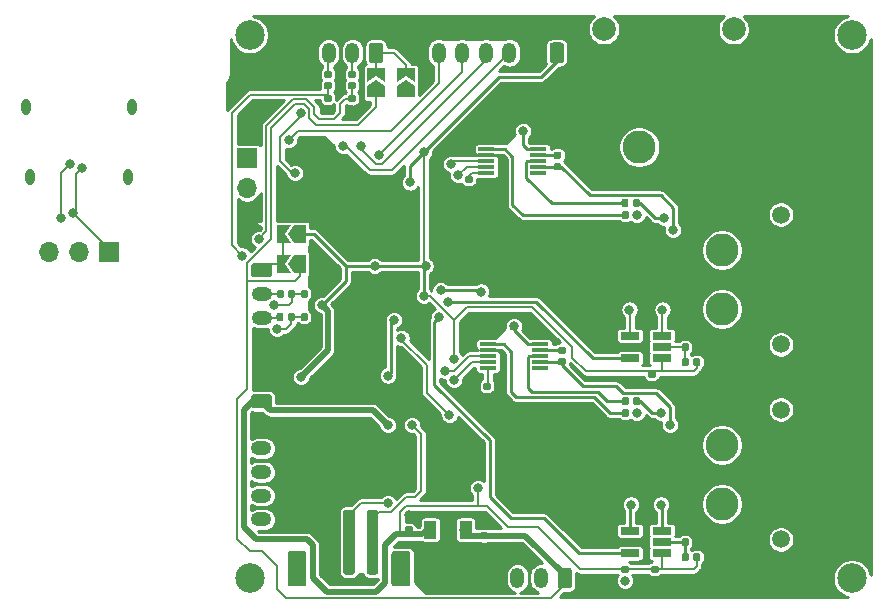
<source format=gbl>
G04 #@! TF.GenerationSoftware,KiCad,Pcbnew,(5.1.5)-3*
G04 #@! TF.CreationDate,2022-07-01T00:55:21+09:00*
G04 #@! TF.ProjectId,RP_MD,52505f4d-442e-46b6-9963-61645f706362,rev?*
G04 #@! TF.SameCoordinates,Original*
G04 #@! TF.FileFunction,Copper,L2,Bot*
G04 #@! TF.FilePolarity,Positive*
%FSLAX46Y46*%
G04 Gerber Fmt 4.6, Leading zero omitted, Abs format (unit mm)*
G04 Created by KiCad (PCBNEW (5.1.5)-3) date 2022-07-01 00:55:21*
%MOMM*%
%LPD*%
G04 APERTURE LIST*
%ADD10O,1.700000X1.700000*%
%ADD11R,1.700000X1.700000*%
%ADD12C,0.100000*%
%ADD13O,0.800000X1.400000*%
%ADD14O,1.750000X1.200000*%
%ADD15R,2.200000X1.840000*%
%ADD16R,1.000000X1.500000*%
%ADD17R,1.000000X1.800000*%
%ADD18O,1.200000X1.750000*%
%ADD19C,1.500000*%
%ADD20C,2.800000*%
%ADD21C,2.000000*%
%ADD22R,1.400000X0.300000*%
%ADD23R,1.560000X0.650000*%
%ADD24C,2.500000*%
%ADD25C,0.800000*%
%ADD26C,0.250000*%
%ADD27C,0.500000*%
%ADD28C,0.200000*%
%ADD29C,0.254000*%
G04 APERTURE END LIST*
D10*
X110998000Y-67818000D03*
X110998000Y-65278000D03*
D11*
X110998000Y-62738000D03*
G04 #@! TA.AperFunction,SMDPad,CuDef*
D12*
G36*
X124608504Y-96009204D02*
G01*
X124632773Y-96012804D01*
X124656571Y-96018765D01*
X124679671Y-96027030D01*
X124701849Y-96037520D01*
X124722893Y-96050133D01*
X124742598Y-96064747D01*
X124760777Y-96081223D01*
X124777253Y-96099402D01*
X124791867Y-96119107D01*
X124804480Y-96140151D01*
X124814970Y-96162329D01*
X124823235Y-96185429D01*
X124829196Y-96209227D01*
X124832796Y-96233496D01*
X124834000Y-96258000D01*
X124834000Y-98758000D01*
X124832796Y-98782504D01*
X124829196Y-98806773D01*
X124823235Y-98830571D01*
X124814970Y-98853671D01*
X124804480Y-98875849D01*
X124791867Y-98896893D01*
X124777253Y-98916598D01*
X124760777Y-98934777D01*
X124742598Y-98951253D01*
X124722893Y-98965867D01*
X124701849Y-98978480D01*
X124679671Y-98988970D01*
X124656571Y-98997235D01*
X124632773Y-99003196D01*
X124608504Y-99006796D01*
X124584000Y-99008000D01*
X123484000Y-99008000D01*
X123459496Y-99006796D01*
X123435227Y-99003196D01*
X123411429Y-98997235D01*
X123388329Y-98988970D01*
X123366151Y-98978480D01*
X123345107Y-98965867D01*
X123325402Y-98951253D01*
X123307223Y-98934777D01*
X123290747Y-98916598D01*
X123276133Y-98896893D01*
X123263520Y-98875849D01*
X123253030Y-98853671D01*
X123244765Y-98830571D01*
X123238804Y-98806773D01*
X123235204Y-98782504D01*
X123234000Y-98758000D01*
X123234000Y-96258000D01*
X123235204Y-96233496D01*
X123238804Y-96209227D01*
X123244765Y-96185429D01*
X123253030Y-96162329D01*
X123263520Y-96140151D01*
X123276133Y-96119107D01*
X123290747Y-96099402D01*
X123307223Y-96081223D01*
X123325402Y-96064747D01*
X123345107Y-96050133D01*
X123366151Y-96037520D01*
X123388329Y-96027030D01*
X123411429Y-96018765D01*
X123435227Y-96012804D01*
X123459496Y-96009204D01*
X123484000Y-96008000D01*
X124584000Y-96008000D01*
X124608504Y-96009204D01*
G37*
G04 #@! TD.AperFunction*
G04 #@! TA.AperFunction,SMDPad,CuDef*
G36*
X115808504Y-96009204D02*
G01*
X115832773Y-96012804D01*
X115856571Y-96018765D01*
X115879671Y-96027030D01*
X115901849Y-96037520D01*
X115922893Y-96050133D01*
X115942598Y-96064747D01*
X115960777Y-96081223D01*
X115977253Y-96099402D01*
X115991867Y-96119107D01*
X116004480Y-96140151D01*
X116014970Y-96162329D01*
X116023235Y-96185429D01*
X116029196Y-96209227D01*
X116032796Y-96233496D01*
X116034000Y-96258000D01*
X116034000Y-98758000D01*
X116032796Y-98782504D01*
X116029196Y-98806773D01*
X116023235Y-98830571D01*
X116014970Y-98853671D01*
X116004480Y-98875849D01*
X115991867Y-98896893D01*
X115977253Y-98916598D01*
X115960777Y-98934777D01*
X115942598Y-98951253D01*
X115922893Y-98965867D01*
X115901849Y-98978480D01*
X115879671Y-98988970D01*
X115856571Y-98997235D01*
X115832773Y-99003196D01*
X115808504Y-99006796D01*
X115784000Y-99008000D01*
X114684000Y-99008000D01*
X114659496Y-99006796D01*
X114635227Y-99003196D01*
X114611429Y-98997235D01*
X114588329Y-98988970D01*
X114566151Y-98978480D01*
X114545107Y-98965867D01*
X114525402Y-98951253D01*
X114507223Y-98934777D01*
X114490747Y-98916598D01*
X114476133Y-98896893D01*
X114463520Y-98875849D01*
X114453030Y-98853671D01*
X114444765Y-98830571D01*
X114438804Y-98806773D01*
X114435204Y-98782504D01*
X114434000Y-98758000D01*
X114434000Y-96258000D01*
X114435204Y-96233496D01*
X114438804Y-96209227D01*
X114444765Y-96185429D01*
X114453030Y-96162329D01*
X114463520Y-96140151D01*
X114476133Y-96119107D01*
X114490747Y-96099402D01*
X114507223Y-96081223D01*
X114525402Y-96064747D01*
X114545107Y-96050133D01*
X114566151Y-96037520D01*
X114588329Y-96027030D01*
X114611429Y-96018765D01*
X114635227Y-96012804D01*
X114659496Y-96009204D01*
X114684000Y-96008000D01*
X115784000Y-96008000D01*
X115808504Y-96009204D01*
G37*
G04 #@! TD.AperFunction*
G04 #@! TA.AperFunction,SMDPad,CuDef*
G36*
X121908504Y-92509204D02*
G01*
X121932773Y-92512804D01*
X121956571Y-92518765D01*
X121979671Y-92527030D01*
X122001849Y-92537520D01*
X122022893Y-92550133D01*
X122042598Y-92564747D01*
X122060777Y-92581223D01*
X122077253Y-92599402D01*
X122091867Y-92619107D01*
X122104480Y-92640151D01*
X122114970Y-92662329D01*
X122123235Y-92685429D01*
X122129196Y-92709227D01*
X122132796Y-92733496D01*
X122134000Y-92758000D01*
X122134000Y-97758000D01*
X122132796Y-97782504D01*
X122129196Y-97806773D01*
X122123235Y-97830571D01*
X122114970Y-97853671D01*
X122104480Y-97875849D01*
X122091867Y-97896893D01*
X122077253Y-97916598D01*
X122060777Y-97934777D01*
X122042598Y-97951253D01*
X122022893Y-97965867D01*
X122001849Y-97978480D01*
X121979671Y-97988970D01*
X121956571Y-97997235D01*
X121932773Y-98003196D01*
X121908504Y-98006796D01*
X121884000Y-98008000D01*
X121384000Y-98008000D01*
X121359496Y-98006796D01*
X121335227Y-98003196D01*
X121311429Y-97997235D01*
X121288329Y-97988970D01*
X121266151Y-97978480D01*
X121245107Y-97965867D01*
X121225402Y-97951253D01*
X121207223Y-97934777D01*
X121190747Y-97916598D01*
X121176133Y-97896893D01*
X121163520Y-97875849D01*
X121153030Y-97853671D01*
X121144765Y-97830571D01*
X121138804Y-97806773D01*
X121135204Y-97782504D01*
X121134000Y-97758000D01*
X121134000Y-92758000D01*
X121135204Y-92733496D01*
X121138804Y-92709227D01*
X121144765Y-92685429D01*
X121153030Y-92662329D01*
X121163520Y-92640151D01*
X121176133Y-92619107D01*
X121190747Y-92599402D01*
X121207223Y-92581223D01*
X121225402Y-92564747D01*
X121245107Y-92550133D01*
X121266151Y-92537520D01*
X121288329Y-92527030D01*
X121311429Y-92518765D01*
X121335227Y-92512804D01*
X121359496Y-92509204D01*
X121384000Y-92508000D01*
X121884000Y-92508000D01*
X121908504Y-92509204D01*
G37*
G04 #@! TD.AperFunction*
G04 #@! TA.AperFunction,SMDPad,CuDef*
G36*
X119908504Y-92509204D02*
G01*
X119932773Y-92512804D01*
X119956571Y-92518765D01*
X119979671Y-92527030D01*
X120001849Y-92537520D01*
X120022893Y-92550133D01*
X120042598Y-92564747D01*
X120060777Y-92581223D01*
X120077253Y-92599402D01*
X120091867Y-92619107D01*
X120104480Y-92640151D01*
X120114970Y-92662329D01*
X120123235Y-92685429D01*
X120129196Y-92709227D01*
X120132796Y-92733496D01*
X120134000Y-92758000D01*
X120134000Y-97758000D01*
X120132796Y-97782504D01*
X120129196Y-97806773D01*
X120123235Y-97830571D01*
X120114970Y-97853671D01*
X120104480Y-97875849D01*
X120091867Y-97896893D01*
X120077253Y-97916598D01*
X120060777Y-97934777D01*
X120042598Y-97951253D01*
X120022893Y-97965867D01*
X120001849Y-97978480D01*
X119979671Y-97988970D01*
X119956571Y-97997235D01*
X119932773Y-98003196D01*
X119908504Y-98006796D01*
X119884000Y-98008000D01*
X119384000Y-98008000D01*
X119359496Y-98006796D01*
X119335227Y-98003196D01*
X119311429Y-97997235D01*
X119288329Y-97988970D01*
X119266151Y-97978480D01*
X119245107Y-97965867D01*
X119225402Y-97951253D01*
X119207223Y-97934777D01*
X119190747Y-97916598D01*
X119176133Y-97896893D01*
X119163520Y-97875849D01*
X119153030Y-97853671D01*
X119144765Y-97830571D01*
X119138804Y-97806773D01*
X119135204Y-97782504D01*
X119134000Y-97758000D01*
X119134000Y-92758000D01*
X119135204Y-92733496D01*
X119138804Y-92709227D01*
X119144765Y-92685429D01*
X119153030Y-92662329D01*
X119163520Y-92640151D01*
X119176133Y-92619107D01*
X119190747Y-92599402D01*
X119207223Y-92581223D01*
X119225402Y-92564747D01*
X119245107Y-92550133D01*
X119266151Y-92537520D01*
X119288329Y-92527030D01*
X119311429Y-92518765D01*
X119335227Y-92512804D01*
X119359496Y-92509204D01*
X119384000Y-92508000D01*
X119884000Y-92508000D01*
X119908504Y-92509204D01*
G37*
G04 #@! TD.AperFunction*
G04 #@! TA.AperFunction,SMDPad,CuDef*
G36*
X117908504Y-92509204D02*
G01*
X117932773Y-92512804D01*
X117956571Y-92518765D01*
X117979671Y-92527030D01*
X118001849Y-92537520D01*
X118022893Y-92550133D01*
X118042598Y-92564747D01*
X118060777Y-92581223D01*
X118077253Y-92599402D01*
X118091867Y-92619107D01*
X118104480Y-92640151D01*
X118114970Y-92662329D01*
X118123235Y-92685429D01*
X118129196Y-92709227D01*
X118132796Y-92733496D01*
X118134000Y-92758000D01*
X118134000Y-97758000D01*
X118132796Y-97782504D01*
X118129196Y-97806773D01*
X118123235Y-97830571D01*
X118114970Y-97853671D01*
X118104480Y-97875849D01*
X118091867Y-97896893D01*
X118077253Y-97916598D01*
X118060777Y-97934777D01*
X118042598Y-97951253D01*
X118022893Y-97965867D01*
X118001849Y-97978480D01*
X117979671Y-97988970D01*
X117956571Y-97997235D01*
X117932773Y-98003196D01*
X117908504Y-98006796D01*
X117884000Y-98008000D01*
X117384000Y-98008000D01*
X117359496Y-98006796D01*
X117335227Y-98003196D01*
X117311429Y-97997235D01*
X117288329Y-97988970D01*
X117266151Y-97978480D01*
X117245107Y-97965867D01*
X117225402Y-97951253D01*
X117207223Y-97934777D01*
X117190747Y-97916598D01*
X117176133Y-97896893D01*
X117163520Y-97875849D01*
X117153030Y-97853671D01*
X117144765Y-97830571D01*
X117138804Y-97806773D01*
X117135204Y-97782504D01*
X117134000Y-97758000D01*
X117134000Y-92758000D01*
X117135204Y-92733496D01*
X117138804Y-92709227D01*
X117144765Y-92685429D01*
X117153030Y-92662329D01*
X117163520Y-92640151D01*
X117176133Y-92619107D01*
X117190747Y-92599402D01*
X117207223Y-92581223D01*
X117225402Y-92564747D01*
X117245107Y-92550133D01*
X117266151Y-92537520D01*
X117288329Y-92527030D01*
X117311429Y-92518765D01*
X117335227Y-92512804D01*
X117359496Y-92509204D01*
X117384000Y-92508000D01*
X117884000Y-92508000D01*
X117908504Y-92509204D01*
G37*
G04 #@! TD.AperFunction*
D13*
X100910000Y-64380000D03*
X92650000Y-64380000D03*
X92290000Y-58430000D03*
X101270000Y-58430000D03*
D14*
X112220000Y-93330000D03*
X112220000Y-91330000D03*
X112220000Y-89330000D03*
X112220000Y-87330000D03*
X112220000Y-85330000D03*
G04 #@! TA.AperFunction,ComponentPad*
D12*
G36*
X112869505Y-82731204D02*
G01*
X112893773Y-82734804D01*
X112917572Y-82740765D01*
X112940671Y-82749030D01*
X112962850Y-82759520D01*
X112983893Y-82772132D01*
X113003599Y-82786747D01*
X113021777Y-82803223D01*
X113038253Y-82821401D01*
X113052868Y-82841107D01*
X113065480Y-82862150D01*
X113075970Y-82884329D01*
X113084235Y-82907428D01*
X113090196Y-82931227D01*
X113093796Y-82955495D01*
X113095000Y-82979999D01*
X113095000Y-83680001D01*
X113093796Y-83704505D01*
X113090196Y-83728773D01*
X113084235Y-83752572D01*
X113075970Y-83775671D01*
X113065480Y-83797850D01*
X113052868Y-83818893D01*
X113038253Y-83838599D01*
X113021777Y-83856777D01*
X113003599Y-83873253D01*
X112983893Y-83887868D01*
X112962850Y-83900480D01*
X112940671Y-83910970D01*
X112917572Y-83919235D01*
X112893773Y-83925196D01*
X112869505Y-83928796D01*
X112845001Y-83930000D01*
X111594999Y-83930000D01*
X111570495Y-83928796D01*
X111546227Y-83925196D01*
X111522428Y-83919235D01*
X111499329Y-83910970D01*
X111477150Y-83900480D01*
X111456107Y-83887868D01*
X111436401Y-83873253D01*
X111418223Y-83856777D01*
X111401747Y-83838599D01*
X111387132Y-83818893D01*
X111374520Y-83797850D01*
X111364030Y-83775671D01*
X111355765Y-83752572D01*
X111349804Y-83728773D01*
X111346204Y-83704505D01*
X111345000Y-83680001D01*
X111345000Y-82979999D01*
X111346204Y-82955495D01*
X111349804Y-82931227D01*
X111355765Y-82907428D01*
X111364030Y-82884329D01*
X111374520Y-82862150D01*
X111387132Y-82841107D01*
X111401747Y-82821401D01*
X111418223Y-82803223D01*
X111436401Y-82786747D01*
X111456107Y-82772132D01*
X111477150Y-82759520D01*
X111499329Y-82749030D01*
X111522428Y-82740765D01*
X111546227Y-82734804D01*
X111570495Y-82731204D01*
X111594999Y-82730000D01*
X112845001Y-82730000D01*
X112869505Y-82731204D01*
G37*
G04 #@! TD.AperFunction*
G04 #@! TA.AperFunction,SMDPad,CuDef*
G36*
X128416000Y-95118300D02*
G01*
X129116000Y-96118300D01*
X126916000Y-96118300D01*
X127616000Y-95118300D01*
X128416000Y-95118300D01*
G37*
G04 #@! TD.AperFunction*
D15*
X128016000Y-97028000D03*
D16*
X129516000Y-94214500D03*
D17*
X128016000Y-94361000D03*
D16*
X126516000Y-94214500D03*
G04 #@! TA.AperFunction,SMDPad,CuDef*
D12*
G36*
X127516000Y-98786500D02*
G01*
X126916000Y-97936500D01*
X129116000Y-97936500D01*
X128516000Y-98786500D01*
X127516000Y-98786500D01*
G37*
G04 #@! TD.AperFunction*
G04 #@! TA.AperFunction,SMDPad,CuDef*
G36*
X124900958Y-93916710D02*
G01*
X124915276Y-93918834D01*
X124929317Y-93922351D01*
X124942946Y-93927228D01*
X124956031Y-93933417D01*
X124968447Y-93940858D01*
X124980073Y-93949481D01*
X124990798Y-93959202D01*
X125000519Y-93969927D01*
X125009142Y-93981553D01*
X125016583Y-93993969D01*
X125022772Y-94007054D01*
X125027649Y-94020683D01*
X125031166Y-94034724D01*
X125033290Y-94049042D01*
X125034000Y-94063500D01*
X125034000Y-94358500D01*
X125033290Y-94372958D01*
X125031166Y-94387276D01*
X125027649Y-94401317D01*
X125022772Y-94414946D01*
X125016583Y-94428031D01*
X125009142Y-94440447D01*
X125000519Y-94452073D01*
X124990798Y-94462798D01*
X124980073Y-94472519D01*
X124968447Y-94481142D01*
X124956031Y-94488583D01*
X124942946Y-94494772D01*
X124929317Y-94499649D01*
X124915276Y-94503166D01*
X124900958Y-94505290D01*
X124886500Y-94506000D01*
X124541500Y-94506000D01*
X124527042Y-94505290D01*
X124512724Y-94503166D01*
X124498683Y-94499649D01*
X124485054Y-94494772D01*
X124471969Y-94488583D01*
X124459553Y-94481142D01*
X124447927Y-94472519D01*
X124437202Y-94462798D01*
X124427481Y-94452073D01*
X124418858Y-94440447D01*
X124411417Y-94428031D01*
X124405228Y-94414946D01*
X124400351Y-94401317D01*
X124396834Y-94387276D01*
X124394710Y-94372958D01*
X124394000Y-94358500D01*
X124394000Y-94063500D01*
X124394710Y-94049042D01*
X124396834Y-94034724D01*
X124400351Y-94020683D01*
X124405228Y-94007054D01*
X124411417Y-93993969D01*
X124418858Y-93981553D01*
X124427481Y-93969927D01*
X124437202Y-93959202D01*
X124447927Y-93949481D01*
X124459553Y-93940858D01*
X124471969Y-93933417D01*
X124485054Y-93927228D01*
X124498683Y-93922351D01*
X124512724Y-93918834D01*
X124527042Y-93916710D01*
X124541500Y-93916000D01*
X124886500Y-93916000D01*
X124900958Y-93916710D01*
G37*
G04 #@! TD.AperFunction*
G04 #@! TA.AperFunction,SMDPad,CuDef*
G36*
X124900958Y-92946710D02*
G01*
X124915276Y-92948834D01*
X124929317Y-92952351D01*
X124942946Y-92957228D01*
X124956031Y-92963417D01*
X124968447Y-92970858D01*
X124980073Y-92979481D01*
X124990798Y-92989202D01*
X125000519Y-92999927D01*
X125009142Y-93011553D01*
X125016583Y-93023969D01*
X125022772Y-93037054D01*
X125027649Y-93050683D01*
X125031166Y-93064724D01*
X125033290Y-93079042D01*
X125034000Y-93093500D01*
X125034000Y-93388500D01*
X125033290Y-93402958D01*
X125031166Y-93417276D01*
X125027649Y-93431317D01*
X125022772Y-93444946D01*
X125016583Y-93458031D01*
X125009142Y-93470447D01*
X125000519Y-93482073D01*
X124990798Y-93492798D01*
X124980073Y-93502519D01*
X124968447Y-93511142D01*
X124956031Y-93518583D01*
X124942946Y-93524772D01*
X124929317Y-93529649D01*
X124915276Y-93533166D01*
X124900958Y-93535290D01*
X124886500Y-93536000D01*
X124541500Y-93536000D01*
X124527042Y-93535290D01*
X124512724Y-93533166D01*
X124498683Y-93529649D01*
X124485054Y-93524772D01*
X124471969Y-93518583D01*
X124459553Y-93511142D01*
X124447927Y-93502519D01*
X124437202Y-93492798D01*
X124427481Y-93482073D01*
X124418858Y-93470447D01*
X124411417Y-93458031D01*
X124405228Y-93444946D01*
X124400351Y-93431317D01*
X124396834Y-93417276D01*
X124394710Y-93402958D01*
X124394000Y-93388500D01*
X124394000Y-93093500D01*
X124394710Y-93079042D01*
X124396834Y-93064724D01*
X124400351Y-93050683D01*
X124405228Y-93037054D01*
X124411417Y-93023969D01*
X124418858Y-93011553D01*
X124427481Y-92999927D01*
X124437202Y-92989202D01*
X124447927Y-92979481D01*
X124459553Y-92970858D01*
X124471969Y-92963417D01*
X124485054Y-92957228D01*
X124498683Y-92952351D01*
X124512724Y-92948834D01*
X124527042Y-92946710D01*
X124541500Y-92946000D01*
X124886500Y-92946000D01*
X124900958Y-92946710D01*
G37*
G04 #@! TD.AperFunction*
G04 #@! TA.AperFunction,SMDPad,CuDef*
G36*
X131250958Y-94424710D02*
G01*
X131265276Y-94426834D01*
X131279317Y-94430351D01*
X131292946Y-94435228D01*
X131306031Y-94441417D01*
X131318447Y-94448858D01*
X131330073Y-94457481D01*
X131340798Y-94467202D01*
X131350519Y-94477927D01*
X131359142Y-94489553D01*
X131366583Y-94501969D01*
X131372772Y-94515054D01*
X131377649Y-94528683D01*
X131381166Y-94542724D01*
X131383290Y-94557042D01*
X131384000Y-94571500D01*
X131384000Y-94866500D01*
X131383290Y-94880958D01*
X131381166Y-94895276D01*
X131377649Y-94909317D01*
X131372772Y-94922946D01*
X131366583Y-94936031D01*
X131359142Y-94948447D01*
X131350519Y-94960073D01*
X131340798Y-94970798D01*
X131330073Y-94980519D01*
X131318447Y-94989142D01*
X131306031Y-94996583D01*
X131292946Y-95002772D01*
X131279317Y-95007649D01*
X131265276Y-95011166D01*
X131250958Y-95013290D01*
X131236500Y-95014000D01*
X130891500Y-95014000D01*
X130877042Y-95013290D01*
X130862724Y-95011166D01*
X130848683Y-95007649D01*
X130835054Y-95002772D01*
X130821969Y-94996583D01*
X130809553Y-94989142D01*
X130797927Y-94980519D01*
X130787202Y-94970798D01*
X130777481Y-94960073D01*
X130768858Y-94948447D01*
X130761417Y-94936031D01*
X130755228Y-94922946D01*
X130750351Y-94909317D01*
X130746834Y-94895276D01*
X130744710Y-94880958D01*
X130744000Y-94866500D01*
X130744000Y-94571500D01*
X130744710Y-94557042D01*
X130746834Y-94542724D01*
X130750351Y-94528683D01*
X130755228Y-94515054D01*
X130761417Y-94501969D01*
X130768858Y-94489553D01*
X130777481Y-94477927D01*
X130787202Y-94467202D01*
X130797927Y-94457481D01*
X130809553Y-94448858D01*
X130821969Y-94441417D01*
X130835054Y-94435228D01*
X130848683Y-94430351D01*
X130862724Y-94426834D01*
X130877042Y-94424710D01*
X130891500Y-94424000D01*
X131236500Y-94424000D01*
X131250958Y-94424710D01*
G37*
G04 #@! TD.AperFunction*
G04 #@! TA.AperFunction,SMDPad,CuDef*
G36*
X131250958Y-93454710D02*
G01*
X131265276Y-93456834D01*
X131279317Y-93460351D01*
X131292946Y-93465228D01*
X131306031Y-93471417D01*
X131318447Y-93478858D01*
X131330073Y-93487481D01*
X131340798Y-93497202D01*
X131350519Y-93507927D01*
X131359142Y-93519553D01*
X131366583Y-93531969D01*
X131372772Y-93545054D01*
X131377649Y-93558683D01*
X131381166Y-93572724D01*
X131383290Y-93587042D01*
X131384000Y-93601500D01*
X131384000Y-93896500D01*
X131383290Y-93910958D01*
X131381166Y-93925276D01*
X131377649Y-93939317D01*
X131372772Y-93952946D01*
X131366583Y-93966031D01*
X131359142Y-93978447D01*
X131350519Y-93990073D01*
X131340798Y-94000798D01*
X131330073Y-94010519D01*
X131318447Y-94019142D01*
X131306031Y-94026583D01*
X131292946Y-94032772D01*
X131279317Y-94037649D01*
X131265276Y-94041166D01*
X131250958Y-94043290D01*
X131236500Y-94044000D01*
X130891500Y-94044000D01*
X130877042Y-94043290D01*
X130862724Y-94041166D01*
X130848683Y-94037649D01*
X130835054Y-94032772D01*
X130821969Y-94026583D01*
X130809553Y-94019142D01*
X130797927Y-94010519D01*
X130787202Y-94000798D01*
X130777481Y-93990073D01*
X130768858Y-93978447D01*
X130761417Y-93966031D01*
X130755228Y-93952946D01*
X130750351Y-93939317D01*
X130746834Y-93925276D01*
X130744710Y-93910958D01*
X130744000Y-93896500D01*
X130744000Y-93601500D01*
X130744710Y-93587042D01*
X130746834Y-93572724D01*
X130750351Y-93558683D01*
X130755228Y-93545054D01*
X130761417Y-93531969D01*
X130768858Y-93519553D01*
X130777481Y-93507927D01*
X130787202Y-93497202D01*
X130797927Y-93487481D01*
X130809553Y-93478858D01*
X130821969Y-93471417D01*
X130835054Y-93465228D01*
X130848683Y-93460351D01*
X130862724Y-93456834D01*
X130877042Y-93454710D01*
X130891500Y-93454000D01*
X131236500Y-93454000D01*
X131250958Y-93454710D01*
G37*
G04 #@! TD.AperFunction*
G04 #@! TA.AperFunction,SMDPad,CuDef*
G36*
X144156958Y-84008710D02*
G01*
X144171276Y-84010834D01*
X144185317Y-84014351D01*
X144198946Y-84019228D01*
X144212031Y-84025417D01*
X144224447Y-84032858D01*
X144236073Y-84041481D01*
X144246798Y-84051202D01*
X144256519Y-84061927D01*
X144265142Y-84073553D01*
X144272583Y-84085969D01*
X144278772Y-84099054D01*
X144283649Y-84112683D01*
X144287166Y-84126724D01*
X144289290Y-84141042D01*
X144290000Y-84155500D01*
X144290000Y-84500500D01*
X144289290Y-84514958D01*
X144287166Y-84529276D01*
X144283649Y-84543317D01*
X144278772Y-84556946D01*
X144272583Y-84570031D01*
X144265142Y-84582447D01*
X144256519Y-84594073D01*
X144246798Y-84604798D01*
X144236073Y-84614519D01*
X144224447Y-84623142D01*
X144212031Y-84630583D01*
X144198946Y-84636772D01*
X144185317Y-84641649D01*
X144171276Y-84645166D01*
X144156958Y-84647290D01*
X144142500Y-84648000D01*
X143847500Y-84648000D01*
X143833042Y-84647290D01*
X143818724Y-84645166D01*
X143804683Y-84641649D01*
X143791054Y-84636772D01*
X143777969Y-84630583D01*
X143765553Y-84623142D01*
X143753927Y-84614519D01*
X143743202Y-84604798D01*
X143733481Y-84594073D01*
X143724858Y-84582447D01*
X143717417Y-84570031D01*
X143711228Y-84556946D01*
X143706351Y-84543317D01*
X143702834Y-84529276D01*
X143700710Y-84514958D01*
X143700000Y-84500500D01*
X143700000Y-84155500D01*
X143700710Y-84141042D01*
X143702834Y-84126724D01*
X143706351Y-84112683D01*
X143711228Y-84099054D01*
X143717417Y-84085969D01*
X143724858Y-84073553D01*
X143733481Y-84061927D01*
X143743202Y-84051202D01*
X143753927Y-84041481D01*
X143765553Y-84032858D01*
X143777969Y-84025417D01*
X143791054Y-84019228D01*
X143804683Y-84014351D01*
X143818724Y-84010834D01*
X143833042Y-84008710D01*
X143847500Y-84008000D01*
X144142500Y-84008000D01*
X144156958Y-84008710D01*
G37*
G04 #@! TD.AperFunction*
G04 #@! TA.AperFunction,SMDPad,CuDef*
G36*
X143186958Y-84008710D02*
G01*
X143201276Y-84010834D01*
X143215317Y-84014351D01*
X143228946Y-84019228D01*
X143242031Y-84025417D01*
X143254447Y-84032858D01*
X143266073Y-84041481D01*
X143276798Y-84051202D01*
X143286519Y-84061927D01*
X143295142Y-84073553D01*
X143302583Y-84085969D01*
X143308772Y-84099054D01*
X143313649Y-84112683D01*
X143317166Y-84126724D01*
X143319290Y-84141042D01*
X143320000Y-84155500D01*
X143320000Y-84500500D01*
X143319290Y-84514958D01*
X143317166Y-84529276D01*
X143313649Y-84543317D01*
X143308772Y-84556946D01*
X143302583Y-84570031D01*
X143295142Y-84582447D01*
X143286519Y-84594073D01*
X143276798Y-84604798D01*
X143266073Y-84614519D01*
X143254447Y-84623142D01*
X143242031Y-84630583D01*
X143228946Y-84636772D01*
X143215317Y-84641649D01*
X143201276Y-84645166D01*
X143186958Y-84647290D01*
X143172500Y-84648000D01*
X142877500Y-84648000D01*
X142863042Y-84647290D01*
X142848724Y-84645166D01*
X142834683Y-84641649D01*
X142821054Y-84636772D01*
X142807969Y-84630583D01*
X142795553Y-84623142D01*
X142783927Y-84614519D01*
X142773202Y-84604798D01*
X142763481Y-84594073D01*
X142754858Y-84582447D01*
X142747417Y-84570031D01*
X142741228Y-84556946D01*
X142736351Y-84543317D01*
X142732834Y-84529276D01*
X142730710Y-84514958D01*
X142730000Y-84500500D01*
X142730000Y-84155500D01*
X142730710Y-84141042D01*
X142732834Y-84126724D01*
X142736351Y-84112683D01*
X142741228Y-84099054D01*
X142747417Y-84085969D01*
X142754858Y-84073553D01*
X142763481Y-84061927D01*
X142773202Y-84051202D01*
X142783927Y-84041481D01*
X142795553Y-84032858D01*
X142807969Y-84025417D01*
X142821054Y-84019228D01*
X142834683Y-84014351D01*
X142848724Y-84010834D01*
X142863042Y-84008710D01*
X142877500Y-84008000D01*
X143172500Y-84008000D01*
X143186958Y-84008710D01*
G37*
G04 #@! TD.AperFunction*
D10*
X94240000Y-70730000D03*
X96780000Y-70730000D03*
D11*
X99320000Y-70730000D03*
G04 #@! TA.AperFunction,SMDPad,CuDef*
D12*
G36*
X114495000Y-69160000D02*
G01*
X114995000Y-68410000D01*
X115995000Y-68410000D01*
X115995000Y-69910000D01*
X114995000Y-69910000D01*
X114495000Y-69160000D01*
G37*
G04 #@! TD.AperFunction*
G04 #@! TA.AperFunction,SMDPad,CuDef*
G36*
X113545000Y-68410000D02*
G01*
X114695000Y-68410000D01*
X114195000Y-69160000D01*
X114695000Y-69910000D01*
X113545000Y-69910000D01*
X113545000Y-68410000D01*
G37*
G04 #@! TD.AperFunction*
G04 #@! TA.AperFunction,SMDPad,CuDef*
G36*
X124460000Y-56105000D02*
G01*
X125210000Y-56605000D01*
X125210000Y-57605000D01*
X123710000Y-57605000D01*
X123710000Y-56605000D01*
X124460000Y-56105000D01*
G37*
G04 #@! TD.AperFunction*
G04 #@! TA.AperFunction,SMDPad,CuDef*
G36*
X125210000Y-55155000D02*
G01*
X125210000Y-56305000D01*
X124460000Y-55805000D01*
X123710000Y-56305000D01*
X123710000Y-55155000D01*
X125210000Y-55155000D01*
G37*
G04 #@! TD.AperFunction*
G04 #@! TA.AperFunction,SMDPad,CuDef*
G36*
X114495000Y-71700000D02*
G01*
X114995000Y-70950000D01*
X115995000Y-70950000D01*
X115995000Y-72450000D01*
X114995000Y-72450000D01*
X114495000Y-71700000D01*
G37*
G04 #@! TD.AperFunction*
G04 #@! TA.AperFunction,SMDPad,CuDef*
G36*
X113545000Y-70950000D02*
G01*
X114695000Y-70950000D01*
X114195000Y-71700000D01*
X114695000Y-72450000D01*
X113545000Y-72450000D01*
X113545000Y-70950000D01*
G37*
G04 #@! TD.AperFunction*
G04 #@! TA.AperFunction,SMDPad,CuDef*
G36*
X121920000Y-56105000D02*
G01*
X122670000Y-56605000D01*
X122670000Y-57605000D01*
X121170000Y-57605000D01*
X121170000Y-56605000D01*
X121920000Y-56105000D01*
G37*
G04 #@! TD.AperFunction*
G04 #@! TA.AperFunction,SMDPad,CuDef*
G36*
X122670000Y-55155000D02*
G01*
X122670000Y-56305000D01*
X121920000Y-55805000D01*
X121170000Y-56305000D01*
X121170000Y-55155000D01*
X122670000Y-55155000D01*
G37*
G04 #@! TD.AperFunction*
G04 #@! TA.AperFunction,SMDPad,CuDef*
G36*
X113953958Y-75880710D02*
G01*
X113968276Y-75882834D01*
X113982317Y-75886351D01*
X113995946Y-75891228D01*
X114009031Y-75897417D01*
X114021447Y-75904858D01*
X114033073Y-75913481D01*
X114043798Y-75923202D01*
X114053519Y-75933927D01*
X114062142Y-75945553D01*
X114069583Y-75957969D01*
X114075772Y-75971054D01*
X114080649Y-75984683D01*
X114084166Y-75998724D01*
X114086290Y-76013042D01*
X114087000Y-76027500D01*
X114087000Y-76372500D01*
X114086290Y-76386958D01*
X114084166Y-76401276D01*
X114080649Y-76415317D01*
X114075772Y-76428946D01*
X114069583Y-76442031D01*
X114062142Y-76454447D01*
X114053519Y-76466073D01*
X114043798Y-76476798D01*
X114033073Y-76486519D01*
X114021447Y-76495142D01*
X114009031Y-76502583D01*
X113995946Y-76508772D01*
X113982317Y-76513649D01*
X113968276Y-76517166D01*
X113953958Y-76519290D01*
X113939500Y-76520000D01*
X113644500Y-76520000D01*
X113630042Y-76519290D01*
X113615724Y-76517166D01*
X113601683Y-76513649D01*
X113588054Y-76508772D01*
X113574969Y-76502583D01*
X113562553Y-76495142D01*
X113550927Y-76486519D01*
X113540202Y-76476798D01*
X113530481Y-76466073D01*
X113521858Y-76454447D01*
X113514417Y-76442031D01*
X113508228Y-76428946D01*
X113503351Y-76415317D01*
X113499834Y-76401276D01*
X113497710Y-76386958D01*
X113497000Y-76372500D01*
X113497000Y-76027500D01*
X113497710Y-76013042D01*
X113499834Y-75998724D01*
X113503351Y-75984683D01*
X113508228Y-75971054D01*
X113514417Y-75957969D01*
X113521858Y-75945553D01*
X113530481Y-75933927D01*
X113540202Y-75923202D01*
X113550927Y-75913481D01*
X113562553Y-75904858D01*
X113574969Y-75897417D01*
X113588054Y-75891228D01*
X113601683Y-75886351D01*
X113615724Y-75882834D01*
X113630042Y-75880710D01*
X113644500Y-75880000D01*
X113939500Y-75880000D01*
X113953958Y-75880710D01*
G37*
G04 #@! TD.AperFunction*
G04 #@! TA.AperFunction,SMDPad,CuDef*
G36*
X114923958Y-75880710D02*
G01*
X114938276Y-75882834D01*
X114952317Y-75886351D01*
X114965946Y-75891228D01*
X114979031Y-75897417D01*
X114991447Y-75904858D01*
X115003073Y-75913481D01*
X115013798Y-75923202D01*
X115023519Y-75933927D01*
X115032142Y-75945553D01*
X115039583Y-75957969D01*
X115045772Y-75971054D01*
X115050649Y-75984683D01*
X115054166Y-75998724D01*
X115056290Y-76013042D01*
X115057000Y-76027500D01*
X115057000Y-76372500D01*
X115056290Y-76386958D01*
X115054166Y-76401276D01*
X115050649Y-76415317D01*
X115045772Y-76428946D01*
X115039583Y-76442031D01*
X115032142Y-76454447D01*
X115023519Y-76466073D01*
X115013798Y-76476798D01*
X115003073Y-76486519D01*
X114991447Y-76495142D01*
X114979031Y-76502583D01*
X114965946Y-76508772D01*
X114952317Y-76513649D01*
X114938276Y-76517166D01*
X114923958Y-76519290D01*
X114909500Y-76520000D01*
X114614500Y-76520000D01*
X114600042Y-76519290D01*
X114585724Y-76517166D01*
X114571683Y-76513649D01*
X114558054Y-76508772D01*
X114544969Y-76502583D01*
X114532553Y-76495142D01*
X114520927Y-76486519D01*
X114510202Y-76476798D01*
X114500481Y-76466073D01*
X114491858Y-76454447D01*
X114484417Y-76442031D01*
X114478228Y-76428946D01*
X114473351Y-76415317D01*
X114469834Y-76401276D01*
X114467710Y-76386958D01*
X114467000Y-76372500D01*
X114467000Y-76027500D01*
X114467710Y-76013042D01*
X114469834Y-75998724D01*
X114473351Y-75984683D01*
X114478228Y-75971054D01*
X114484417Y-75957969D01*
X114491858Y-75945553D01*
X114500481Y-75933927D01*
X114510202Y-75923202D01*
X114520927Y-75913481D01*
X114532553Y-75904858D01*
X114544969Y-75897417D01*
X114558054Y-75891228D01*
X114571683Y-75886351D01*
X114585724Y-75882834D01*
X114600042Y-75880710D01*
X114614500Y-75880000D01*
X114909500Y-75880000D01*
X114923958Y-75880710D01*
G37*
G04 #@! TD.AperFunction*
G04 #@! TA.AperFunction,SMDPad,CuDef*
G36*
X113976958Y-73920710D02*
G01*
X113991276Y-73922834D01*
X114005317Y-73926351D01*
X114018946Y-73931228D01*
X114032031Y-73937417D01*
X114044447Y-73944858D01*
X114056073Y-73953481D01*
X114066798Y-73963202D01*
X114076519Y-73973927D01*
X114085142Y-73985553D01*
X114092583Y-73997969D01*
X114098772Y-74011054D01*
X114103649Y-74024683D01*
X114107166Y-74038724D01*
X114109290Y-74053042D01*
X114110000Y-74067500D01*
X114110000Y-74412500D01*
X114109290Y-74426958D01*
X114107166Y-74441276D01*
X114103649Y-74455317D01*
X114098772Y-74468946D01*
X114092583Y-74482031D01*
X114085142Y-74494447D01*
X114076519Y-74506073D01*
X114066798Y-74516798D01*
X114056073Y-74526519D01*
X114044447Y-74535142D01*
X114032031Y-74542583D01*
X114018946Y-74548772D01*
X114005317Y-74553649D01*
X113991276Y-74557166D01*
X113976958Y-74559290D01*
X113962500Y-74560000D01*
X113667500Y-74560000D01*
X113653042Y-74559290D01*
X113638724Y-74557166D01*
X113624683Y-74553649D01*
X113611054Y-74548772D01*
X113597969Y-74542583D01*
X113585553Y-74535142D01*
X113573927Y-74526519D01*
X113563202Y-74516798D01*
X113553481Y-74506073D01*
X113544858Y-74494447D01*
X113537417Y-74482031D01*
X113531228Y-74468946D01*
X113526351Y-74455317D01*
X113522834Y-74441276D01*
X113520710Y-74426958D01*
X113520000Y-74412500D01*
X113520000Y-74067500D01*
X113520710Y-74053042D01*
X113522834Y-74038724D01*
X113526351Y-74024683D01*
X113531228Y-74011054D01*
X113537417Y-73997969D01*
X113544858Y-73985553D01*
X113553481Y-73973927D01*
X113563202Y-73963202D01*
X113573927Y-73953481D01*
X113585553Y-73944858D01*
X113597969Y-73937417D01*
X113611054Y-73931228D01*
X113624683Y-73926351D01*
X113638724Y-73922834D01*
X113653042Y-73920710D01*
X113667500Y-73920000D01*
X113962500Y-73920000D01*
X113976958Y-73920710D01*
G37*
G04 #@! TD.AperFunction*
G04 #@! TA.AperFunction,SMDPad,CuDef*
G36*
X114946958Y-73920710D02*
G01*
X114961276Y-73922834D01*
X114975317Y-73926351D01*
X114988946Y-73931228D01*
X115002031Y-73937417D01*
X115014447Y-73944858D01*
X115026073Y-73953481D01*
X115036798Y-73963202D01*
X115046519Y-73973927D01*
X115055142Y-73985553D01*
X115062583Y-73997969D01*
X115068772Y-74011054D01*
X115073649Y-74024683D01*
X115077166Y-74038724D01*
X115079290Y-74053042D01*
X115080000Y-74067500D01*
X115080000Y-74412500D01*
X115079290Y-74426958D01*
X115077166Y-74441276D01*
X115073649Y-74455317D01*
X115068772Y-74468946D01*
X115062583Y-74482031D01*
X115055142Y-74494447D01*
X115046519Y-74506073D01*
X115036798Y-74516798D01*
X115026073Y-74526519D01*
X115014447Y-74535142D01*
X115002031Y-74542583D01*
X114988946Y-74548772D01*
X114975317Y-74553649D01*
X114961276Y-74557166D01*
X114946958Y-74559290D01*
X114932500Y-74560000D01*
X114637500Y-74560000D01*
X114623042Y-74559290D01*
X114608724Y-74557166D01*
X114594683Y-74553649D01*
X114581054Y-74548772D01*
X114567969Y-74542583D01*
X114555553Y-74535142D01*
X114543927Y-74526519D01*
X114533202Y-74516798D01*
X114523481Y-74506073D01*
X114514858Y-74494447D01*
X114507417Y-74482031D01*
X114501228Y-74468946D01*
X114496351Y-74455317D01*
X114492834Y-74441276D01*
X114490710Y-74426958D01*
X114490000Y-74412500D01*
X114490000Y-74067500D01*
X114490710Y-74053042D01*
X114492834Y-74038724D01*
X114496351Y-74024683D01*
X114501228Y-74011054D01*
X114507417Y-73997969D01*
X114514858Y-73985553D01*
X114523481Y-73973927D01*
X114533202Y-73963202D01*
X114543927Y-73953481D01*
X114555553Y-73944858D01*
X114567969Y-73937417D01*
X114581054Y-73931228D01*
X114594683Y-73926351D01*
X114608724Y-73922834D01*
X114623042Y-73920710D01*
X114637500Y-73920000D01*
X114932500Y-73920000D01*
X114946958Y-73920710D01*
G37*
G04 #@! TD.AperFunction*
G04 #@! TA.AperFunction,SMDPad,CuDef*
G36*
X118042958Y-55354710D02*
G01*
X118057276Y-55356834D01*
X118071317Y-55360351D01*
X118084946Y-55365228D01*
X118098031Y-55371417D01*
X118110447Y-55378858D01*
X118122073Y-55387481D01*
X118132798Y-55397202D01*
X118142519Y-55407927D01*
X118151142Y-55419553D01*
X118158583Y-55431969D01*
X118164772Y-55445054D01*
X118169649Y-55458683D01*
X118173166Y-55472724D01*
X118175290Y-55487042D01*
X118176000Y-55501500D01*
X118176000Y-55796500D01*
X118175290Y-55810958D01*
X118173166Y-55825276D01*
X118169649Y-55839317D01*
X118164772Y-55852946D01*
X118158583Y-55866031D01*
X118151142Y-55878447D01*
X118142519Y-55890073D01*
X118132798Y-55900798D01*
X118122073Y-55910519D01*
X118110447Y-55919142D01*
X118098031Y-55926583D01*
X118084946Y-55932772D01*
X118071317Y-55937649D01*
X118057276Y-55941166D01*
X118042958Y-55943290D01*
X118028500Y-55944000D01*
X117683500Y-55944000D01*
X117669042Y-55943290D01*
X117654724Y-55941166D01*
X117640683Y-55937649D01*
X117627054Y-55932772D01*
X117613969Y-55926583D01*
X117601553Y-55919142D01*
X117589927Y-55910519D01*
X117579202Y-55900798D01*
X117569481Y-55890073D01*
X117560858Y-55878447D01*
X117553417Y-55866031D01*
X117547228Y-55852946D01*
X117542351Y-55839317D01*
X117538834Y-55825276D01*
X117536710Y-55810958D01*
X117536000Y-55796500D01*
X117536000Y-55501500D01*
X117536710Y-55487042D01*
X117538834Y-55472724D01*
X117542351Y-55458683D01*
X117547228Y-55445054D01*
X117553417Y-55431969D01*
X117560858Y-55419553D01*
X117569481Y-55407927D01*
X117579202Y-55397202D01*
X117589927Y-55387481D01*
X117601553Y-55378858D01*
X117613969Y-55371417D01*
X117627054Y-55365228D01*
X117640683Y-55360351D01*
X117654724Y-55356834D01*
X117669042Y-55354710D01*
X117683500Y-55354000D01*
X118028500Y-55354000D01*
X118042958Y-55354710D01*
G37*
G04 #@! TD.AperFunction*
G04 #@! TA.AperFunction,SMDPad,CuDef*
G36*
X118042958Y-56324710D02*
G01*
X118057276Y-56326834D01*
X118071317Y-56330351D01*
X118084946Y-56335228D01*
X118098031Y-56341417D01*
X118110447Y-56348858D01*
X118122073Y-56357481D01*
X118132798Y-56367202D01*
X118142519Y-56377927D01*
X118151142Y-56389553D01*
X118158583Y-56401969D01*
X118164772Y-56415054D01*
X118169649Y-56428683D01*
X118173166Y-56442724D01*
X118175290Y-56457042D01*
X118176000Y-56471500D01*
X118176000Y-56766500D01*
X118175290Y-56780958D01*
X118173166Y-56795276D01*
X118169649Y-56809317D01*
X118164772Y-56822946D01*
X118158583Y-56836031D01*
X118151142Y-56848447D01*
X118142519Y-56860073D01*
X118132798Y-56870798D01*
X118122073Y-56880519D01*
X118110447Y-56889142D01*
X118098031Y-56896583D01*
X118084946Y-56902772D01*
X118071317Y-56907649D01*
X118057276Y-56911166D01*
X118042958Y-56913290D01*
X118028500Y-56914000D01*
X117683500Y-56914000D01*
X117669042Y-56913290D01*
X117654724Y-56911166D01*
X117640683Y-56907649D01*
X117627054Y-56902772D01*
X117613969Y-56896583D01*
X117601553Y-56889142D01*
X117589927Y-56880519D01*
X117579202Y-56870798D01*
X117569481Y-56860073D01*
X117560858Y-56848447D01*
X117553417Y-56836031D01*
X117547228Y-56822946D01*
X117542351Y-56809317D01*
X117538834Y-56795276D01*
X117536710Y-56780958D01*
X117536000Y-56766500D01*
X117536000Y-56471500D01*
X117536710Y-56457042D01*
X117538834Y-56442724D01*
X117542351Y-56428683D01*
X117547228Y-56415054D01*
X117553417Y-56401969D01*
X117560858Y-56389553D01*
X117569481Y-56377927D01*
X117579202Y-56367202D01*
X117589927Y-56357481D01*
X117601553Y-56348858D01*
X117613969Y-56341417D01*
X117627054Y-56335228D01*
X117640683Y-56330351D01*
X117654724Y-56326834D01*
X117669042Y-56324710D01*
X117683500Y-56324000D01*
X118028500Y-56324000D01*
X118042958Y-56324710D01*
G37*
G04 #@! TD.AperFunction*
G04 #@! TA.AperFunction,SMDPad,CuDef*
G36*
X120074958Y-55354710D02*
G01*
X120089276Y-55356834D01*
X120103317Y-55360351D01*
X120116946Y-55365228D01*
X120130031Y-55371417D01*
X120142447Y-55378858D01*
X120154073Y-55387481D01*
X120164798Y-55397202D01*
X120174519Y-55407927D01*
X120183142Y-55419553D01*
X120190583Y-55431969D01*
X120196772Y-55445054D01*
X120201649Y-55458683D01*
X120205166Y-55472724D01*
X120207290Y-55487042D01*
X120208000Y-55501500D01*
X120208000Y-55796500D01*
X120207290Y-55810958D01*
X120205166Y-55825276D01*
X120201649Y-55839317D01*
X120196772Y-55852946D01*
X120190583Y-55866031D01*
X120183142Y-55878447D01*
X120174519Y-55890073D01*
X120164798Y-55900798D01*
X120154073Y-55910519D01*
X120142447Y-55919142D01*
X120130031Y-55926583D01*
X120116946Y-55932772D01*
X120103317Y-55937649D01*
X120089276Y-55941166D01*
X120074958Y-55943290D01*
X120060500Y-55944000D01*
X119715500Y-55944000D01*
X119701042Y-55943290D01*
X119686724Y-55941166D01*
X119672683Y-55937649D01*
X119659054Y-55932772D01*
X119645969Y-55926583D01*
X119633553Y-55919142D01*
X119621927Y-55910519D01*
X119611202Y-55900798D01*
X119601481Y-55890073D01*
X119592858Y-55878447D01*
X119585417Y-55866031D01*
X119579228Y-55852946D01*
X119574351Y-55839317D01*
X119570834Y-55825276D01*
X119568710Y-55810958D01*
X119568000Y-55796500D01*
X119568000Y-55501500D01*
X119568710Y-55487042D01*
X119570834Y-55472724D01*
X119574351Y-55458683D01*
X119579228Y-55445054D01*
X119585417Y-55431969D01*
X119592858Y-55419553D01*
X119601481Y-55407927D01*
X119611202Y-55397202D01*
X119621927Y-55387481D01*
X119633553Y-55378858D01*
X119645969Y-55371417D01*
X119659054Y-55365228D01*
X119672683Y-55360351D01*
X119686724Y-55356834D01*
X119701042Y-55354710D01*
X119715500Y-55354000D01*
X120060500Y-55354000D01*
X120074958Y-55354710D01*
G37*
G04 #@! TD.AperFunction*
G04 #@! TA.AperFunction,SMDPad,CuDef*
G36*
X120074958Y-56324710D02*
G01*
X120089276Y-56326834D01*
X120103317Y-56330351D01*
X120116946Y-56335228D01*
X120130031Y-56341417D01*
X120142447Y-56348858D01*
X120154073Y-56357481D01*
X120164798Y-56367202D01*
X120174519Y-56377927D01*
X120183142Y-56389553D01*
X120190583Y-56401969D01*
X120196772Y-56415054D01*
X120201649Y-56428683D01*
X120205166Y-56442724D01*
X120207290Y-56457042D01*
X120208000Y-56471500D01*
X120208000Y-56766500D01*
X120207290Y-56780958D01*
X120205166Y-56795276D01*
X120201649Y-56809317D01*
X120196772Y-56822946D01*
X120190583Y-56836031D01*
X120183142Y-56848447D01*
X120174519Y-56860073D01*
X120164798Y-56870798D01*
X120154073Y-56880519D01*
X120142447Y-56889142D01*
X120130031Y-56896583D01*
X120116946Y-56902772D01*
X120103317Y-56907649D01*
X120089276Y-56911166D01*
X120074958Y-56913290D01*
X120060500Y-56914000D01*
X119715500Y-56914000D01*
X119701042Y-56913290D01*
X119686724Y-56911166D01*
X119672683Y-56907649D01*
X119659054Y-56902772D01*
X119645969Y-56896583D01*
X119633553Y-56889142D01*
X119621927Y-56880519D01*
X119611202Y-56870798D01*
X119601481Y-56860073D01*
X119592858Y-56848447D01*
X119585417Y-56836031D01*
X119579228Y-56822946D01*
X119574351Y-56809317D01*
X119570834Y-56795276D01*
X119568710Y-56780958D01*
X119568000Y-56766500D01*
X119568000Y-56471500D01*
X119568710Y-56457042D01*
X119570834Y-56442724D01*
X119574351Y-56428683D01*
X119579228Y-56415054D01*
X119585417Y-56401969D01*
X119592858Y-56389553D01*
X119601481Y-56377927D01*
X119611202Y-56367202D01*
X119621927Y-56357481D01*
X119633553Y-56348858D01*
X119645969Y-56341417D01*
X119659054Y-56335228D01*
X119672683Y-56330351D01*
X119686724Y-56326834D01*
X119701042Y-56324710D01*
X119715500Y-56324000D01*
X120060500Y-56324000D01*
X120074958Y-56324710D01*
G37*
G04 #@! TD.AperFunction*
G04 #@! TA.AperFunction,SMDPad,CuDef*
G36*
X116978958Y-75880710D02*
G01*
X116993276Y-75882834D01*
X117007317Y-75886351D01*
X117020946Y-75891228D01*
X117034031Y-75897417D01*
X117046447Y-75904858D01*
X117058073Y-75913481D01*
X117068798Y-75923202D01*
X117078519Y-75933927D01*
X117087142Y-75945553D01*
X117094583Y-75957969D01*
X117100772Y-75971054D01*
X117105649Y-75984683D01*
X117109166Y-75998724D01*
X117111290Y-76013042D01*
X117112000Y-76027500D01*
X117112000Y-76372500D01*
X117111290Y-76386958D01*
X117109166Y-76401276D01*
X117105649Y-76415317D01*
X117100772Y-76428946D01*
X117094583Y-76442031D01*
X117087142Y-76454447D01*
X117078519Y-76466073D01*
X117068798Y-76476798D01*
X117058073Y-76486519D01*
X117046447Y-76495142D01*
X117034031Y-76502583D01*
X117020946Y-76508772D01*
X117007317Y-76513649D01*
X116993276Y-76517166D01*
X116978958Y-76519290D01*
X116964500Y-76520000D01*
X116669500Y-76520000D01*
X116655042Y-76519290D01*
X116640724Y-76517166D01*
X116626683Y-76513649D01*
X116613054Y-76508772D01*
X116599969Y-76502583D01*
X116587553Y-76495142D01*
X116575927Y-76486519D01*
X116565202Y-76476798D01*
X116555481Y-76466073D01*
X116546858Y-76454447D01*
X116539417Y-76442031D01*
X116533228Y-76428946D01*
X116528351Y-76415317D01*
X116524834Y-76401276D01*
X116522710Y-76386958D01*
X116522000Y-76372500D01*
X116522000Y-76027500D01*
X116522710Y-76013042D01*
X116524834Y-75998724D01*
X116528351Y-75984683D01*
X116533228Y-75971054D01*
X116539417Y-75957969D01*
X116546858Y-75945553D01*
X116555481Y-75933927D01*
X116565202Y-75923202D01*
X116575927Y-75913481D01*
X116587553Y-75904858D01*
X116599969Y-75897417D01*
X116613054Y-75891228D01*
X116626683Y-75886351D01*
X116640724Y-75882834D01*
X116655042Y-75880710D01*
X116669500Y-75880000D01*
X116964500Y-75880000D01*
X116978958Y-75880710D01*
G37*
G04 #@! TD.AperFunction*
G04 #@! TA.AperFunction,SMDPad,CuDef*
G36*
X116008958Y-75880710D02*
G01*
X116023276Y-75882834D01*
X116037317Y-75886351D01*
X116050946Y-75891228D01*
X116064031Y-75897417D01*
X116076447Y-75904858D01*
X116088073Y-75913481D01*
X116098798Y-75923202D01*
X116108519Y-75933927D01*
X116117142Y-75945553D01*
X116124583Y-75957969D01*
X116130772Y-75971054D01*
X116135649Y-75984683D01*
X116139166Y-75998724D01*
X116141290Y-76013042D01*
X116142000Y-76027500D01*
X116142000Y-76372500D01*
X116141290Y-76386958D01*
X116139166Y-76401276D01*
X116135649Y-76415317D01*
X116130772Y-76428946D01*
X116124583Y-76442031D01*
X116117142Y-76454447D01*
X116108519Y-76466073D01*
X116098798Y-76476798D01*
X116088073Y-76486519D01*
X116076447Y-76495142D01*
X116064031Y-76502583D01*
X116050946Y-76508772D01*
X116037317Y-76513649D01*
X116023276Y-76517166D01*
X116008958Y-76519290D01*
X115994500Y-76520000D01*
X115699500Y-76520000D01*
X115685042Y-76519290D01*
X115670724Y-76517166D01*
X115656683Y-76513649D01*
X115643054Y-76508772D01*
X115629969Y-76502583D01*
X115617553Y-76495142D01*
X115605927Y-76486519D01*
X115595202Y-76476798D01*
X115585481Y-76466073D01*
X115576858Y-76454447D01*
X115569417Y-76442031D01*
X115563228Y-76428946D01*
X115558351Y-76415317D01*
X115554834Y-76401276D01*
X115552710Y-76386958D01*
X115552000Y-76372500D01*
X115552000Y-76027500D01*
X115552710Y-76013042D01*
X115554834Y-75998724D01*
X115558351Y-75984683D01*
X115563228Y-75971054D01*
X115569417Y-75957969D01*
X115576858Y-75945553D01*
X115585481Y-75933927D01*
X115595202Y-75923202D01*
X115605927Y-75913481D01*
X115617553Y-75904858D01*
X115629969Y-75897417D01*
X115643054Y-75891228D01*
X115656683Y-75886351D01*
X115670724Y-75882834D01*
X115685042Y-75880710D01*
X115699500Y-75880000D01*
X115994500Y-75880000D01*
X116008958Y-75880710D01*
G37*
G04 #@! TD.AperFunction*
G04 #@! TA.AperFunction,SMDPad,CuDef*
G36*
X118042958Y-58356710D02*
G01*
X118057276Y-58358834D01*
X118071317Y-58362351D01*
X118084946Y-58367228D01*
X118098031Y-58373417D01*
X118110447Y-58380858D01*
X118122073Y-58389481D01*
X118132798Y-58399202D01*
X118142519Y-58409927D01*
X118151142Y-58421553D01*
X118158583Y-58433969D01*
X118164772Y-58447054D01*
X118169649Y-58460683D01*
X118173166Y-58474724D01*
X118175290Y-58489042D01*
X118176000Y-58503500D01*
X118176000Y-58798500D01*
X118175290Y-58812958D01*
X118173166Y-58827276D01*
X118169649Y-58841317D01*
X118164772Y-58854946D01*
X118158583Y-58868031D01*
X118151142Y-58880447D01*
X118142519Y-58892073D01*
X118132798Y-58902798D01*
X118122073Y-58912519D01*
X118110447Y-58921142D01*
X118098031Y-58928583D01*
X118084946Y-58934772D01*
X118071317Y-58939649D01*
X118057276Y-58943166D01*
X118042958Y-58945290D01*
X118028500Y-58946000D01*
X117683500Y-58946000D01*
X117669042Y-58945290D01*
X117654724Y-58943166D01*
X117640683Y-58939649D01*
X117627054Y-58934772D01*
X117613969Y-58928583D01*
X117601553Y-58921142D01*
X117589927Y-58912519D01*
X117579202Y-58902798D01*
X117569481Y-58892073D01*
X117560858Y-58880447D01*
X117553417Y-58868031D01*
X117547228Y-58854946D01*
X117542351Y-58841317D01*
X117538834Y-58827276D01*
X117536710Y-58812958D01*
X117536000Y-58798500D01*
X117536000Y-58503500D01*
X117536710Y-58489042D01*
X117538834Y-58474724D01*
X117542351Y-58460683D01*
X117547228Y-58447054D01*
X117553417Y-58433969D01*
X117560858Y-58421553D01*
X117569481Y-58409927D01*
X117579202Y-58399202D01*
X117589927Y-58389481D01*
X117601553Y-58380858D01*
X117613969Y-58373417D01*
X117627054Y-58367228D01*
X117640683Y-58362351D01*
X117654724Y-58358834D01*
X117669042Y-58356710D01*
X117683500Y-58356000D01*
X118028500Y-58356000D01*
X118042958Y-58356710D01*
G37*
G04 #@! TD.AperFunction*
G04 #@! TA.AperFunction,SMDPad,CuDef*
G36*
X118042958Y-57386710D02*
G01*
X118057276Y-57388834D01*
X118071317Y-57392351D01*
X118084946Y-57397228D01*
X118098031Y-57403417D01*
X118110447Y-57410858D01*
X118122073Y-57419481D01*
X118132798Y-57429202D01*
X118142519Y-57439927D01*
X118151142Y-57451553D01*
X118158583Y-57463969D01*
X118164772Y-57477054D01*
X118169649Y-57490683D01*
X118173166Y-57504724D01*
X118175290Y-57519042D01*
X118176000Y-57533500D01*
X118176000Y-57828500D01*
X118175290Y-57842958D01*
X118173166Y-57857276D01*
X118169649Y-57871317D01*
X118164772Y-57884946D01*
X118158583Y-57898031D01*
X118151142Y-57910447D01*
X118142519Y-57922073D01*
X118132798Y-57932798D01*
X118122073Y-57942519D01*
X118110447Y-57951142D01*
X118098031Y-57958583D01*
X118084946Y-57964772D01*
X118071317Y-57969649D01*
X118057276Y-57973166D01*
X118042958Y-57975290D01*
X118028500Y-57976000D01*
X117683500Y-57976000D01*
X117669042Y-57975290D01*
X117654724Y-57973166D01*
X117640683Y-57969649D01*
X117627054Y-57964772D01*
X117613969Y-57958583D01*
X117601553Y-57951142D01*
X117589927Y-57942519D01*
X117579202Y-57932798D01*
X117569481Y-57922073D01*
X117560858Y-57910447D01*
X117553417Y-57898031D01*
X117547228Y-57884946D01*
X117542351Y-57871317D01*
X117538834Y-57857276D01*
X117536710Y-57842958D01*
X117536000Y-57828500D01*
X117536000Y-57533500D01*
X117536710Y-57519042D01*
X117538834Y-57504724D01*
X117542351Y-57490683D01*
X117547228Y-57477054D01*
X117553417Y-57463969D01*
X117560858Y-57451553D01*
X117569481Y-57439927D01*
X117579202Y-57429202D01*
X117589927Y-57419481D01*
X117601553Y-57410858D01*
X117613969Y-57403417D01*
X117627054Y-57397228D01*
X117640683Y-57392351D01*
X117654724Y-57388834D01*
X117669042Y-57386710D01*
X117683500Y-57386000D01*
X118028500Y-57386000D01*
X118042958Y-57386710D01*
G37*
G04 #@! TD.AperFunction*
G04 #@! TA.AperFunction,SMDPad,CuDef*
G36*
X116978958Y-73920710D02*
G01*
X116993276Y-73922834D01*
X117007317Y-73926351D01*
X117020946Y-73931228D01*
X117034031Y-73937417D01*
X117046447Y-73944858D01*
X117058073Y-73953481D01*
X117068798Y-73963202D01*
X117078519Y-73973927D01*
X117087142Y-73985553D01*
X117094583Y-73997969D01*
X117100772Y-74011054D01*
X117105649Y-74024683D01*
X117109166Y-74038724D01*
X117111290Y-74053042D01*
X117112000Y-74067500D01*
X117112000Y-74412500D01*
X117111290Y-74426958D01*
X117109166Y-74441276D01*
X117105649Y-74455317D01*
X117100772Y-74468946D01*
X117094583Y-74482031D01*
X117087142Y-74494447D01*
X117078519Y-74506073D01*
X117068798Y-74516798D01*
X117058073Y-74526519D01*
X117046447Y-74535142D01*
X117034031Y-74542583D01*
X117020946Y-74548772D01*
X117007317Y-74553649D01*
X116993276Y-74557166D01*
X116978958Y-74559290D01*
X116964500Y-74560000D01*
X116669500Y-74560000D01*
X116655042Y-74559290D01*
X116640724Y-74557166D01*
X116626683Y-74553649D01*
X116613054Y-74548772D01*
X116599969Y-74542583D01*
X116587553Y-74535142D01*
X116575927Y-74526519D01*
X116565202Y-74516798D01*
X116555481Y-74506073D01*
X116546858Y-74494447D01*
X116539417Y-74482031D01*
X116533228Y-74468946D01*
X116528351Y-74455317D01*
X116524834Y-74441276D01*
X116522710Y-74426958D01*
X116522000Y-74412500D01*
X116522000Y-74067500D01*
X116522710Y-74053042D01*
X116524834Y-74038724D01*
X116528351Y-74024683D01*
X116533228Y-74011054D01*
X116539417Y-73997969D01*
X116546858Y-73985553D01*
X116555481Y-73973927D01*
X116565202Y-73963202D01*
X116575927Y-73953481D01*
X116587553Y-73944858D01*
X116599969Y-73937417D01*
X116613054Y-73931228D01*
X116626683Y-73926351D01*
X116640724Y-73922834D01*
X116655042Y-73920710D01*
X116669500Y-73920000D01*
X116964500Y-73920000D01*
X116978958Y-73920710D01*
G37*
G04 #@! TD.AperFunction*
G04 #@! TA.AperFunction,SMDPad,CuDef*
G36*
X116008958Y-73920710D02*
G01*
X116023276Y-73922834D01*
X116037317Y-73926351D01*
X116050946Y-73931228D01*
X116064031Y-73937417D01*
X116076447Y-73944858D01*
X116088073Y-73953481D01*
X116098798Y-73963202D01*
X116108519Y-73973927D01*
X116117142Y-73985553D01*
X116124583Y-73997969D01*
X116130772Y-74011054D01*
X116135649Y-74024683D01*
X116139166Y-74038724D01*
X116141290Y-74053042D01*
X116142000Y-74067500D01*
X116142000Y-74412500D01*
X116141290Y-74426958D01*
X116139166Y-74441276D01*
X116135649Y-74455317D01*
X116130772Y-74468946D01*
X116124583Y-74482031D01*
X116117142Y-74494447D01*
X116108519Y-74506073D01*
X116098798Y-74516798D01*
X116088073Y-74526519D01*
X116076447Y-74535142D01*
X116064031Y-74542583D01*
X116050946Y-74548772D01*
X116037317Y-74553649D01*
X116023276Y-74557166D01*
X116008958Y-74559290D01*
X115994500Y-74560000D01*
X115699500Y-74560000D01*
X115685042Y-74559290D01*
X115670724Y-74557166D01*
X115656683Y-74553649D01*
X115643054Y-74548772D01*
X115629969Y-74542583D01*
X115617553Y-74535142D01*
X115605927Y-74526519D01*
X115595202Y-74516798D01*
X115585481Y-74506073D01*
X115576858Y-74494447D01*
X115569417Y-74482031D01*
X115563228Y-74468946D01*
X115558351Y-74455317D01*
X115554834Y-74441276D01*
X115552710Y-74426958D01*
X115552000Y-74412500D01*
X115552000Y-74067500D01*
X115552710Y-74053042D01*
X115554834Y-74038724D01*
X115558351Y-74024683D01*
X115563228Y-74011054D01*
X115569417Y-73997969D01*
X115576858Y-73985553D01*
X115585481Y-73973927D01*
X115595202Y-73963202D01*
X115605927Y-73953481D01*
X115617553Y-73944858D01*
X115629969Y-73937417D01*
X115643054Y-73931228D01*
X115656683Y-73926351D01*
X115670724Y-73922834D01*
X115685042Y-73920710D01*
X115699500Y-73920000D01*
X115994500Y-73920000D01*
X116008958Y-73920710D01*
G37*
G04 #@! TD.AperFunction*
G04 #@! TA.AperFunction,SMDPad,CuDef*
G36*
X120074958Y-58379710D02*
G01*
X120089276Y-58381834D01*
X120103317Y-58385351D01*
X120116946Y-58390228D01*
X120130031Y-58396417D01*
X120142447Y-58403858D01*
X120154073Y-58412481D01*
X120164798Y-58422202D01*
X120174519Y-58432927D01*
X120183142Y-58444553D01*
X120190583Y-58456969D01*
X120196772Y-58470054D01*
X120201649Y-58483683D01*
X120205166Y-58497724D01*
X120207290Y-58512042D01*
X120208000Y-58526500D01*
X120208000Y-58821500D01*
X120207290Y-58835958D01*
X120205166Y-58850276D01*
X120201649Y-58864317D01*
X120196772Y-58877946D01*
X120190583Y-58891031D01*
X120183142Y-58903447D01*
X120174519Y-58915073D01*
X120164798Y-58925798D01*
X120154073Y-58935519D01*
X120142447Y-58944142D01*
X120130031Y-58951583D01*
X120116946Y-58957772D01*
X120103317Y-58962649D01*
X120089276Y-58966166D01*
X120074958Y-58968290D01*
X120060500Y-58969000D01*
X119715500Y-58969000D01*
X119701042Y-58968290D01*
X119686724Y-58966166D01*
X119672683Y-58962649D01*
X119659054Y-58957772D01*
X119645969Y-58951583D01*
X119633553Y-58944142D01*
X119621927Y-58935519D01*
X119611202Y-58925798D01*
X119601481Y-58915073D01*
X119592858Y-58903447D01*
X119585417Y-58891031D01*
X119579228Y-58877946D01*
X119574351Y-58864317D01*
X119570834Y-58850276D01*
X119568710Y-58835958D01*
X119568000Y-58821500D01*
X119568000Y-58526500D01*
X119568710Y-58512042D01*
X119570834Y-58497724D01*
X119574351Y-58483683D01*
X119579228Y-58470054D01*
X119585417Y-58456969D01*
X119592858Y-58444553D01*
X119601481Y-58432927D01*
X119611202Y-58422202D01*
X119621927Y-58412481D01*
X119633553Y-58403858D01*
X119645969Y-58396417D01*
X119659054Y-58390228D01*
X119672683Y-58385351D01*
X119686724Y-58381834D01*
X119701042Y-58379710D01*
X119715500Y-58379000D01*
X120060500Y-58379000D01*
X120074958Y-58379710D01*
G37*
G04 #@! TD.AperFunction*
G04 #@! TA.AperFunction,SMDPad,CuDef*
G36*
X120074958Y-57409710D02*
G01*
X120089276Y-57411834D01*
X120103317Y-57415351D01*
X120116946Y-57420228D01*
X120130031Y-57426417D01*
X120142447Y-57433858D01*
X120154073Y-57442481D01*
X120164798Y-57452202D01*
X120174519Y-57462927D01*
X120183142Y-57474553D01*
X120190583Y-57486969D01*
X120196772Y-57500054D01*
X120201649Y-57513683D01*
X120205166Y-57527724D01*
X120207290Y-57542042D01*
X120208000Y-57556500D01*
X120208000Y-57851500D01*
X120207290Y-57865958D01*
X120205166Y-57880276D01*
X120201649Y-57894317D01*
X120196772Y-57907946D01*
X120190583Y-57921031D01*
X120183142Y-57933447D01*
X120174519Y-57945073D01*
X120164798Y-57955798D01*
X120154073Y-57965519D01*
X120142447Y-57974142D01*
X120130031Y-57981583D01*
X120116946Y-57987772D01*
X120103317Y-57992649D01*
X120089276Y-57996166D01*
X120074958Y-57998290D01*
X120060500Y-57999000D01*
X119715500Y-57999000D01*
X119701042Y-57998290D01*
X119686724Y-57996166D01*
X119672683Y-57992649D01*
X119659054Y-57987772D01*
X119645969Y-57981583D01*
X119633553Y-57974142D01*
X119621927Y-57965519D01*
X119611202Y-57955798D01*
X119601481Y-57945073D01*
X119592858Y-57933447D01*
X119585417Y-57921031D01*
X119579228Y-57907946D01*
X119574351Y-57894317D01*
X119570834Y-57880276D01*
X119568710Y-57865958D01*
X119568000Y-57851500D01*
X119568000Y-57556500D01*
X119568710Y-57542042D01*
X119570834Y-57527724D01*
X119574351Y-57513683D01*
X119579228Y-57500054D01*
X119585417Y-57486969D01*
X119592858Y-57474553D01*
X119601481Y-57462927D01*
X119611202Y-57452202D01*
X119621927Y-57442481D01*
X119633553Y-57433858D01*
X119645969Y-57426417D01*
X119659054Y-57420228D01*
X119672683Y-57415351D01*
X119686724Y-57411834D01*
X119701042Y-57409710D01*
X119715500Y-57409000D01*
X120060500Y-57409000D01*
X120074958Y-57409710D01*
G37*
G04 #@! TD.AperFunction*
D18*
X115920000Y-53840000D03*
X117920000Y-53840000D03*
X119920000Y-53840000D03*
G04 #@! TA.AperFunction,ComponentPad*
D12*
G36*
X122294505Y-52966204D02*
G01*
X122318773Y-52969804D01*
X122342572Y-52975765D01*
X122365671Y-52984030D01*
X122387850Y-52994520D01*
X122408893Y-53007132D01*
X122428599Y-53021747D01*
X122446777Y-53038223D01*
X122463253Y-53056401D01*
X122477868Y-53076107D01*
X122490480Y-53097150D01*
X122500970Y-53119329D01*
X122509235Y-53142428D01*
X122515196Y-53166227D01*
X122518796Y-53190495D01*
X122520000Y-53214999D01*
X122520000Y-54465001D01*
X122518796Y-54489505D01*
X122515196Y-54513773D01*
X122509235Y-54537572D01*
X122500970Y-54560671D01*
X122490480Y-54582850D01*
X122477868Y-54603893D01*
X122463253Y-54623599D01*
X122446777Y-54641777D01*
X122428599Y-54658253D01*
X122408893Y-54672868D01*
X122387850Y-54685480D01*
X122365671Y-54695970D01*
X122342572Y-54704235D01*
X122318773Y-54710196D01*
X122294505Y-54713796D01*
X122270001Y-54715000D01*
X121569999Y-54715000D01*
X121545495Y-54713796D01*
X121521227Y-54710196D01*
X121497428Y-54704235D01*
X121474329Y-54695970D01*
X121452150Y-54685480D01*
X121431107Y-54672868D01*
X121411401Y-54658253D01*
X121393223Y-54641777D01*
X121376747Y-54623599D01*
X121362132Y-54603893D01*
X121349520Y-54582850D01*
X121339030Y-54560671D01*
X121330765Y-54537572D01*
X121324804Y-54513773D01*
X121321204Y-54489505D01*
X121320000Y-54465001D01*
X121320000Y-53214999D01*
X121321204Y-53190495D01*
X121324804Y-53166227D01*
X121330765Y-53142428D01*
X121339030Y-53119329D01*
X121349520Y-53097150D01*
X121362132Y-53076107D01*
X121376747Y-53056401D01*
X121393223Y-53038223D01*
X121411401Y-53021747D01*
X121431107Y-53007132D01*
X121452150Y-52994520D01*
X121474329Y-52984030D01*
X121497428Y-52975765D01*
X121521227Y-52969804D01*
X121545495Y-52966204D01*
X121569999Y-52965000D01*
X122270001Y-52965000D01*
X122294505Y-52966204D01*
G37*
G04 #@! TD.AperFunction*
D18*
X127220000Y-53830000D03*
X129220000Y-53830000D03*
X131220000Y-53830000D03*
X133220000Y-53830000D03*
X135220000Y-53830000D03*
G04 #@! TA.AperFunction,ComponentPad*
D12*
G36*
X137594505Y-52956204D02*
G01*
X137618773Y-52959804D01*
X137642572Y-52965765D01*
X137665671Y-52974030D01*
X137687850Y-52984520D01*
X137708893Y-52997132D01*
X137728599Y-53011747D01*
X137746777Y-53028223D01*
X137763253Y-53046401D01*
X137777868Y-53066107D01*
X137790480Y-53087150D01*
X137800970Y-53109329D01*
X137809235Y-53132428D01*
X137815196Y-53156227D01*
X137818796Y-53180495D01*
X137820000Y-53204999D01*
X137820000Y-54455001D01*
X137818796Y-54479505D01*
X137815196Y-54503773D01*
X137809235Y-54527572D01*
X137800970Y-54550671D01*
X137790480Y-54572850D01*
X137777868Y-54593893D01*
X137763253Y-54613599D01*
X137746777Y-54631777D01*
X137728599Y-54648253D01*
X137708893Y-54662868D01*
X137687850Y-54675480D01*
X137665671Y-54685970D01*
X137642572Y-54694235D01*
X137618773Y-54700196D01*
X137594505Y-54703796D01*
X137570001Y-54705000D01*
X136869999Y-54705000D01*
X136845495Y-54703796D01*
X136821227Y-54700196D01*
X136797428Y-54694235D01*
X136774329Y-54685970D01*
X136752150Y-54675480D01*
X136731107Y-54662868D01*
X136711401Y-54648253D01*
X136693223Y-54631777D01*
X136676747Y-54613599D01*
X136662132Y-54593893D01*
X136649520Y-54572850D01*
X136639030Y-54550671D01*
X136630765Y-54527572D01*
X136624804Y-54503773D01*
X136621204Y-54479505D01*
X136620000Y-54455001D01*
X136620000Y-53204999D01*
X136621204Y-53180495D01*
X136624804Y-53156227D01*
X136630765Y-53132428D01*
X136639030Y-53109329D01*
X136649520Y-53087150D01*
X136662132Y-53066107D01*
X136676747Y-53046401D01*
X136693223Y-53028223D01*
X136711401Y-53011747D01*
X136731107Y-52997132D01*
X136752150Y-52984520D01*
X136774329Y-52974030D01*
X136797428Y-52965765D01*
X136821227Y-52959804D01*
X136845495Y-52956204D01*
X136869999Y-52955000D01*
X137570001Y-52955000D01*
X137594505Y-52956204D01*
G37*
G04 #@! TD.AperFunction*
D19*
X156210000Y-78525000D03*
X156210000Y-67525000D03*
D20*
X151210000Y-75525000D03*
X151210000Y-70525000D03*
D21*
X152220000Y-51830000D03*
X141220000Y-51830000D03*
D20*
X149220000Y-61830000D03*
X144220000Y-61830000D03*
G04 #@! TA.AperFunction,SMDPad,CuDef*
D12*
G36*
X135520958Y-60132710D02*
G01*
X135535276Y-60134834D01*
X135549317Y-60138351D01*
X135562946Y-60143228D01*
X135576031Y-60149417D01*
X135588447Y-60156858D01*
X135600073Y-60165481D01*
X135610798Y-60175202D01*
X135620519Y-60185927D01*
X135629142Y-60197553D01*
X135636583Y-60209969D01*
X135642772Y-60223054D01*
X135647649Y-60236683D01*
X135651166Y-60250724D01*
X135653290Y-60265042D01*
X135654000Y-60279500D01*
X135654000Y-60624500D01*
X135653290Y-60638958D01*
X135651166Y-60653276D01*
X135647649Y-60667317D01*
X135642772Y-60680946D01*
X135636583Y-60694031D01*
X135629142Y-60706447D01*
X135620519Y-60718073D01*
X135610798Y-60728798D01*
X135600073Y-60738519D01*
X135588447Y-60747142D01*
X135576031Y-60754583D01*
X135562946Y-60760772D01*
X135549317Y-60765649D01*
X135535276Y-60769166D01*
X135520958Y-60771290D01*
X135506500Y-60772000D01*
X135211500Y-60772000D01*
X135197042Y-60771290D01*
X135182724Y-60769166D01*
X135168683Y-60765649D01*
X135155054Y-60760772D01*
X135141969Y-60754583D01*
X135129553Y-60747142D01*
X135117927Y-60738519D01*
X135107202Y-60728798D01*
X135097481Y-60718073D01*
X135088858Y-60706447D01*
X135081417Y-60694031D01*
X135075228Y-60680946D01*
X135070351Y-60667317D01*
X135066834Y-60653276D01*
X135064710Y-60638958D01*
X135064000Y-60624500D01*
X135064000Y-60279500D01*
X135064710Y-60265042D01*
X135066834Y-60250724D01*
X135070351Y-60236683D01*
X135075228Y-60223054D01*
X135081417Y-60209969D01*
X135088858Y-60197553D01*
X135097481Y-60185927D01*
X135107202Y-60175202D01*
X135117927Y-60165481D01*
X135129553Y-60156858D01*
X135141969Y-60149417D01*
X135155054Y-60143228D01*
X135168683Y-60138351D01*
X135182724Y-60134834D01*
X135197042Y-60132710D01*
X135211500Y-60132000D01*
X135506500Y-60132000D01*
X135520958Y-60132710D01*
G37*
G04 #@! TD.AperFunction*
G04 #@! TA.AperFunction,SMDPad,CuDef*
G36*
X134550958Y-60132710D02*
G01*
X134565276Y-60134834D01*
X134579317Y-60138351D01*
X134592946Y-60143228D01*
X134606031Y-60149417D01*
X134618447Y-60156858D01*
X134630073Y-60165481D01*
X134640798Y-60175202D01*
X134650519Y-60185927D01*
X134659142Y-60197553D01*
X134666583Y-60209969D01*
X134672772Y-60223054D01*
X134677649Y-60236683D01*
X134681166Y-60250724D01*
X134683290Y-60265042D01*
X134684000Y-60279500D01*
X134684000Y-60624500D01*
X134683290Y-60638958D01*
X134681166Y-60653276D01*
X134677649Y-60667317D01*
X134672772Y-60680946D01*
X134666583Y-60694031D01*
X134659142Y-60706447D01*
X134650519Y-60718073D01*
X134640798Y-60728798D01*
X134630073Y-60738519D01*
X134618447Y-60747142D01*
X134606031Y-60754583D01*
X134592946Y-60760772D01*
X134579317Y-60765649D01*
X134565276Y-60769166D01*
X134550958Y-60771290D01*
X134536500Y-60772000D01*
X134241500Y-60772000D01*
X134227042Y-60771290D01*
X134212724Y-60769166D01*
X134198683Y-60765649D01*
X134185054Y-60760772D01*
X134171969Y-60754583D01*
X134159553Y-60747142D01*
X134147927Y-60738519D01*
X134137202Y-60728798D01*
X134127481Y-60718073D01*
X134118858Y-60706447D01*
X134111417Y-60694031D01*
X134105228Y-60680946D01*
X134100351Y-60667317D01*
X134096834Y-60653276D01*
X134094710Y-60638958D01*
X134094000Y-60624500D01*
X134094000Y-60279500D01*
X134094710Y-60265042D01*
X134096834Y-60250724D01*
X134100351Y-60236683D01*
X134105228Y-60223054D01*
X134111417Y-60209969D01*
X134118858Y-60197553D01*
X134127481Y-60185927D01*
X134137202Y-60175202D01*
X134147927Y-60165481D01*
X134159553Y-60156858D01*
X134171969Y-60149417D01*
X134185054Y-60143228D01*
X134198683Y-60138351D01*
X134212724Y-60134834D01*
X134227042Y-60132710D01*
X134241500Y-60132000D01*
X134536500Y-60132000D01*
X134550958Y-60132710D01*
G37*
G04 #@! TD.AperFunction*
G04 #@! TA.AperFunction,SMDPad,CuDef*
G36*
X137473958Y-62212710D02*
G01*
X137488276Y-62214834D01*
X137502317Y-62218351D01*
X137515946Y-62223228D01*
X137529031Y-62229417D01*
X137541447Y-62236858D01*
X137553073Y-62245481D01*
X137563798Y-62255202D01*
X137573519Y-62265927D01*
X137582142Y-62277553D01*
X137589583Y-62289969D01*
X137595772Y-62303054D01*
X137600649Y-62316683D01*
X137604166Y-62330724D01*
X137606290Y-62345042D01*
X137607000Y-62359500D01*
X137607000Y-62654500D01*
X137606290Y-62668958D01*
X137604166Y-62683276D01*
X137600649Y-62697317D01*
X137595772Y-62710946D01*
X137589583Y-62724031D01*
X137582142Y-62736447D01*
X137573519Y-62748073D01*
X137563798Y-62758798D01*
X137553073Y-62768519D01*
X137541447Y-62777142D01*
X137529031Y-62784583D01*
X137515946Y-62790772D01*
X137502317Y-62795649D01*
X137488276Y-62799166D01*
X137473958Y-62801290D01*
X137459500Y-62802000D01*
X137114500Y-62802000D01*
X137100042Y-62801290D01*
X137085724Y-62799166D01*
X137071683Y-62795649D01*
X137058054Y-62790772D01*
X137044969Y-62784583D01*
X137032553Y-62777142D01*
X137020927Y-62768519D01*
X137010202Y-62758798D01*
X137000481Y-62748073D01*
X136991858Y-62736447D01*
X136984417Y-62724031D01*
X136978228Y-62710946D01*
X136973351Y-62697317D01*
X136969834Y-62683276D01*
X136967710Y-62668958D01*
X136967000Y-62654500D01*
X136967000Y-62359500D01*
X136967710Y-62345042D01*
X136969834Y-62330724D01*
X136973351Y-62316683D01*
X136978228Y-62303054D01*
X136984417Y-62289969D01*
X136991858Y-62277553D01*
X137000481Y-62265927D01*
X137010202Y-62255202D01*
X137020927Y-62245481D01*
X137032553Y-62236858D01*
X137044969Y-62229417D01*
X137058054Y-62223228D01*
X137071683Y-62218351D01*
X137085724Y-62214834D01*
X137100042Y-62212710D01*
X137114500Y-62212000D01*
X137459500Y-62212000D01*
X137473958Y-62212710D01*
G37*
G04 #@! TD.AperFunction*
G04 #@! TA.AperFunction,SMDPad,CuDef*
G36*
X137473958Y-63182710D02*
G01*
X137488276Y-63184834D01*
X137502317Y-63188351D01*
X137515946Y-63193228D01*
X137529031Y-63199417D01*
X137541447Y-63206858D01*
X137553073Y-63215481D01*
X137563798Y-63225202D01*
X137573519Y-63235927D01*
X137582142Y-63247553D01*
X137589583Y-63259969D01*
X137595772Y-63273054D01*
X137600649Y-63286683D01*
X137604166Y-63300724D01*
X137606290Y-63315042D01*
X137607000Y-63329500D01*
X137607000Y-63624500D01*
X137606290Y-63638958D01*
X137604166Y-63653276D01*
X137600649Y-63667317D01*
X137595772Y-63680946D01*
X137589583Y-63694031D01*
X137582142Y-63706447D01*
X137573519Y-63718073D01*
X137563798Y-63728798D01*
X137553073Y-63738519D01*
X137541447Y-63747142D01*
X137529031Y-63754583D01*
X137515946Y-63760772D01*
X137502317Y-63765649D01*
X137488276Y-63769166D01*
X137473958Y-63771290D01*
X137459500Y-63772000D01*
X137114500Y-63772000D01*
X137100042Y-63771290D01*
X137085724Y-63769166D01*
X137071683Y-63765649D01*
X137058054Y-63760772D01*
X137044969Y-63754583D01*
X137032553Y-63747142D01*
X137020927Y-63738519D01*
X137010202Y-63728798D01*
X137000481Y-63718073D01*
X136991858Y-63706447D01*
X136984417Y-63694031D01*
X136978228Y-63680946D01*
X136973351Y-63667317D01*
X136969834Y-63653276D01*
X136967710Y-63638958D01*
X136967000Y-63624500D01*
X136967000Y-63329500D01*
X136967710Y-63315042D01*
X136969834Y-63300724D01*
X136973351Y-63286683D01*
X136978228Y-63273054D01*
X136984417Y-63259969D01*
X136991858Y-63247553D01*
X137000481Y-63235927D01*
X137010202Y-63225202D01*
X137020927Y-63215481D01*
X137032553Y-63206858D01*
X137044969Y-63199417D01*
X137058054Y-63193228D01*
X137071683Y-63188351D01*
X137085724Y-63184834D01*
X137100042Y-63182710D01*
X137114500Y-63182000D01*
X137459500Y-63182000D01*
X137473958Y-63182710D01*
G37*
G04 #@! TD.AperFunction*
G04 #@! TA.AperFunction,SMDPad,CuDef*
G36*
X134710958Y-76690710D02*
G01*
X134725276Y-76692834D01*
X134739317Y-76696351D01*
X134752946Y-76701228D01*
X134766031Y-76707417D01*
X134778447Y-76714858D01*
X134790073Y-76723481D01*
X134800798Y-76733202D01*
X134810519Y-76743927D01*
X134819142Y-76755553D01*
X134826583Y-76767969D01*
X134832772Y-76781054D01*
X134837649Y-76794683D01*
X134841166Y-76808724D01*
X134843290Y-76823042D01*
X134844000Y-76837500D01*
X134844000Y-77182500D01*
X134843290Y-77196958D01*
X134841166Y-77211276D01*
X134837649Y-77225317D01*
X134832772Y-77238946D01*
X134826583Y-77252031D01*
X134819142Y-77264447D01*
X134810519Y-77276073D01*
X134800798Y-77286798D01*
X134790073Y-77296519D01*
X134778447Y-77305142D01*
X134766031Y-77312583D01*
X134752946Y-77318772D01*
X134739317Y-77323649D01*
X134725276Y-77327166D01*
X134710958Y-77329290D01*
X134696500Y-77330000D01*
X134401500Y-77330000D01*
X134387042Y-77329290D01*
X134372724Y-77327166D01*
X134358683Y-77323649D01*
X134345054Y-77318772D01*
X134331969Y-77312583D01*
X134319553Y-77305142D01*
X134307927Y-77296519D01*
X134297202Y-77286798D01*
X134287481Y-77276073D01*
X134278858Y-77264447D01*
X134271417Y-77252031D01*
X134265228Y-77238946D01*
X134260351Y-77225317D01*
X134256834Y-77211276D01*
X134254710Y-77196958D01*
X134254000Y-77182500D01*
X134254000Y-76837500D01*
X134254710Y-76823042D01*
X134256834Y-76808724D01*
X134260351Y-76794683D01*
X134265228Y-76781054D01*
X134271417Y-76767969D01*
X134278858Y-76755553D01*
X134287481Y-76743927D01*
X134297202Y-76733202D01*
X134307927Y-76723481D01*
X134319553Y-76714858D01*
X134331969Y-76707417D01*
X134345054Y-76701228D01*
X134358683Y-76696351D01*
X134372724Y-76692834D01*
X134387042Y-76690710D01*
X134401500Y-76690000D01*
X134696500Y-76690000D01*
X134710958Y-76690710D01*
G37*
G04 #@! TD.AperFunction*
G04 #@! TA.AperFunction,SMDPad,CuDef*
G36*
X133740958Y-76690710D02*
G01*
X133755276Y-76692834D01*
X133769317Y-76696351D01*
X133782946Y-76701228D01*
X133796031Y-76707417D01*
X133808447Y-76714858D01*
X133820073Y-76723481D01*
X133830798Y-76733202D01*
X133840519Y-76743927D01*
X133849142Y-76755553D01*
X133856583Y-76767969D01*
X133862772Y-76781054D01*
X133867649Y-76794683D01*
X133871166Y-76808724D01*
X133873290Y-76823042D01*
X133874000Y-76837500D01*
X133874000Y-77182500D01*
X133873290Y-77196958D01*
X133871166Y-77211276D01*
X133867649Y-77225317D01*
X133862772Y-77238946D01*
X133856583Y-77252031D01*
X133849142Y-77264447D01*
X133840519Y-77276073D01*
X133830798Y-77286798D01*
X133820073Y-77296519D01*
X133808447Y-77305142D01*
X133796031Y-77312583D01*
X133782946Y-77318772D01*
X133769317Y-77323649D01*
X133755276Y-77327166D01*
X133740958Y-77329290D01*
X133726500Y-77330000D01*
X133431500Y-77330000D01*
X133417042Y-77329290D01*
X133402724Y-77327166D01*
X133388683Y-77323649D01*
X133375054Y-77318772D01*
X133361969Y-77312583D01*
X133349553Y-77305142D01*
X133337927Y-77296519D01*
X133327202Y-77286798D01*
X133317481Y-77276073D01*
X133308858Y-77264447D01*
X133301417Y-77252031D01*
X133295228Y-77238946D01*
X133290351Y-77225317D01*
X133286834Y-77211276D01*
X133284710Y-77196958D01*
X133284000Y-77182500D01*
X133284000Y-76837500D01*
X133284710Y-76823042D01*
X133286834Y-76808724D01*
X133290351Y-76794683D01*
X133295228Y-76781054D01*
X133301417Y-76767969D01*
X133308858Y-76755553D01*
X133317481Y-76743927D01*
X133327202Y-76733202D01*
X133337927Y-76723481D01*
X133349553Y-76714858D01*
X133361969Y-76707417D01*
X133375054Y-76701228D01*
X133388683Y-76696351D01*
X133402724Y-76692834D01*
X133417042Y-76690710D01*
X133431500Y-76690000D01*
X133726500Y-76690000D01*
X133740958Y-76690710D01*
G37*
G04 #@! TD.AperFunction*
G04 #@! TA.AperFunction,SMDPad,CuDef*
G36*
X137854958Y-79692710D02*
G01*
X137869276Y-79694834D01*
X137883317Y-79698351D01*
X137896946Y-79703228D01*
X137910031Y-79709417D01*
X137922447Y-79716858D01*
X137934073Y-79725481D01*
X137944798Y-79735202D01*
X137954519Y-79745927D01*
X137963142Y-79757553D01*
X137970583Y-79769969D01*
X137976772Y-79783054D01*
X137981649Y-79796683D01*
X137985166Y-79810724D01*
X137987290Y-79825042D01*
X137988000Y-79839500D01*
X137988000Y-80134500D01*
X137987290Y-80148958D01*
X137985166Y-80163276D01*
X137981649Y-80177317D01*
X137976772Y-80190946D01*
X137970583Y-80204031D01*
X137963142Y-80216447D01*
X137954519Y-80228073D01*
X137944798Y-80238798D01*
X137934073Y-80248519D01*
X137922447Y-80257142D01*
X137910031Y-80264583D01*
X137896946Y-80270772D01*
X137883317Y-80275649D01*
X137869276Y-80279166D01*
X137854958Y-80281290D01*
X137840500Y-80282000D01*
X137495500Y-80282000D01*
X137481042Y-80281290D01*
X137466724Y-80279166D01*
X137452683Y-80275649D01*
X137439054Y-80270772D01*
X137425969Y-80264583D01*
X137413553Y-80257142D01*
X137401927Y-80248519D01*
X137391202Y-80238798D01*
X137381481Y-80228073D01*
X137372858Y-80216447D01*
X137365417Y-80204031D01*
X137359228Y-80190946D01*
X137354351Y-80177317D01*
X137350834Y-80163276D01*
X137348710Y-80148958D01*
X137348000Y-80134500D01*
X137348000Y-79839500D01*
X137348710Y-79825042D01*
X137350834Y-79810724D01*
X137354351Y-79796683D01*
X137359228Y-79783054D01*
X137365417Y-79769969D01*
X137372858Y-79757553D01*
X137381481Y-79745927D01*
X137391202Y-79735202D01*
X137401927Y-79725481D01*
X137413553Y-79716858D01*
X137425969Y-79709417D01*
X137439054Y-79703228D01*
X137452683Y-79698351D01*
X137466724Y-79694834D01*
X137481042Y-79692710D01*
X137495500Y-79692000D01*
X137840500Y-79692000D01*
X137854958Y-79692710D01*
G37*
G04 #@! TD.AperFunction*
G04 #@! TA.AperFunction,SMDPad,CuDef*
G36*
X137854958Y-78722710D02*
G01*
X137869276Y-78724834D01*
X137883317Y-78728351D01*
X137896946Y-78733228D01*
X137910031Y-78739417D01*
X137922447Y-78746858D01*
X137934073Y-78755481D01*
X137944798Y-78765202D01*
X137954519Y-78775927D01*
X137963142Y-78787553D01*
X137970583Y-78799969D01*
X137976772Y-78813054D01*
X137981649Y-78826683D01*
X137985166Y-78840724D01*
X137987290Y-78855042D01*
X137988000Y-78869500D01*
X137988000Y-79164500D01*
X137987290Y-79178958D01*
X137985166Y-79193276D01*
X137981649Y-79207317D01*
X137976772Y-79220946D01*
X137970583Y-79234031D01*
X137963142Y-79246447D01*
X137954519Y-79258073D01*
X137944798Y-79268798D01*
X137934073Y-79278519D01*
X137922447Y-79287142D01*
X137910031Y-79294583D01*
X137896946Y-79300772D01*
X137883317Y-79305649D01*
X137869276Y-79309166D01*
X137854958Y-79311290D01*
X137840500Y-79312000D01*
X137495500Y-79312000D01*
X137481042Y-79311290D01*
X137466724Y-79309166D01*
X137452683Y-79305649D01*
X137439054Y-79300772D01*
X137425969Y-79294583D01*
X137413553Y-79287142D01*
X137401927Y-79278519D01*
X137391202Y-79268798D01*
X137381481Y-79258073D01*
X137372858Y-79246447D01*
X137365417Y-79234031D01*
X137359228Y-79220946D01*
X137354351Y-79207317D01*
X137350834Y-79193276D01*
X137348710Y-79178958D01*
X137348000Y-79164500D01*
X137348000Y-78869500D01*
X137348710Y-78855042D01*
X137350834Y-78840724D01*
X137354351Y-78826683D01*
X137359228Y-78813054D01*
X137365417Y-78799969D01*
X137372858Y-78787553D01*
X137381481Y-78775927D01*
X137391202Y-78765202D01*
X137401927Y-78755481D01*
X137413553Y-78746858D01*
X137425969Y-78739417D01*
X137439054Y-78733228D01*
X137452683Y-78728351D01*
X137466724Y-78724834D01*
X137481042Y-78722710D01*
X137495500Y-78722000D01*
X137840500Y-78722000D01*
X137854958Y-78722710D01*
G37*
G04 #@! TD.AperFunction*
D18*
X131890000Y-98298000D03*
X133890000Y-98298000D03*
X135890000Y-98298000D03*
G04 #@! TA.AperFunction,ComponentPad*
D12*
G36*
X138264505Y-97424204D02*
G01*
X138288773Y-97427804D01*
X138312572Y-97433765D01*
X138335671Y-97442030D01*
X138357850Y-97452520D01*
X138378893Y-97465132D01*
X138398599Y-97479747D01*
X138416777Y-97496223D01*
X138433253Y-97514401D01*
X138447868Y-97534107D01*
X138460480Y-97555150D01*
X138470970Y-97577329D01*
X138479235Y-97600428D01*
X138485196Y-97624227D01*
X138488796Y-97648495D01*
X138490000Y-97672999D01*
X138490000Y-98923001D01*
X138488796Y-98947505D01*
X138485196Y-98971773D01*
X138479235Y-98995572D01*
X138470970Y-99018671D01*
X138460480Y-99040850D01*
X138447868Y-99061893D01*
X138433253Y-99081599D01*
X138416777Y-99099777D01*
X138398599Y-99116253D01*
X138378893Y-99130868D01*
X138357850Y-99143480D01*
X138335671Y-99153970D01*
X138312572Y-99162235D01*
X138288773Y-99168196D01*
X138264505Y-99171796D01*
X138240001Y-99173000D01*
X137539999Y-99173000D01*
X137515495Y-99171796D01*
X137491227Y-99168196D01*
X137467428Y-99162235D01*
X137444329Y-99153970D01*
X137422150Y-99143480D01*
X137401107Y-99130868D01*
X137381401Y-99116253D01*
X137363223Y-99099777D01*
X137346747Y-99081599D01*
X137332132Y-99061893D01*
X137319520Y-99040850D01*
X137309030Y-99018671D01*
X137300765Y-98995572D01*
X137294804Y-98971773D01*
X137291204Y-98947505D01*
X137290000Y-98923001D01*
X137290000Y-97672999D01*
X137291204Y-97648495D01*
X137294804Y-97624227D01*
X137300765Y-97600428D01*
X137309030Y-97577329D01*
X137319520Y-97555150D01*
X137332132Y-97534107D01*
X137346747Y-97514401D01*
X137363223Y-97496223D01*
X137381401Y-97479747D01*
X137401107Y-97465132D01*
X137422150Y-97452520D01*
X137444329Y-97442030D01*
X137467428Y-97433765D01*
X137491227Y-97427804D01*
X137515495Y-97424204D01*
X137539999Y-97423000D01*
X138240001Y-97423000D01*
X138264505Y-97424204D01*
G37*
G04 #@! TD.AperFunction*
G04 #@! TA.AperFunction,ComponentPad*
G36*
X112879505Y-71641204D02*
G01*
X112903773Y-71644804D01*
X112927572Y-71650765D01*
X112950671Y-71659030D01*
X112972850Y-71669520D01*
X112993893Y-71682132D01*
X113013599Y-71696747D01*
X113031777Y-71713223D01*
X113048253Y-71731401D01*
X113062868Y-71751107D01*
X113075480Y-71772150D01*
X113085970Y-71794329D01*
X113094235Y-71817428D01*
X113100196Y-71841227D01*
X113103796Y-71865495D01*
X113105000Y-71889999D01*
X113105000Y-72590001D01*
X113103796Y-72614505D01*
X113100196Y-72638773D01*
X113094235Y-72662572D01*
X113085970Y-72685671D01*
X113075480Y-72707850D01*
X113062868Y-72728893D01*
X113048253Y-72748599D01*
X113031777Y-72766777D01*
X113013599Y-72783253D01*
X112993893Y-72797868D01*
X112972850Y-72810480D01*
X112950671Y-72820970D01*
X112927572Y-72829235D01*
X112903773Y-72835196D01*
X112879505Y-72838796D01*
X112855001Y-72840000D01*
X111604999Y-72840000D01*
X111580495Y-72838796D01*
X111556227Y-72835196D01*
X111532428Y-72829235D01*
X111509329Y-72820970D01*
X111487150Y-72810480D01*
X111466107Y-72797868D01*
X111446401Y-72783253D01*
X111428223Y-72766777D01*
X111411747Y-72748599D01*
X111397132Y-72728893D01*
X111384520Y-72707850D01*
X111374030Y-72685671D01*
X111365765Y-72662572D01*
X111359804Y-72638773D01*
X111356204Y-72614505D01*
X111355000Y-72590001D01*
X111355000Y-71889999D01*
X111356204Y-71865495D01*
X111359804Y-71841227D01*
X111365765Y-71817428D01*
X111374030Y-71794329D01*
X111384520Y-71772150D01*
X111397132Y-71751107D01*
X111411747Y-71731401D01*
X111428223Y-71713223D01*
X111446401Y-71696747D01*
X111466107Y-71682132D01*
X111487150Y-71669520D01*
X111509329Y-71659030D01*
X111532428Y-71650765D01*
X111556227Y-71644804D01*
X111580495Y-71641204D01*
X111604999Y-71640000D01*
X112855001Y-71640000D01*
X112879505Y-71641204D01*
G37*
G04 #@! TD.AperFunction*
D14*
X112230000Y-74240000D03*
X112230000Y-76240000D03*
X112230000Y-78240000D03*
G04 #@! TA.AperFunction,SMDPad,CuDef*
D12*
G36*
X129980958Y-64244710D02*
G01*
X129995276Y-64246834D01*
X130009317Y-64250351D01*
X130022946Y-64255228D01*
X130036031Y-64261417D01*
X130048447Y-64268858D01*
X130060073Y-64277481D01*
X130070798Y-64287202D01*
X130080519Y-64297927D01*
X130089142Y-64309553D01*
X130096583Y-64321969D01*
X130102772Y-64335054D01*
X130107649Y-64348683D01*
X130111166Y-64362724D01*
X130113290Y-64377042D01*
X130114000Y-64391500D01*
X130114000Y-64686500D01*
X130113290Y-64700958D01*
X130111166Y-64715276D01*
X130107649Y-64729317D01*
X130102772Y-64742946D01*
X130096583Y-64756031D01*
X130089142Y-64768447D01*
X130080519Y-64780073D01*
X130070798Y-64790798D01*
X130060073Y-64800519D01*
X130048447Y-64809142D01*
X130036031Y-64816583D01*
X130022946Y-64822772D01*
X130009317Y-64827649D01*
X129995276Y-64831166D01*
X129980958Y-64833290D01*
X129966500Y-64834000D01*
X129621500Y-64834000D01*
X129607042Y-64833290D01*
X129592724Y-64831166D01*
X129578683Y-64827649D01*
X129565054Y-64822772D01*
X129551969Y-64816583D01*
X129539553Y-64809142D01*
X129527927Y-64800519D01*
X129517202Y-64790798D01*
X129507481Y-64780073D01*
X129498858Y-64768447D01*
X129491417Y-64756031D01*
X129485228Y-64742946D01*
X129480351Y-64729317D01*
X129476834Y-64715276D01*
X129474710Y-64700958D01*
X129474000Y-64686500D01*
X129474000Y-64391500D01*
X129474710Y-64377042D01*
X129476834Y-64362724D01*
X129480351Y-64348683D01*
X129485228Y-64335054D01*
X129491417Y-64321969D01*
X129498858Y-64309553D01*
X129507481Y-64297927D01*
X129517202Y-64287202D01*
X129527927Y-64277481D01*
X129539553Y-64268858D01*
X129551969Y-64261417D01*
X129565054Y-64255228D01*
X129578683Y-64250351D01*
X129592724Y-64246834D01*
X129607042Y-64244710D01*
X129621500Y-64244000D01*
X129966500Y-64244000D01*
X129980958Y-64244710D01*
G37*
G04 #@! TD.AperFunction*
G04 #@! TA.AperFunction,SMDPad,CuDef*
G36*
X129980958Y-65214710D02*
G01*
X129995276Y-65216834D01*
X130009317Y-65220351D01*
X130022946Y-65225228D01*
X130036031Y-65231417D01*
X130048447Y-65238858D01*
X130060073Y-65247481D01*
X130070798Y-65257202D01*
X130080519Y-65267927D01*
X130089142Y-65279553D01*
X130096583Y-65291969D01*
X130102772Y-65305054D01*
X130107649Y-65318683D01*
X130111166Y-65332724D01*
X130113290Y-65347042D01*
X130114000Y-65361500D01*
X130114000Y-65656500D01*
X130113290Y-65670958D01*
X130111166Y-65685276D01*
X130107649Y-65699317D01*
X130102772Y-65712946D01*
X130096583Y-65726031D01*
X130089142Y-65738447D01*
X130080519Y-65750073D01*
X130070798Y-65760798D01*
X130060073Y-65770519D01*
X130048447Y-65779142D01*
X130036031Y-65786583D01*
X130022946Y-65792772D01*
X130009317Y-65797649D01*
X129995276Y-65801166D01*
X129980958Y-65803290D01*
X129966500Y-65804000D01*
X129621500Y-65804000D01*
X129607042Y-65803290D01*
X129592724Y-65801166D01*
X129578683Y-65797649D01*
X129565054Y-65792772D01*
X129551969Y-65786583D01*
X129539553Y-65779142D01*
X129527927Y-65770519D01*
X129517202Y-65760798D01*
X129507481Y-65750073D01*
X129498858Y-65738447D01*
X129491417Y-65726031D01*
X129485228Y-65712946D01*
X129480351Y-65699317D01*
X129476834Y-65685276D01*
X129474710Y-65670958D01*
X129474000Y-65656500D01*
X129474000Y-65361500D01*
X129474710Y-65347042D01*
X129476834Y-65332724D01*
X129480351Y-65318683D01*
X129485228Y-65305054D01*
X129491417Y-65291969D01*
X129498858Y-65279553D01*
X129507481Y-65267927D01*
X129517202Y-65257202D01*
X129527927Y-65247481D01*
X129539553Y-65238858D01*
X129551969Y-65231417D01*
X129565054Y-65225228D01*
X129578683Y-65220351D01*
X129592724Y-65216834D01*
X129607042Y-65214710D01*
X129621500Y-65214000D01*
X129966500Y-65214000D01*
X129980958Y-65214710D01*
G37*
G04 #@! TD.AperFunction*
G04 #@! TA.AperFunction,SMDPad,CuDef*
G36*
X144133958Y-66228710D02*
G01*
X144148276Y-66230834D01*
X144162317Y-66234351D01*
X144175946Y-66239228D01*
X144189031Y-66245417D01*
X144201447Y-66252858D01*
X144213073Y-66261481D01*
X144223798Y-66271202D01*
X144233519Y-66281927D01*
X144242142Y-66293553D01*
X144249583Y-66305969D01*
X144255772Y-66319054D01*
X144260649Y-66332683D01*
X144264166Y-66346724D01*
X144266290Y-66361042D01*
X144267000Y-66375500D01*
X144267000Y-66720500D01*
X144266290Y-66734958D01*
X144264166Y-66749276D01*
X144260649Y-66763317D01*
X144255772Y-66776946D01*
X144249583Y-66790031D01*
X144242142Y-66802447D01*
X144233519Y-66814073D01*
X144223798Y-66824798D01*
X144213073Y-66834519D01*
X144201447Y-66843142D01*
X144189031Y-66850583D01*
X144175946Y-66856772D01*
X144162317Y-66861649D01*
X144148276Y-66865166D01*
X144133958Y-66867290D01*
X144119500Y-66868000D01*
X143824500Y-66868000D01*
X143810042Y-66867290D01*
X143795724Y-66865166D01*
X143781683Y-66861649D01*
X143768054Y-66856772D01*
X143754969Y-66850583D01*
X143742553Y-66843142D01*
X143730927Y-66834519D01*
X143720202Y-66824798D01*
X143710481Y-66814073D01*
X143701858Y-66802447D01*
X143694417Y-66790031D01*
X143688228Y-66776946D01*
X143683351Y-66763317D01*
X143679834Y-66749276D01*
X143677710Y-66734958D01*
X143677000Y-66720500D01*
X143677000Y-66375500D01*
X143677710Y-66361042D01*
X143679834Y-66346724D01*
X143683351Y-66332683D01*
X143688228Y-66319054D01*
X143694417Y-66305969D01*
X143701858Y-66293553D01*
X143710481Y-66281927D01*
X143720202Y-66271202D01*
X143730927Y-66261481D01*
X143742553Y-66252858D01*
X143754969Y-66245417D01*
X143768054Y-66239228D01*
X143781683Y-66234351D01*
X143795724Y-66230834D01*
X143810042Y-66228710D01*
X143824500Y-66228000D01*
X144119500Y-66228000D01*
X144133958Y-66228710D01*
G37*
G04 #@! TD.AperFunction*
G04 #@! TA.AperFunction,SMDPad,CuDef*
G36*
X143163958Y-66228710D02*
G01*
X143178276Y-66230834D01*
X143192317Y-66234351D01*
X143205946Y-66239228D01*
X143219031Y-66245417D01*
X143231447Y-66252858D01*
X143243073Y-66261481D01*
X143253798Y-66271202D01*
X143263519Y-66281927D01*
X143272142Y-66293553D01*
X143279583Y-66305969D01*
X143285772Y-66319054D01*
X143290649Y-66332683D01*
X143294166Y-66346724D01*
X143296290Y-66361042D01*
X143297000Y-66375500D01*
X143297000Y-66720500D01*
X143296290Y-66734958D01*
X143294166Y-66749276D01*
X143290649Y-66763317D01*
X143285772Y-66776946D01*
X143279583Y-66790031D01*
X143272142Y-66802447D01*
X143263519Y-66814073D01*
X143253798Y-66824798D01*
X143243073Y-66834519D01*
X143231447Y-66843142D01*
X143219031Y-66850583D01*
X143205946Y-66856772D01*
X143192317Y-66861649D01*
X143178276Y-66865166D01*
X143163958Y-66867290D01*
X143149500Y-66868000D01*
X142854500Y-66868000D01*
X142840042Y-66867290D01*
X142825724Y-66865166D01*
X142811683Y-66861649D01*
X142798054Y-66856772D01*
X142784969Y-66850583D01*
X142772553Y-66843142D01*
X142760927Y-66834519D01*
X142750202Y-66824798D01*
X142740481Y-66814073D01*
X142731858Y-66802447D01*
X142724417Y-66790031D01*
X142718228Y-66776946D01*
X142713351Y-66763317D01*
X142709834Y-66749276D01*
X142707710Y-66734958D01*
X142707000Y-66720500D01*
X142707000Y-66375500D01*
X142707710Y-66361042D01*
X142709834Y-66346724D01*
X142713351Y-66332683D01*
X142718228Y-66319054D01*
X142724417Y-66305969D01*
X142731858Y-66293553D01*
X142740481Y-66281927D01*
X142750202Y-66271202D01*
X142760927Y-66261481D01*
X142772553Y-66252858D01*
X142784969Y-66245417D01*
X142798054Y-66239228D01*
X142811683Y-66234351D01*
X142825724Y-66230834D01*
X142840042Y-66228710D01*
X142854500Y-66228000D01*
X143149500Y-66228000D01*
X143163958Y-66228710D01*
G37*
G04 #@! TD.AperFunction*
G04 #@! TA.AperFunction,SMDPad,CuDef*
G36*
X143186958Y-67244710D02*
G01*
X143201276Y-67246834D01*
X143215317Y-67250351D01*
X143228946Y-67255228D01*
X143242031Y-67261417D01*
X143254447Y-67268858D01*
X143266073Y-67277481D01*
X143276798Y-67287202D01*
X143286519Y-67297927D01*
X143295142Y-67309553D01*
X143302583Y-67321969D01*
X143308772Y-67335054D01*
X143313649Y-67348683D01*
X143317166Y-67362724D01*
X143319290Y-67377042D01*
X143320000Y-67391500D01*
X143320000Y-67736500D01*
X143319290Y-67750958D01*
X143317166Y-67765276D01*
X143313649Y-67779317D01*
X143308772Y-67792946D01*
X143302583Y-67806031D01*
X143295142Y-67818447D01*
X143286519Y-67830073D01*
X143276798Y-67840798D01*
X143266073Y-67850519D01*
X143254447Y-67859142D01*
X143242031Y-67866583D01*
X143228946Y-67872772D01*
X143215317Y-67877649D01*
X143201276Y-67881166D01*
X143186958Y-67883290D01*
X143172500Y-67884000D01*
X142877500Y-67884000D01*
X142863042Y-67883290D01*
X142848724Y-67881166D01*
X142834683Y-67877649D01*
X142821054Y-67872772D01*
X142807969Y-67866583D01*
X142795553Y-67859142D01*
X142783927Y-67850519D01*
X142773202Y-67840798D01*
X142763481Y-67830073D01*
X142754858Y-67818447D01*
X142747417Y-67806031D01*
X142741228Y-67792946D01*
X142736351Y-67779317D01*
X142732834Y-67765276D01*
X142730710Y-67750958D01*
X142730000Y-67736500D01*
X142730000Y-67391500D01*
X142730710Y-67377042D01*
X142732834Y-67362724D01*
X142736351Y-67348683D01*
X142741228Y-67335054D01*
X142747417Y-67321969D01*
X142754858Y-67309553D01*
X142763481Y-67297927D01*
X142773202Y-67287202D01*
X142783927Y-67277481D01*
X142795553Y-67268858D01*
X142807969Y-67261417D01*
X142821054Y-67255228D01*
X142834683Y-67250351D01*
X142848724Y-67246834D01*
X142863042Y-67244710D01*
X142877500Y-67244000D01*
X143172500Y-67244000D01*
X143186958Y-67244710D01*
G37*
G04 #@! TD.AperFunction*
G04 #@! TA.AperFunction,SMDPad,CuDef*
G36*
X144156958Y-67244710D02*
G01*
X144171276Y-67246834D01*
X144185317Y-67250351D01*
X144198946Y-67255228D01*
X144212031Y-67261417D01*
X144224447Y-67268858D01*
X144236073Y-67277481D01*
X144246798Y-67287202D01*
X144256519Y-67297927D01*
X144265142Y-67309553D01*
X144272583Y-67321969D01*
X144278772Y-67335054D01*
X144283649Y-67348683D01*
X144287166Y-67362724D01*
X144289290Y-67377042D01*
X144290000Y-67391500D01*
X144290000Y-67736500D01*
X144289290Y-67750958D01*
X144287166Y-67765276D01*
X144283649Y-67779317D01*
X144278772Y-67792946D01*
X144272583Y-67806031D01*
X144265142Y-67818447D01*
X144256519Y-67830073D01*
X144246798Y-67840798D01*
X144236073Y-67850519D01*
X144224447Y-67859142D01*
X144212031Y-67866583D01*
X144198946Y-67872772D01*
X144185317Y-67877649D01*
X144171276Y-67881166D01*
X144156958Y-67883290D01*
X144142500Y-67884000D01*
X143847500Y-67884000D01*
X143833042Y-67883290D01*
X143818724Y-67881166D01*
X143804683Y-67877649D01*
X143791054Y-67872772D01*
X143777969Y-67866583D01*
X143765553Y-67859142D01*
X143753927Y-67850519D01*
X143743202Y-67840798D01*
X143733481Y-67830073D01*
X143724858Y-67818447D01*
X143717417Y-67806031D01*
X143711228Y-67792946D01*
X143706351Y-67779317D01*
X143702834Y-67765276D01*
X143700710Y-67750958D01*
X143700000Y-67736500D01*
X143700000Y-67391500D01*
X143700710Y-67377042D01*
X143702834Y-67362724D01*
X143706351Y-67348683D01*
X143711228Y-67335054D01*
X143717417Y-67321969D01*
X143724858Y-67309553D01*
X143733481Y-67297927D01*
X143743202Y-67287202D01*
X143753927Y-67277481D01*
X143765553Y-67268858D01*
X143777969Y-67261417D01*
X143791054Y-67255228D01*
X143804683Y-67250351D01*
X143818724Y-67246834D01*
X143833042Y-67244710D01*
X143847500Y-67244000D01*
X144142500Y-67244000D01*
X144156958Y-67244710D01*
G37*
G04 #@! TD.AperFunction*
G04 #@! TA.AperFunction,SMDPad,CuDef*
G36*
X131504958Y-82740710D02*
G01*
X131519276Y-82742834D01*
X131533317Y-82746351D01*
X131546946Y-82751228D01*
X131560031Y-82757417D01*
X131572447Y-82764858D01*
X131584073Y-82773481D01*
X131594798Y-82783202D01*
X131604519Y-82793927D01*
X131613142Y-82805553D01*
X131620583Y-82817969D01*
X131626772Y-82831054D01*
X131631649Y-82844683D01*
X131635166Y-82858724D01*
X131637290Y-82873042D01*
X131638000Y-82887500D01*
X131638000Y-83182500D01*
X131637290Y-83196958D01*
X131635166Y-83211276D01*
X131631649Y-83225317D01*
X131626772Y-83238946D01*
X131620583Y-83252031D01*
X131613142Y-83264447D01*
X131604519Y-83276073D01*
X131594798Y-83286798D01*
X131584073Y-83296519D01*
X131572447Y-83305142D01*
X131560031Y-83312583D01*
X131546946Y-83318772D01*
X131533317Y-83323649D01*
X131519276Y-83327166D01*
X131504958Y-83329290D01*
X131490500Y-83330000D01*
X131145500Y-83330000D01*
X131131042Y-83329290D01*
X131116724Y-83327166D01*
X131102683Y-83323649D01*
X131089054Y-83318772D01*
X131075969Y-83312583D01*
X131063553Y-83305142D01*
X131051927Y-83296519D01*
X131041202Y-83286798D01*
X131031481Y-83276073D01*
X131022858Y-83264447D01*
X131015417Y-83252031D01*
X131009228Y-83238946D01*
X131004351Y-83225317D01*
X131000834Y-83211276D01*
X130998710Y-83196958D01*
X130998000Y-83182500D01*
X130998000Y-82887500D01*
X130998710Y-82873042D01*
X131000834Y-82858724D01*
X131004351Y-82844683D01*
X131009228Y-82831054D01*
X131015417Y-82817969D01*
X131022858Y-82805553D01*
X131031481Y-82793927D01*
X131041202Y-82783202D01*
X131051927Y-82773481D01*
X131063553Y-82764858D01*
X131075969Y-82757417D01*
X131089054Y-82751228D01*
X131102683Y-82746351D01*
X131116724Y-82742834D01*
X131131042Y-82740710D01*
X131145500Y-82740000D01*
X131490500Y-82740000D01*
X131504958Y-82740710D01*
G37*
G04 #@! TD.AperFunction*
G04 #@! TA.AperFunction,SMDPad,CuDef*
G36*
X131504958Y-81770710D02*
G01*
X131519276Y-81772834D01*
X131533317Y-81776351D01*
X131546946Y-81781228D01*
X131560031Y-81787417D01*
X131572447Y-81794858D01*
X131584073Y-81803481D01*
X131594798Y-81813202D01*
X131604519Y-81823927D01*
X131613142Y-81835553D01*
X131620583Y-81847969D01*
X131626772Y-81861054D01*
X131631649Y-81874683D01*
X131635166Y-81888724D01*
X131637290Y-81903042D01*
X131638000Y-81917500D01*
X131638000Y-82212500D01*
X131637290Y-82226958D01*
X131635166Y-82241276D01*
X131631649Y-82255317D01*
X131626772Y-82268946D01*
X131620583Y-82282031D01*
X131613142Y-82294447D01*
X131604519Y-82306073D01*
X131594798Y-82316798D01*
X131584073Y-82326519D01*
X131572447Y-82335142D01*
X131560031Y-82342583D01*
X131546946Y-82348772D01*
X131533317Y-82353649D01*
X131519276Y-82357166D01*
X131504958Y-82359290D01*
X131490500Y-82360000D01*
X131145500Y-82360000D01*
X131131042Y-82359290D01*
X131116724Y-82357166D01*
X131102683Y-82353649D01*
X131089054Y-82348772D01*
X131075969Y-82342583D01*
X131063553Y-82335142D01*
X131051927Y-82326519D01*
X131041202Y-82316798D01*
X131031481Y-82306073D01*
X131022858Y-82294447D01*
X131015417Y-82282031D01*
X131009228Y-82268946D01*
X131004351Y-82255317D01*
X131000834Y-82241276D01*
X130998710Y-82226958D01*
X130998000Y-82212500D01*
X130998000Y-81917500D01*
X130998710Y-81903042D01*
X131000834Y-81888724D01*
X131004351Y-81874683D01*
X131009228Y-81861054D01*
X131015417Y-81847969D01*
X131022858Y-81835553D01*
X131031481Y-81823927D01*
X131041202Y-81813202D01*
X131051927Y-81803481D01*
X131063553Y-81794858D01*
X131075969Y-81787417D01*
X131089054Y-81781228D01*
X131102683Y-81776351D01*
X131116724Y-81772834D01*
X131131042Y-81770710D01*
X131145500Y-81770000D01*
X131490500Y-81770000D01*
X131504958Y-81770710D01*
G37*
G04 #@! TD.AperFunction*
G04 #@! TA.AperFunction,SMDPad,CuDef*
G36*
X143186958Y-82992710D02*
G01*
X143201276Y-82994834D01*
X143215317Y-82998351D01*
X143228946Y-83003228D01*
X143242031Y-83009417D01*
X143254447Y-83016858D01*
X143266073Y-83025481D01*
X143276798Y-83035202D01*
X143286519Y-83045927D01*
X143295142Y-83057553D01*
X143302583Y-83069969D01*
X143308772Y-83083054D01*
X143313649Y-83096683D01*
X143317166Y-83110724D01*
X143319290Y-83125042D01*
X143320000Y-83139500D01*
X143320000Y-83484500D01*
X143319290Y-83498958D01*
X143317166Y-83513276D01*
X143313649Y-83527317D01*
X143308772Y-83540946D01*
X143302583Y-83554031D01*
X143295142Y-83566447D01*
X143286519Y-83578073D01*
X143276798Y-83588798D01*
X143266073Y-83598519D01*
X143254447Y-83607142D01*
X143242031Y-83614583D01*
X143228946Y-83620772D01*
X143215317Y-83625649D01*
X143201276Y-83629166D01*
X143186958Y-83631290D01*
X143172500Y-83632000D01*
X142877500Y-83632000D01*
X142863042Y-83631290D01*
X142848724Y-83629166D01*
X142834683Y-83625649D01*
X142821054Y-83620772D01*
X142807969Y-83614583D01*
X142795553Y-83607142D01*
X142783927Y-83598519D01*
X142773202Y-83588798D01*
X142763481Y-83578073D01*
X142754858Y-83566447D01*
X142747417Y-83554031D01*
X142741228Y-83540946D01*
X142736351Y-83527317D01*
X142732834Y-83513276D01*
X142730710Y-83498958D01*
X142730000Y-83484500D01*
X142730000Y-83139500D01*
X142730710Y-83125042D01*
X142732834Y-83110724D01*
X142736351Y-83096683D01*
X142741228Y-83083054D01*
X142747417Y-83069969D01*
X142754858Y-83057553D01*
X142763481Y-83045927D01*
X142773202Y-83035202D01*
X142783927Y-83025481D01*
X142795553Y-83016858D01*
X142807969Y-83009417D01*
X142821054Y-83003228D01*
X142834683Y-82998351D01*
X142848724Y-82994834D01*
X142863042Y-82992710D01*
X142877500Y-82992000D01*
X143172500Y-82992000D01*
X143186958Y-82992710D01*
G37*
G04 #@! TD.AperFunction*
G04 #@! TA.AperFunction,SMDPad,CuDef*
G36*
X144156958Y-82992710D02*
G01*
X144171276Y-82994834D01*
X144185317Y-82998351D01*
X144198946Y-83003228D01*
X144212031Y-83009417D01*
X144224447Y-83016858D01*
X144236073Y-83025481D01*
X144246798Y-83035202D01*
X144256519Y-83045927D01*
X144265142Y-83057553D01*
X144272583Y-83069969D01*
X144278772Y-83083054D01*
X144283649Y-83096683D01*
X144287166Y-83110724D01*
X144289290Y-83125042D01*
X144290000Y-83139500D01*
X144290000Y-83484500D01*
X144289290Y-83498958D01*
X144287166Y-83513276D01*
X144283649Y-83527317D01*
X144278772Y-83540946D01*
X144272583Y-83554031D01*
X144265142Y-83566447D01*
X144256519Y-83578073D01*
X144246798Y-83588798D01*
X144236073Y-83598519D01*
X144224447Y-83607142D01*
X144212031Y-83614583D01*
X144198946Y-83620772D01*
X144185317Y-83625649D01*
X144171276Y-83629166D01*
X144156958Y-83631290D01*
X144142500Y-83632000D01*
X143847500Y-83632000D01*
X143833042Y-83631290D01*
X143818724Y-83629166D01*
X143804683Y-83625649D01*
X143791054Y-83620772D01*
X143777969Y-83614583D01*
X143765553Y-83607142D01*
X143753927Y-83598519D01*
X143743202Y-83588798D01*
X143733481Y-83578073D01*
X143724858Y-83566447D01*
X143717417Y-83554031D01*
X143711228Y-83540946D01*
X143706351Y-83527317D01*
X143702834Y-83513276D01*
X143700710Y-83498958D01*
X143700000Y-83484500D01*
X143700000Y-83139500D01*
X143700710Y-83125042D01*
X143702834Y-83110724D01*
X143706351Y-83096683D01*
X143711228Y-83083054D01*
X143717417Y-83069969D01*
X143724858Y-83057553D01*
X143733481Y-83045927D01*
X143743202Y-83035202D01*
X143753927Y-83025481D01*
X143765553Y-83016858D01*
X143777969Y-83009417D01*
X143791054Y-83003228D01*
X143804683Y-82998351D01*
X143818724Y-82994834D01*
X143833042Y-82992710D01*
X143847500Y-82992000D01*
X144142500Y-82992000D01*
X144156958Y-82992710D01*
G37*
G04 #@! TD.AperFunction*
D22*
X135677000Y-61992000D03*
X135677000Y-62492000D03*
X135677000Y-62992000D03*
X135677000Y-63492000D03*
X135677000Y-63992000D03*
X131277000Y-63992000D03*
X131277000Y-63492000D03*
X131277000Y-62992000D03*
X131277000Y-62492000D03*
X131277000Y-61992000D03*
X131404000Y-78502000D03*
X131404000Y-79002000D03*
X131404000Y-79502000D03*
X131404000Y-80002000D03*
X131404000Y-80502000D03*
X135804000Y-80502000D03*
X135804000Y-80002000D03*
X135804000Y-79502000D03*
X135804000Y-79002000D03*
X135804000Y-78502000D03*
G04 #@! TA.AperFunction,SMDPad,CuDef*
D12*
G36*
X149236958Y-79690710D02*
G01*
X149251276Y-79692834D01*
X149265317Y-79696351D01*
X149278946Y-79701228D01*
X149292031Y-79707417D01*
X149304447Y-79714858D01*
X149316073Y-79723481D01*
X149326798Y-79733202D01*
X149336519Y-79743927D01*
X149345142Y-79755553D01*
X149352583Y-79767969D01*
X149358772Y-79781054D01*
X149363649Y-79794683D01*
X149367166Y-79808724D01*
X149369290Y-79823042D01*
X149370000Y-79837500D01*
X149370000Y-80182500D01*
X149369290Y-80196958D01*
X149367166Y-80211276D01*
X149363649Y-80225317D01*
X149358772Y-80238946D01*
X149352583Y-80252031D01*
X149345142Y-80264447D01*
X149336519Y-80276073D01*
X149326798Y-80286798D01*
X149316073Y-80296519D01*
X149304447Y-80305142D01*
X149292031Y-80312583D01*
X149278946Y-80318772D01*
X149265317Y-80323649D01*
X149251276Y-80327166D01*
X149236958Y-80329290D01*
X149222500Y-80330000D01*
X148927500Y-80330000D01*
X148913042Y-80329290D01*
X148898724Y-80327166D01*
X148884683Y-80323649D01*
X148871054Y-80318772D01*
X148857969Y-80312583D01*
X148845553Y-80305142D01*
X148833927Y-80296519D01*
X148823202Y-80286798D01*
X148813481Y-80276073D01*
X148804858Y-80264447D01*
X148797417Y-80252031D01*
X148791228Y-80238946D01*
X148786351Y-80225317D01*
X148782834Y-80211276D01*
X148780710Y-80196958D01*
X148780000Y-80182500D01*
X148780000Y-79837500D01*
X148780710Y-79823042D01*
X148782834Y-79808724D01*
X148786351Y-79794683D01*
X148791228Y-79781054D01*
X148797417Y-79767969D01*
X148804858Y-79755553D01*
X148813481Y-79743927D01*
X148823202Y-79733202D01*
X148833927Y-79723481D01*
X148845553Y-79714858D01*
X148857969Y-79707417D01*
X148871054Y-79701228D01*
X148884683Y-79696351D01*
X148898724Y-79692834D01*
X148913042Y-79690710D01*
X148927500Y-79690000D01*
X149222500Y-79690000D01*
X149236958Y-79690710D01*
G37*
G04 #@! TD.AperFunction*
G04 #@! TA.AperFunction,SMDPad,CuDef*
G36*
X148266958Y-79690710D02*
G01*
X148281276Y-79692834D01*
X148295317Y-79696351D01*
X148308946Y-79701228D01*
X148322031Y-79707417D01*
X148334447Y-79714858D01*
X148346073Y-79723481D01*
X148356798Y-79733202D01*
X148366519Y-79743927D01*
X148375142Y-79755553D01*
X148382583Y-79767969D01*
X148388772Y-79781054D01*
X148393649Y-79794683D01*
X148397166Y-79808724D01*
X148399290Y-79823042D01*
X148400000Y-79837500D01*
X148400000Y-80182500D01*
X148399290Y-80196958D01*
X148397166Y-80211276D01*
X148393649Y-80225317D01*
X148388772Y-80238946D01*
X148382583Y-80252031D01*
X148375142Y-80264447D01*
X148366519Y-80276073D01*
X148356798Y-80286798D01*
X148346073Y-80296519D01*
X148334447Y-80305142D01*
X148322031Y-80312583D01*
X148308946Y-80318772D01*
X148295317Y-80323649D01*
X148281276Y-80327166D01*
X148266958Y-80329290D01*
X148252500Y-80330000D01*
X147957500Y-80330000D01*
X147943042Y-80329290D01*
X147928724Y-80327166D01*
X147914683Y-80323649D01*
X147901054Y-80318772D01*
X147887969Y-80312583D01*
X147875553Y-80305142D01*
X147863927Y-80296519D01*
X147853202Y-80286798D01*
X147843481Y-80276073D01*
X147834858Y-80264447D01*
X147827417Y-80252031D01*
X147821228Y-80238946D01*
X147816351Y-80225317D01*
X147812834Y-80211276D01*
X147810710Y-80196958D01*
X147810000Y-80182500D01*
X147810000Y-79837500D01*
X147810710Y-79823042D01*
X147812834Y-79808724D01*
X147816351Y-79794683D01*
X147821228Y-79781054D01*
X147827417Y-79767969D01*
X147834858Y-79755553D01*
X147843481Y-79743927D01*
X147853202Y-79733202D01*
X147863927Y-79723481D01*
X147875553Y-79714858D01*
X147887969Y-79707417D01*
X147901054Y-79701228D01*
X147914683Y-79696351D01*
X147928724Y-79692834D01*
X147943042Y-79690710D01*
X147957500Y-79690000D01*
X148252500Y-79690000D01*
X148266958Y-79690710D01*
G37*
G04 #@! TD.AperFunction*
G04 #@! TA.AperFunction,SMDPad,CuDef*
G36*
X149236958Y-78420710D02*
G01*
X149251276Y-78422834D01*
X149265317Y-78426351D01*
X149278946Y-78431228D01*
X149292031Y-78437417D01*
X149304447Y-78444858D01*
X149316073Y-78453481D01*
X149326798Y-78463202D01*
X149336519Y-78473927D01*
X149345142Y-78485553D01*
X149352583Y-78497969D01*
X149358772Y-78511054D01*
X149363649Y-78524683D01*
X149367166Y-78538724D01*
X149369290Y-78553042D01*
X149370000Y-78567500D01*
X149370000Y-78912500D01*
X149369290Y-78926958D01*
X149367166Y-78941276D01*
X149363649Y-78955317D01*
X149358772Y-78968946D01*
X149352583Y-78982031D01*
X149345142Y-78994447D01*
X149336519Y-79006073D01*
X149326798Y-79016798D01*
X149316073Y-79026519D01*
X149304447Y-79035142D01*
X149292031Y-79042583D01*
X149278946Y-79048772D01*
X149265317Y-79053649D01*
X149251276Y-79057166D01*
X149236958Y-79059290D01*
X149222500Y-79060000D01*
X148927500Y-79060000D01*
X148913042Y-79059290D01*
X148898724Y-79057166D01*
X148884683Y-79053649D01*
X148871054Y-79048772D01*
X148857969Y-79042583D01*
X148845553Y-79035142D01*
X148833927Y-79026519D01*
X148823202Y-79016798D01*
X148813481Y-79006073D01*
X148804858Y-78994447D01*
X148797417Y-78982031D01*
X148791228Y-78968946D01*
X148786351Y-78955317D01*
X148782834Y-78941276D01*
X148780710Y-78926958D01*
X148780000Y-78912500D01*
X148780000Y-78567500D01*
X148780710Y-78553042D01*
X148782834Y-78538724D01*
X148786351Y-78524683D01*
X148791228Y-78511054D01*
X148797417Y-78497969D01*
X148804858Y-78485553D01*
X148813481Y-78473927D01*
X148823202Y-78463202D01*
X148833927Y-78453481D01*
X148845553Y-78444858D01*
X148857969Y-78437417D01*
X148871054Y-78431228D01*
X148884683Y-78426351D01*
X148898724Y-78422834D01*
X148913042Y-78420710D01*
X148927500Y-78420000D01*
X149222500Y-78420000D01*
X149236958Y-78420710D01*
G37*
G04 #@! TD.AperFunction*
G04 #@! TA.AperFunction,SMDPad,CuDef*
G36*
X148266958Y-78420710D02*
G01*
X148281276Y-78422834D01*
X148295317Y-78426351D01*
X148308946Y-78431228D01*
X148322031Y-78437417D01*
X148334447Y-78444858D01*
X148346073Y-78453481D01*
X148356798Y-78463202D01*
X148366519Y-78473927D01*
X148375142Y-78485553D01*
X148382583Y-78497969D01*
X148388772Y-78511054D01*
X148393649Y-78524683D01*
X148397166Y-78538724D01*
X148399290Y-78553042D01*
X148400000Y-78567500D01*
X148400000Y-78912500D01*
X148399290Y-78926958D01*
X148397166Y-78941276D01*
X148393649Y-78955317D01*
X148388772Y-78968946D01*
X148382583Y-78982031D01*
X148375142Y-78994447D01*
X148366519Y-79006073D01*
X148356798Y-79016798D01*
X148346073Y-79026519D01*
X148334447Y-79035142D01*
X148322031Y-79042583D01*
X148308946Y-79048772D01*
X148295317Y-79053649D01*
X148281276Y-79057166D01*
X148266958Y-79059290D01*
X148252500Y-79060000D01*
X147957500Y-79060000D01*
X147943042Y-79059290D01*
X147928724Y-79057166D01*
X147914683Y-79053649D01*
X147901054Y-79048772D01*
X147887969Y-79042583D01*
X147875553Y-79035142D01*
X147863927Y-79026519D01*
X147853202Y-79016798D01*
X147843481Y-79006073D01*
X147834858Y-78994447D01*
X147827417Y-78982031D01*
X147821228Y-78968946D01*
X147816351Y-78955317D01*
X147812834Y-78941276D01*
X147810710Y-78926958D01*
X147810000Y-78912500D01*
X147810000Y-78567500D01*
X147810710Y-78553042D01*
X147812834Y-78538724D01*
X147816351Y-78524683D01*
X147821228Y-78511054D01*
X147827417Y-78497969D01*
X147834858Y-78485553D01*
X147843481Y-78473927D01*
X147853202Y-78463202D01*
X147863927Y-78453481D01*
X147875553Y-78444858D01*
X147887969Y-78437417D01*
X147901054Y-78431228D01*
X147914683Y-78426351D01*
X147928724Y-78422834D01*
X147943042Y-78420710D01*
X147957500Y-78420000D01*
X148252500Y-78420000D01*
X148266958Y-78420710D01*
G37*
G04 #@! TD.AperFunction*
G04 #@! TA.AperFunction,SMDPad,CuDef*
G36*
X148266958Y-96200710D02*
G01*
X148281276Y-96202834D01*
X148295317Y-96206351D01*
X148308946Y-96211228D01*
X148322031Y-96217417D01*
X148334447Y-96224858D01*
X148346073Y-96233481D01*
X148356798Y-96243202D01*
X148366519Y-96253927D01*
X148375142Y-96265553D01*
X148382583Y-96277969D01*
X148388772Y-96291054D01*
X148393649Y-96304683D01*
X148397166Y-96318724D01*
X148399290Y-96333042D01*
X148400000Y-96347500D01*
X148400000Y-96692500D01*
X148399290Y-96706958D01*
X148397166Y-96721276D01*
X148393649Y-96735317D01*
X148388772Y-96748946D01*
X148382583Y-96762031D01*
X148375142Y-96774447D01*
X148366519Y-96786073D01*
X148356798Y-96796798D01*
X148346073Y-96806519D01*
X148334447Y-96815142D01*
X148322031Y-96822583D01*
X148308946Y-96828772D01*
X148295317Y-96833649D01*
X148281276Y-96837166D01*
X148266958Y-96839290D01*
X148252500Y-96840000D01*
X147957500Y-96840000D01*
X147943042Y-96839290D01*
X147928724Y-96837166D01*
X147914683Y-96833649D01*
X147901054Y-96828772D01*
X147887969Y-96822583D01*
X147875553Y-96815142D01*
X147863927Y-96806519D01*
X147853202Y-96796798D01*
X147843481Y-96786073D01*
X147834858Y-96774447D01*
X147827417Y-96762031D01*
X147821228Y-96748946D01*
X147816351Y-96735317D01*
X147812834Y-96721276D01*
X147810710Y-96706958D01*
X147810000Y-96692500D01*
X147810000Y-96347500D01*
X147810710Y-96333042D01*
X147812834Y-96318724D01*
X147816351Y-96304683D01*
X147821228Y-96291054D01*
X147827417Y-96277969D01*
X147834858Y-96265553D01*
X147843481Y-96253927D01*
X147853202Y-96243202D01*
X147863927Y-96233481D01*
X147875553Y-96224858D01*
X147887969Y-96217417D01*
X147901054Y-96211228D01*
X147914683Y-96206351D01*
X147928724Y-96202834D01*
X147943042Y-96200710D01*
X147957500Y-96200000D01*
X148252500Y-96200000D01*
X148266958Y-96200710D01*
G37*
G04 #@! TD.AperFunction*
G04 #@! TA.AperFunction,SMDPad,CuDef*
G36*
X149236958Y-96200710D02*
G01*
X149251276Y-96202834D01*
X149265317Y-96206351D01*
X149278946Y-96211228D01*
X149292031Y-96217417D01*
X149304447Y-96224858D01*
X149316073Y-96233481D01*
X149326798Y-96243202D01*
X149336519Y-96253927D01*
X149345142Y-96265553D01*
X149352583Y-96277969D01*
X149358772Y-96291054D01*
X149363649Y-96304683D01*
X149367166Y-96318724D01*
X149369290Y-96333042D01*
X149370000Y-96347500D01*
X149370000Y-96692500D01*
X149369290Y-96706958D01*
X149367166Y-96721276D01*
X149363649Y-96735317D01*
X149358772Y-96748946D01*
X149352583Y-96762031D01*
X149345142Y-96774447D01*
X149336519Y-96786073D01*
X149326798Y-96796798D01*
X149316073Y-96806519D01*
X149304447Y-96815142D01*
X149292031Y-96822583D01*
X149278946Y-96828772D01*
X149265317Y-96833649D01*
X149251276Y-96837166D01*
X149236958Y-96839290D01*
X149222500Y-96840000D01*
X148927500Y-96840000D01*
X148913042Y-96839290D01*
X148898724Y-96837166D01*
X148884683Y-96833649D01*
X148871054Y-96828772D01*
X148857969Y-96822583D01*
X148845553Y-96815142D01*
X148833927Y-96806519D01*
X148823202Y-96796798D01*
X148813481Y-96786073D01*
X148804858Y-96774447D01*
X148797417Y-96762031D01*
X148791228Y-96748946D01*
X148786351Y-96735317D01*
X148782834Y-96721276D01*
X148780710Y-96706958D01*
X148780000Y-96692500D01*
X148780000Y-96347500D01*
X148780710Y-96333042D01*
X148782834Y-96318724D01*
X148786351Y-96304683D01*
X148791228Y-96291054D01*
X148797417Y-96277969D01*
X148804858Y-96265553D01*
X148813481Y-96253927D01*
X148823202Y-96243202D01*
X148833927Y-96233481D01*
X148845553Y-96224858D01*
X148857969Y-96217417D01*
X148871054Y-96211228D01*
X148884683Y-96206351D01*
X148898724Y-96202834D01*
X148913042Y-96200710D01*
X148927500Y-96200000D01*
X149222500Y-96200000D01*
X149236958Y-96200710D01*
G37*
G04 #@! TD.AperFunction*
G04 #@! TA.AperFunction,SMDPad,CuDef*
G36*
X148266958Y-94930710D02*
G01*
X148281276Y-94932834D01*
X148295317Y-94936351D01*
X148308946Y-94941228D01*
X148322031Y-94947417D01*
X148334447Y-94954858D01*
X148346073Y-94963481D01*
X148356798Y-94973202D01*
X148366519Y-94983927D01*
X148375142Y-94995553D01*
X148382583Y-95007969D01*
X148388772Y-95021054D01*
X148393649Y-95034683D01*
X148397166Y-95048724D01*
X148399290Y-95063042D01*
X148400000Y-95077500D01*
X148400000Y-95422500D01*
X148399290Y-95436958D01*
X148397166Y-95451276D01*
X148393649Y-95465317D01*
X148388772Y-95478946D01*
X148382583Y-95492031D01*
X148375142Y-95504447D01*
X148366519Y-95516073D01*
X148356798Y-95526798D01*
X148346073Y-95536519D01*
X148334447Y-95545142D01*
X148322031Y-95552583D01*
X148308946Y-95558772D01*
X148295317Y-95563649D01*
X148281276Y-95567166D01*
X148266958Y-95569290D01*
X148252500Y-95570000D01*
X147957500Y-95570000D01*
X147943042Y-95569290D01*
X147928724Y-95567166D01*
X147914683Y-95563649D01*
X147901054Y-95558772D01*
X147887969Y-95552583D01*
X147875553Y-95545142D01*
X147863927Y-95536519D01*
X147853202Y-95526798D01*
X147843481Y-95516073D01*
X147834858Y-95504447D01*
X147827417Y-95492031D01*
X147821228Y-95478946D01*
X147816351Y-95465317D01*
X147812834Y-95451276D01*
X147810710Y-95436958D01*
X147810000Y-95422500D01*
X147810000Y-95077500D01*
X147810710Y-95063042D01*
X147812834Y-95048724D01*
X147816351Y-95034683D01*
X147821228Y-95021054D01*
X147827417Y-95007969D01*
X147834858Y-94995553D01*
X147843481Y-94983927D01*
X147853202Y-94973202D01*
X147863927Y-94963481D01*
X147875553Y-94954858D01*
X147887969Y-94947417D01*
X147901054Y-94941228D01*
X147914683Y-94936351D01*
X147928724Y-94932834D01*
X147943042Y-94930710D01*
X147957500Y-94930000D01*
X148252500Y-94930000D01*
X148266958Y-94930710D01*
G37*
G04 #@! TD.AperFunction*
G04 #@! TA.AperFunction,SMDPad,CuDef*
G36*
X149236958Y-94930710D02*
G01*
X149251276Y-94932834D01*
X149265317Y-94936351D01*
X149278946Y-94941228D01*
X149292031Y-94947417D01*
X149304447Y-94954858D01*
X149316073Y-94963481D01*
X149326798Y-94973202D01*
X149336519Y-94983927D01*
X149345142Y-94995553D01*
X149352583Y-95007969D01*
X149358772Y-95021054D01*
X149363649Y-95034683D01*
X149367166Y-95048724D01*
X149369290Y-95063042D01*
X149370000Y-95077500D01*
X149370000Y-95422500D01*
X149369290Y-95436958D01*
X149367166Y-95451276D01*
X149363649Y-95465317D01*
X149358772Y-95478946D01*
X149352583Y-95492031D01*
X149345142Y-95504447D01*
X149336519Y-95516073D01*
X149326798Y-95526798D01*
X149316073Y-95536519D01*
X149304447Y-95545142D01*
X149292031Y-95552583D01*
X149278946Y-95558772D01*
X149265317Y-95563649D01*
X149251276Y-95567166D01*
X149236958Y-95569290D01*
X149222500Y-95570000D01*
X148927500Y-95570000D01*
X148913042Y-95569290D01*
X148898724Y-95567166D01*
X148884683Y-95563649D01*
X148871054Y-95558772D01*
X148857969Y-95552583D01*
X148845553Y-95545142D01*
X148833927Y-95536519D01*
X148823202Y-95526798D01*
X148813481Y-95516073D01*
X148804858Y-95504447D01*
X148797417Y-95492031D01*
X148791228Y-95478946D01*
X148786351Y-95465317D01*
X148782834Y-95451276D01*
X148780710Y-95436958D01*
X148780000Y-95422500D01*
X148780000Y-95077500D01*
X148780710Y-95063042D01*
X148782834Y-95048724D01*
X148786351Y-95034683D01*
X148791228Y-95021054D01*
X148797417Y-95007969D01*
X148804858Y-94995553D01*
X148813481Y-94983927D01*
X148823202Y-94973202D01*
X148833927Y-94963481D01*
X148845553Y-94954858D01*
X148857969Y-94947417D01*
X148871054Y-94941228D01*
X148884683Y-94936351D01*
X148898724Y-94932834D01*
X148913042Y-94930710D01*
X148927500Y-94930000D01*
X149222500Y-94930000D01*
X149236958Y-94930710D01*
G37*
G04 #@! TD.AperFunction*
D23*
X146130000Y-78740000D03*
X146130000Y-79690000D03*
X146130000Y-77790000D03*
X143430000Y-77790000D03*
X143430000Y-78740000D03*
X143430000Y-79690000D03*
X143430000Y-96200000D03*
X143430000Y-95250000D03*
X143430000Y-94300000D03*
X146130000Y-94300000D03*
X146130000Y-96200000D03*
X146130000Y-95250000D03*
D20*
X151210000Y-87035000D03*
X151210000Y-92035000D03*
D19*
X156210000Y-84035000D03*
X156210000Y-95035000D03*
G04 #@! TA.AperFunction,SMDPad,CuDef*
D12*
G36*
X143188958Y-98234710D02*
G01*
X143203276Y-98236834D01*
X143217317Y-98240351D01*
X143230946Y-98245228D01*
X143244031Y-98251417D01*
X143256447Y-98258858D01*
X143268073Y-98267481D01*
X143278798Y-98277202D01*
X143288519Y-98287927D01*
X143297142Y-98299553D01*
X143304583Y-98311969D01*
X143310772Y-98325054D01*
X143315649Y-98338683D01*
X143319166Y-98352724D01*
X143321290Y-98367042D01*
X143322000Y-98381500D01*
X143322000Y-98676500D01*
X143321290Y-98690958D01*
X143319166Y-98705276D01*
X143315649Y-98719317D01*
X143310772Y-98732946D01*
X143304583Y-98746031D01*
X143297142Y-98758447D01*
X143288519Y-98770073D01*
X143278798Y-98780798D01*
X143268073Y-98790519D01*
X143256447Y-98799142D01*
X143244031Y-98806583D01*
X143230946Y-98812772D01*
X143217317Y-98817649D01*
X143203276Y-98821166D01*
X143188958Y-98823290D01*
X143174500Y-98824000D01*
X142829500Y-98824000D01*
X142815042Y-98823290D01*
X142800724Y-98821166D01*
X142786683Y-98817649D01*
X142773054Y-98812772D01*
X142759969Y-98806583D01*
X142747553Y-98799142D01*
X142735927Y-98790519D01*
X142725202Y-98780798D01*
X142715481Y-98770073D01*
X142706858Y-98758447D01*
X142699417Y-98746031D01*
X142693228Y-98732946D01*
X142688351Y-98719317D01*
X142684834Y-98705276D01*
X142682710Y-98690958D01*
X142682000Y-98676500D01*
X142682000Y-98381500D01*
X142682710Y-98367042D01*
X142684834Y-98352724D01*
X142688351Y-98338683D01*
X142693228Y-98325054D01*
X142699417Y-98311969D01*
X142706858Y-98299553D01*
X142715481Y-98287927D01*
X142725202Y-98277202D01*
X142735927Y-98267481D01*
X142747553Y-98258858D01*
X142759969Y-98251417D01*
X142773054Y-98245228D01*
X142786683Y-98240351D01*
X142800724Y-98236834D01*
X142815042Y-98234710D01*
X142829500Y-98234000D01*
X143174500Y-98234000D01*
X143188958Y-98234710D01*
G37*
G04 #@! TD.AperFunction*
G04 #@! TA.AperFunction,SMDPad,CuDef*
G36*
X143188958Y-97264710D02*
G01*
X143203276Y-97266834D01*
X143217317Y-97270351D01*
X143230946Y-97275228D01*
X143244031Y-97281417D01*
X143256447Y-97288858D01*
X143268073Y-97297481D01*
X143278798Y-97307202D01*
X143288519Y-97317927D01*
X143297142Y-97329553D01*
X143304583Y-97341969D01*
X143310772Y-97355054D01*
X143315649Y-97368683D01*
X143319166Y-97382724D01*
X143321290Y-97397042D01*
X143322000Y-97411500D01*
X143322000Y-97706500D01*
X143321290Y-97720958D01*
X143319166Y-97735276D01*
X143315649Y-97749317D01*
X143310772Y-97762946D01*
X143304583Y-97776031D01*
X143297142Y-97788447D01*
X143288519Y-97800073D01*
X143278798Y-97810798D01*
X143268073Y-97820519D01*
X143256447Y-97829142D01*
X143244031Y-97836583D01*
X143230946Y-97842772D01*
X143217317Y-97847649D01*
X143203276Y-97851166D01*
X143188958Y-97853290D01*
X143174500Y-97854000D01*
X142829500Y-97854000D01*
X142815042Y-97853290D01*
X142800724Y-97851166D01*
X142786683Y-97847649D01*
X142773054Y-97842772D01*
X142759969Y-97836583D01*
X142747553Y-97829142D01*
X142735927Y-97820519D01*
X142725202Y-97810798D01*
X142715481Y-97800073D01*
X142706858Y-97788447D01*
X142699417Y-97776031D01*
X142693228Y-97762946D01*
X142688351Y-97749317D01*
X142684834Y-97735276D01*
X142682710Y-97720958D01*
X142682000Y-97706500D01*
X142682000Y-97411500D01*
X142682710Y-97397042D01*
X142684834Y-97382724D01*
X142688351Y-97368683D01*
X142693228Y-97355054D01*
X142699417Y-97341969D01*
X142706858Y-97329553D01*
X142715481Y-97317927D01*
X142725202Y-97307202D01*
X142735927Y-97297481D01*
X142747553Y-97288858D01*
X142759969Y-97281417D01*
X142773054Y-97275228D01*
X142786683Y-97270351D01*
X142800724Y-97266834D01*
X142815042Y-97264710D01*
X142829500Y-97264000D01*
X143174500Y-97264000D01*
X143188958Y-97264710D01*
G37*
G04 #@! TD.AperFunction*
G04 #@! TA.AperFunction,SMDPad,CuDef*
G36*
X145474958Y-80754710D02*
G01*
X145489276Y-80756834D01*
X145503317Y-80760351D01*
X145516946Y-80765228D01*
X145530031Y-80771417D01*
X145542447Y-80778858D01*
X145554073Y-80787481D01*
X145564798Y-80797202D01*
X145574519Y-80807927D01*
X145583142Y-80819553D01*
X145590583Y-80831969D01*
X145596772Y-80845054D01*
X145601649Y-80858683D01*
X145605166Y-80872724D01*
X145607290Y-80887042D01*
X145608000Y-80901500D01*
X145608000Y-81196500D01*
X145607290Y-81210958D01*
X145605166Y-81225276D01*
X145601649Y-81239317D01*
X145596772Y-81252946D01*
X145590583Y-81266031D01*
X145583142Y-81278447D01*
X145574519Y-81290073D01*
X145564798Y-81300798D01*
X145554073Y-81310519D01*
X145542447Y-81319142D01*
X145530031Y-81326583D01*
X145516946Y-81332772D01*
X145503317Y-81337649D01*
X145489276Y-81341166D01*
X145474958Y-81343290D01*
X145460500Y-81344000D01*
X145115500Y-81344000D01*
X145101042Y-81343290D01*
X145086724Y-81341166D01*
X145072683Y-81337649D01*
X145059054Y-81332772D01*
X145045969Y-81326583D01*
X145033553Y-81319142D01*
X145021927Y-81310519D01*
X145011202Y-81300798D01*
X145001481Y-81290073D01*
X144992858Y-81278447D01*
X144985417Y-81266031D01*
X144979228Y-81252946D01*
X144974351Y-81239317D01*
X144970834Y-81225276D01*
X144968710Y-81210958D01*
X144968000Y-81196500D01*
X144968000Y-80901500D01*
X144968710Y-80887042D01*
X144970834Y-80872724D01*
X144974351Y-80858683D01*
X144979228Y-80845054D01*
X144985417Y-80831969D01*
X144992858Y-80819553D01*
X145001481Y-80807927D01*
X145011202Y-80797202D01*
X145021927Y-80787481D01*
X145033553Y-80778858D01*
X145045969Y-80771417D01*
X145059054Y-80765228D01*
X145072683Y-80760351D01*
X145086724Y-80756834D01*
X145101042Y-80754710D01*
X145115500Y-80754000D01*
X145460500Y-80754000D01*
X145474958Y-80754710D01*
G37*
G04 #@! TD.AperFunction*
G04 #@! TA.AperFunction,SMDPad,CuDef*
G36*
X145474958Y-81724710D02*
G01*
X145489276Y-81726834D01*
X145503317Y-81730351D01*
X145516946Y-81735228D01*
X145530031Y-81741417D01*
X145542447Y-81748858D01*
X145554073Y-81757481D01*
X145564798Y-81767202D01*
X145574519Y-81777927D01*
X145583142Y-81789553D01*
X145590583Y-81801969D01*
X145596772Y-81815054D01*
X145601649Y-81828683D01*
X145605166Y-81842724D01*
X145607290Y-81857042D01*
X145608000Y-81871500D01*
X145608000Y-82166500D01*
X145607290Y-82180958D01*
X145605166Y-82195276D01*
X145601649Y-82209317D01*
X145596772Y-82222946D01*
X145590583Y-82236031D01*
X145583142Y-82248447D01*
X145574519Y-82260073D01*
X145564798Y-82270798D01*
X145554073Y-82280519D01*
X145542447Y-82289142D01*
X145530031Y-82296583D01*
X145516946Y-82302772D01*
X145503317Y-82307649D01*
X145489276Y-82311166D01*
X145474958Y-82313290D01*
X145460500Y-82314000D01*
X145115500Y-82314000D01*
X145101042Y-82313290D01*
X145086724Y-82311166D01*
X145072683Y-82307649D01*
X145059054Y-82302772D01*
X145045969Y-82296583D01*
X145033553Y-82289142D01*
X145021927Y-82280519D01*
X145011202Y-82270798D01*
X145001481Y-82260073D01*
X144992858Y-82248447D01*
X144985417Y-82236031D01*
X144979228Y-82222946D01*
X144974351Y-82209317D01*
X144970834Y-82195276D01*
X144968710Y-82180958D01*
X144968000Y-82166500D01*
X144968000Y-81871500D01*
X144968710Y-81857042D01*
X144970834Y-81842724D01*
X144974351Y-81828683D01*
X144979228Y-81815054D01*
X144985417Y-81801969D01*
X144992858Y-81789553D01*
X145001481Y-81777927D01*
X145011202Y-81767202D01*
X145021927Y-81757481D01*
X145033553Y-81748858D01*
X145045969Y-81741417D01*
X145059054Y-81735228D01*
X145072683Y-81730351D01*
X145086724Y-81726834D01*
X145101042Y-81724710D01*
X145115500Y-81724000D01*
X145460500Y-81724000D01*
X145474958Y-81724710D01*
G37*
G04 #@! TD.AperFunction*
G04 #@! TA.AperFunction,SMDPad,CuDef*
G36*
X145728958Y-98234710D02*
G01*
X145743276Y-98236834D01*
X145757317Y-98240351D01*
X145770946Y-98245228D01*
X145784031Y-98251417D01*
X145796447Y-98258858D01*
X145808073Y-98267481D01*
X145818798Y-98277202D01*
X145828519Y-98287927D01*
X145837142Y-98299553D01*
X145844583Y-98311969D01*
X145850772Y-98325054D01*
X145855649Y-98338683D01*
X145859166Y-98352724D01*
X145861290Y-98367042D01*
X145862000Y-98381500D01*
X145862000Y-98676500D01*
X145861290Y-98690958D01*
X145859166Y-98705276D01*
X145855649Y-98719317D01*
X145850772Y-98732946D01*
X145844583Y-98746031D01*
X145837142Y-98758447D01*
X145828519Y-98770073D01*
X145818798Y-98780798D01*
X145808073Y-98790519D01*
X145796447Y-98799142D01*
X145784031Y-98806583D01*
X145770946Y-98812772D01*
X145757317Y-98817649D01*
X145743276Y-98821166D01*
X145728958Y-98823290D01*
X145714500Y-98824000D01*
X145369500Y-98824000D01*
X145355042Y-98823290D01*
X145340724Y-98821166D01*
X145326683Y-98817649D01*
X145313054Y-98812772D01*
X145299969Y-98806583D01*
X145287553Y-98799142D01*
X145275927Y-98790519D01*
X145265202Y-98780798D01*
X145255481Y-98770073D01*
X145246858Y-98758447D01*
X145239417Y-98746031D01*
X145233228Y-98732946D01*
X145228351Y-98719317D01*
X145224834Y-98705276D01*
X145222710Y-98690958D01*
X145222000Y-98676500D01*
X145222000Y-98381500D01*
X145222710Y-98367042D01*
X145224834Y-98352724D01*
X145228351Y-98338683D01*
X145233228Y-98325054D01*
X145239417Y-98311969D01*
X145246858Y-98299553D01*
X145255481Y-98287927D01*
X145265202Y-98277202D01*
X145275927Y-98267481D01*
X145287553Y-98258858D01*
X145299969Y-98251417D01*
X145313054Y-98245228D01*
X145326683Y-98240351D01*
X145340724Y-98236834D01*
X145355042Y-98234710D01*
X145369500Y-98234000D01*
X145714500Y-98234000D01*
X145728958Y-98234710D01*
G37*
G04 #@! TD.AperFunction*
G04 #@! TA.AperFunction,SMDPad,CuDef*
G36*
X145728958Y-97264710D02*
G01*
X145743276Y-97266834D01*
X145757317Y-97270351D01*
X145770946Y-97275228D01*
X145784031Y-97281417D01*
X145796447Y-97288858D01*
X145808073Y-97297481D01*
X145818798Y-97307202D01*
X145828519Y-97317927D01*
X145837142Y-97329553D01*
X145844583Y-97341969D01*
X145850772Y-97355054D01*
X145855649Y-97368683D01*
X145859166Y-97382724D01*
X145861290Y-97397042D01*
X145862000Y-97411500D01*
X145862000Y-97706500D01*
X145861290Y-97720958D01*
X145859166Y-97735276D01*
X145855649Y-97749317D01*
X145850772Y-97762946D01*
X145844583Y-97776031D01*
X145837142Y-97788447D01*
X145828519Y-97800073D01*
X145818798Y-97810798D01*
X145808073Y-97820519D01*
X145796447Y-97829142D01*
X145784031Y-97836583D01*
X145770946Y-97842772D01*
X145757317Y-97847649D01*
X145743276Y-97851166D01*
X145728958Y-97853290D01*
X145714500Y-97854000D01*
X145369500Y-97854000D01*
X145355042Y-97853290D01*
X145340724Y-97851166D01*
X145326683Y-97847649D01*
X145313054Y-97842772D01*
X145299969Y-97836583D01*
X145287553Y-97829142D01*
X145275927Y-97820519D01*
X145265202Y-97810798D01*
X145255481Y-97800073D01*
X145246858Y-97788447D01*
X145239417Y-97776031D01*
X145233228Y-97762946D01*
X145228351Y-97749317D01*
X145224834Y-97735276D01*
X145222710Y-97720958D01*
X145222000Y-97706500D01*
X145222000Y-97411500D01*
X145222710Y-97397042D01*
X145224834Y-97382724D01*
X145228351Y-97368683D01*
X145233228Y-97355054D01*
X145239417Y-97341969D01*
X145246858Y-97329553D01*
X145255481Y-97317927D01*
X145265202Y-97307202D01*
X145275927Y-97297481D01*
X145287553Y-97288858D01*
X145299969Y-97281417D01*
X145313054Y-97275228D01*
X145326683Y-97270351D01*
X145340724Y-97266834D01*
X145355042Y-97264710D01*
X145369500Y-97264000D01*
X145714500Y-97264000D01*
X145728958Y-97264710D01*
G37*
G04 #@! TD.AperFunction*
D24*
X162220000Y-52330000D03*
X162220000Y-98330000D03*
X111220000Y-98330000D03*
X111220000Y-52330000D03*
D25*
X124824000Y-64801000D03*
X124460000Y-57150000D03*
X125984000Y-62230000D03*
X121808000Y-71859000D03*
X126126000Y-71859000D03*
X125984000Y-74422000D03*
X117348000Y-75184000D03*
X115570000Y-81280000D03*
X128524000Y-79733000D03*
X122936000Y-85367000D03*
X130556000Y-90678000D03*
X160782000Y-60960000D03*
X162052000Y-60960000D03*
X163322000Y-60960000D03*
X143129000Y-87630000D03*
X144272000Y-87630000D03*
X141986000Y-86614000D03*
X143129000Y-86614000D03*
X144272000Y-86614000D03*
X144272000Y-85598000D03*
X141986000Y-85598000D03*
X143129000Y-85598000D03*
X141986000Y-87630000D03*
X134747000Y-87503000D03*
X135890000Y-87503000D03*
X134747000Y-86487000D03*
X135890000Y-86487000D03*
X135890000Y-85471000D03*
X134747000Y-85471000D03*
X134620000Y-69977000D03*
X134620000Y-68834000D03*
X134620000Y-70993000D03*
X135763000Y-70993000D03*
X135763000Y-69977000D03*
X135763000Y-68834000D03*
X144399000Y-70231000D03*
X144399000Y-69215000D03*
X143256000Y-70231000D03*
X143256000Y-69215000D03*
X127127000Y-98044000D03*
X128270000Y-98044000D03*
X128270000Y-96393000D03*
X127127000Y-96393000D03*
X117094000Y-73406000D03*
X119888000Y-58674000D03*
X117856000Y-58674000D03*
X120650000Y-80010000D03*
X122428000Y-80010000D03*
X122428000Y-77978000D03*
X120650000Y-77978000D03*
D19*
X121666000Y-78994000D03*
D25*
X120015000Y-87249000D03*
X124714000Y-86360000D03*
X123444000Y-87122000D03*
X117094000Y-70739000D03*
X127000000Y-70485000D03*
X127000000Y-68580000D03*
X125222000Y-69977000D03*
X121285000Y-70866000D03*
X124333000Y-67564000D03*
X124333000Y-66167000D03*
X117602000Y-93218000D03*
X124968000Y-90678000D03*
X117729000Y-89535000D03*
X136525000Y-60452000D03*
X135382000Y-76962000D03*
X132461000Y-76200000D03*
X131064000Y-65532000D03*
X131191000Y-71755000D03*
X142113000Y-69215000D03*
X142113000Y-70231000D03*
X142113000Y-71247000D03*
X143256000Y-71247000D03*
X144399000Y-71247000D03*
X133477000Y-68834000D03*
X133477000Y-69977000D03*
X133477000Y-70993000D03*
X142494000Y-72136000D03*
X143637000Y-72136000D03*
X144780000Y-72517000D03*
X135128000Y-72009000D03*
X134112000Y-72009000D03*
X132461000Y-70485000D03*
X132461000Y-69342000D03*
X142621000Y-88646000D03*
X143891000Y-88646000D03*
X144780000Y-89408000D03*
X133604000Y-85217000D03*
X133604000Y-86233000D03*
X133604000Y-87249000D03*
X132588000Y-85217000D03*
X135382000Y-88519000D03*
X132588000Y-86233000D03*
X119761000Y-76962000D03*
X119761000Y-80899000D03*
X127254000Y-91440000D03*
X132588000Y-90678000D03*
X131064000Y-93218000D03*
X131826000Y-96012000D03*
X128143000Y-71755000D03*
X131191000Y-68580000D03*
X128016000Y-66929000D03*
X127254000Y-64262000D03*
X128778000Y-60706000D03*
X126238000Y-55880000D03*
X115443000Y-56642000D03*
X113919000Y-80264000D03*
X112014000Y-80264000D03*
X112014000Y-81915000D03*
X113919000Y-81915000D03*
X130302000Y-82296000D03*
X132461000Y-83312000D03*
X114300000Y-51435000D03*
X118110000Y-51435000D03*
X121920000Y-51435000D03*
X125730000Y-51435000D03*
X129540000Y-51435000D03*
X133350000Y-51435000D03*
X137160000Y-51435000D03*
X144145000Y-51435000D03*
X148590000Y-51435000D03*
X154305000Y-51435000D03*
X158115000Y-51435000D03*
X163195000Y-55245000D03*
X163195000Y-58928000D03*
X163195000Y-62992000D03*
X163195000Y-66675000D03*
X163195000Y-71120000D03*
X163195000Y-75565000D03*
X163195000Y-80010000D03*
X163195000Y-84455000D03*
X163195000Y-88900000D03*
X163195000Y-93345000D03*
X163195000Y-95885000D03*
X159385000Y-99060000D03*
X156210000Y-99060000D03*
X152908000Y-99060000D03*
X141478000Y-99314000D03*
X137922000Y-93472000D03*
X139446000Y-94742000D03*
X141478000Y-95059500D03*
X110236000Y-57150000D03*
X124714000Y-92964000D03*
X159512000Y-58928000D03*
X160782000Y-62992000D03*
X160782000Y-66548000D03*
X161036000Y-71120000D03*
X161036000Y-75438000D03*
X161290000Y-80010000D03*
X159004000Y-84328000D03*
X159004000Y-88900000D03*
X159004000Y-93472000D03*
X159004000Y-95758000D03*
X162052000Y-62992000D03*
X159512000Y-60960000D03*
X162052000Y-58928000D03*
X160782000Y-58928000D03*
X110998000Y-59436000D03*
X128778000Y-87122000D03*
X120650000Y-98552000D03*
X119634000Y-91694000D03*
X117602000Y-68834000D03*
X123444000Y-76454000D03*
X122936000Y-81153000D03*
X146304000Y-67818000D03*
X133604000Y-76962000D03*
X134389000Y-60452000D03*
X143995000Y-67564000D03*
X146050000Y-84328000D03*
X143995000Y-84328000D03*
X127254000Y-76200000D03*
X128016000Y-74930000D03*
X147066000Y-68834000D03*
X143383000Y-75565000D03*
X146812000Y-85344000D03*
X143510000Y-92075000D03*
X128883975Y-64199703D03*
X128270000Y-63246000D03*
X128524000Y-81534000D03*
X127762000Y-80772000D03*
X146177000Y-75565000D03*
X146050000Y-92075000D03*
X114554000Y-61214000D03*
X122174000Y-62484000D03*
X120650000Y-61722000D03*
X119126000Y-61722000D03*
X115062000Y-64008000D03*
X115570000Y-58928000D03*
X112014000Y-69596000D03*
X113284000Y-75184000D03*
X110617000Y-70993000D03*
X113538000Y-77216000D03*
X124079000Y-77978000D03*
X128143000Y-84497000D03*
X97034000Y-63556000D03*
X96272000Y-67366000D03*
X130810000Y-74041000D03*
X127396000Y-73891000D03*
X143002000Y-98529000D03*
X95250000Y-67818000D03*
X96012000Y-63246000D03*
X122936000Y-91948000D03*
X124968000Y-85344000D03*
D26*
X137220000Y-53830000D02*
X137220000Y-54550000D01*
X137220000Y-54550000D02*
X135890000Y-55880000D01*
X135890000Y-55880000D02*
X132334000Y-55880000D01*
X124824000Y-63390000D02*
X124824000Y-64801000D01*
X124460000Y-57105000D02*
X124460000Y-57150000D01*
X132334000Y-55880000D02*
X125984000Y-62230000D01*
X125984000Y-62230000D02*
X124824000Y-63390000D01*
X115495000Y-69160000D02*
X116658000Y-69160000D01*
X116658000Y-69160000D02*
X119357000Y-71859000D01*
X119357000Y-71859000D02*
X121808000Y-71859000D01*
X126126000Y-71859000D02*
X121808000Y-71859000D01*
X125984000Y-72001000D02*
X126126000Y-71859000D01*
X125984000Y-74422000D02*
X125984000Y-72001000D01*
X119357000Y-73175000D02*
X119357000Y-71859000D01*
X117348000Y-75184000D02*
X119357000Y-73175000D01*
D27*
X117348000Y-75184000D02*
X117856000Y-75692000D01*
X117856000Y-75692000D02*
X117856000Y-77978000D01*
X117856000Y-77978000D02*
X117856000Y-78994000D01*
X117856000Y-78994000D02*
X115570000Y-81280000D01*
X112987000Y-84097000D02*
X112220000Y-83330000D01*
D28*
X125984000Y-74422000D02*
X126492000Y-74422000D01*
X128524000Y-76454000D02*
X128524000Y-79733000D01*
X126492000Y-74422000D02*
X128524000Y-76454000D01*
X149075000Y-80010000D02*
X149075000Y-80541000D01*
X149075000Y-80541000D02*
X148844000Y-80772000D01*
X148844000Y-80772000D02*
X146558000Y-80772000D01*
X149075000Y-96520000D02*
X149075000Y-97305000D01*
X149075000Y-97305000D02*
X148844000Y-97536000D01*
X146130000Y-97456000D02*
X146050000Y-97536000D01*
X146130000Y-96200000D02*
X146130000Y-97456000D01*
X146050000Y-97536000D02*
X148844000Y-97536000D01*
D27*
X125842500Y-94592000D02*
X124587000Y-94592000D01*
X126220000Y-94214500D02*
X125842500Y-94592000D01*
D28*
X125984000Y-71717000D02*
X126126000Y-71859000D01*
X125984000Y-62230000D02*
X125984000Y-71717000D01*
X139700000Y-80772000D02*
X138557000Y-79629000D01*
X138557000Y-79629000D02*
X138557000Y-78740000D01*
X138557000Y-78740000D02*
X135172010Y-75355010D01*
X129622990Y-75355010D02*
X128524000Y-76454000D01*
X135172010Y-75355010D02*
X129622990Y-75355010D01*
X146130000Y-80692000D02*
X146050000Y-80772000D01*
X146130000Y-79690000D02*
X146130000Y-80692000D01*
X146558000Y-80772000D02*
X146050000Y-80772000D01*
D27*
X112987000Y-84097000D02*
X121666000Y-84097000D01*
X121666000Y-84097000D02*
X122936000Y-85367000D01*
X124587000Y-94592000D02*
X124356000Y-94592000D01*
X123371000Y-94815000D02*
X122682000Y-95504000D01*
D28*
X145288000Y-81049000D02*
X145288000Y-80772000D01*
X146050000Y-80772000D02*
X145288000Y-80772000D01*
X145288000Y-80772000D02*
X139700000Y-80772000D01*
D26*
X124714000Y-94465000D02*
X124587000Y-94592000D01*
X124714000Y-94211000D02*
X124714000Y-94465000D01*
D27*
X123594000Y-94592000D02*
X122682000Y-95504000D01*
X124587000Y-94592000D02*
X123594000Y-94592000D01*
X110744000Y-84074000D02*
X111488000Y-83330000D01*
X116078000Y-94996000D02*
X111760000Y-94996000D01*
X116586000Y-95504000D02*
X116078000Y-94996000D01*
X122682000Y-98692980D02*
X121920000Y-99454980D01*
X110744000Y-93980000D02*
X110744000Y-84074000D01*
X121920000Y-99454980D02*
X117742980Y-99454980D01*
X122682000Y-95504000D02*
X122682000Y-98692980D01*
X111760000Y-94996000D02*
X110744000Y-93980000D01*
X117742980Y-99454980D02*
X116586000Y-98298000D01*
X111488000Y-83330000D02*
X112220000Y-83330000D01*
X116586000Y-98298000D02*
X116586000Y-95504000D01*
D28*
X123952000Y-94634000D02*
X123952000Y-92710000D01*
X123952000Y-92710000D02*
X124460000Y-92202000D01*
X130556000Y-90678000D02*
X130556000Y-92202000D01*
X124460000Y-92202000D02*
X130556000Y-92202000D01*
X131318000Y-92202000D02*
X130556000Y-92202000D01*
X135636000Y-93980000D02*
X133096000Y-93980000D01*
X133096000Y-93980000D02*
X131318000Y-92202000D01*
X146050000Y-97536000D02*
X139192000Y-97536000D01*
X139192000Y-97536000D02*
X135636000Y-93980000D01*
X131277000Y-62492000D02*
X129802000Y-62492000D01*
D26*
X131404000Y-79002000D02*
X132326000Y-79002000D01*
X131277000Y-62492000D02*
X132469000Y-62492000D01*
X123444000Y-76454000D02*
X123190000Y-76708000D01*
X123190000Y-76708000D02*
X123190000Y-80899000D01*
X123190000Y-80899000D02*
X122936000Y-81153000D01*
X144267000Y-66548000D02*
X143972000Y-66548000D01*
X146304000Y-67818000D02*
X145537000Y-67818000D01*
X145537000Y-67818000D02*
X144267000Y-66548000D01*
X133579000Y-77330000D02*
X133579000Y-77010000D01*
X134751000Y-78502000D02*
X133579000Y-77330000D01*
X135804000Y-78502000D02*
X134751000Y-78502000D01*
X134389000Y-60772000D02*
X134389000Y-60452000D01*
X134389000Y-61654000D02*
X134389000Y-60772000D01*
X134727000Y-61992000D02*
X134389000Y-61654000D01*
X135677000Y-61992000D02*
X134727000Y-61992000D01*
X145288000Y-84310000D02*
X145288000Y-84328000D01*
X144290000Y-83312000D02*
X145288000Y-84310000D01*
X143995000Y-83312000D02*
X144290000Y-83312000D01*
X146050000Y-84328000D02*
X145288000Y-84328000D01*
X137272000Y-62492000D02*
X137287000Y-62507000D01*
X135677000Y-62492000D02*
X137272000Y-62492000D01*
X137653000Y-79002000D02*
X137668000Y-79017000D01*
X135804000Y-79002000D02*
X137653000Y-79002000D01*
D28*
X130046000Y-63992000D02*
X131277000Y-63992000D01*
X129794000Y-64539000D02*
X129794000Y-64244000D01*
X129794000Y-64244000D02*
X130046000Y-63992000D01*
D26*
X134651999Y-64402001D02*
X134716999Y-64467001D01*
X134651999Y-63081999D02*
X134651999Y-64402001D01*
X135677000Y-62992000D02*
X134741998Y-62992000D01*
X134741998Y-62992000D02*
X134651999Y-63081999D01*
X136797998Y-66548000D02*
X134651999Y-64402001D01*
X143002000Y-66548000D02*
X136797998Y-66548000D01*
X134366000Y-67564000D02*
X143025000Y-67564000D01*
X133477000Y-66675000D02*
X134366000Y-67564000D01*
X133477000Y-62611000D02*
X133477000Y-66675000D01*
X131277000Y-61992000D02*
X132858000Y-61992000D01*
X132858000Y-61992000D02*
X133477000Y-62611000D01*
D28*
X131404000Y-81979000D02*
X131318000Y-82065000D01*
X131404000Y-80502000D02*
X131404000Y-81979000D01*
D26*
X134778999Y-79577001D02*
X134778999Y-82200999D01*
X135804000Y-79502000D02*
X134854000Y-79502000D01*
X134854000Y-79502000D02*
X134778999Y-79577001D01*
X134778999Y-82200999D02*
X135128000Y-82550000D01*
X135128000Y-82550000D02*
X140716000Y-82550000D01*
X141478000Y-83312000D02*
X143025000Y-83312000D01*
X140716000Y-82550000D02*
X141478000Y-83312000D01*
X141732000Y-84328000D02*
X143025000Y-84328000D01*
X140404010Y-83000010D02*
X141732000Y-84328000D01*
X132731000Y-78502000D02*
X133350000Y-79121000D01*
X131404000Y-78502000D02*
X132731000Y-78502000D01*
X133350000Y-82550000D02*
X133800009Y-83000009D01*
X133800009Y-83000009D02*
X140404010Y-83000010D01*
X133350000Y-79121000D02*
X133350000Y-82550000D01*
X126873000Y-81915000D02*
X126873000Y-76581000D01*
X139126000Y-96200000D02*
X136144000Y-93218000D01*
X131572000Y-86614000D02*
X126873000Y-81915000D01*
X143430000Y-96200000D02*
X139126000Y-96200000D01*
X136144000Y-93218000D02*
X133350000Y-93218000D01*
X126873000Y-76581000D02*
X127254000Y-76200000D01*
X133350000Y-93218000D02*
X131572000Y-91440000D01*
X131572000Y-91440000D02*
X131572000Y-86614000D01*
X140269000Y-79690000D02*
X143430000Y-79690000D01*
X128016000Y-74930000D02*
X135509000Y-74930000D01*
X135509000Y-74930000D02*
X140269000Y-79690000D01*
D28*
X146130000Y-78740000D02*
X148105000Y-78740000D01*
X148105000Y-80010000D02*
X148105000Y-78740000D01*
D26*
X146130000Y-95250000D02*
X148105000Y-95250000D01*
X148105000Y-95250000D02*
X148105000Y-96520000D01*
X137272000Y-63492000D02*
X137287000Y-63477000D01*
X135677000Y-63492000D02*
X137272000Y-63492000D01*
X137607000Y-63477000D02*
X140032990Y-65902990D01*
X137287000Y-63477000D02*
X137607000Y-63477000D01*
X140032990Y-65902990D02*
X145461992Y-65902990D01*
X145461992Y-65902990D02*
X146039990Y-65902990D01*
X146039990Y-65902990D02*
X147066000Y-66929000D01*
X147066000Y-66929000D02*
X147066000Y-68834000D01*
X147066000Y-68834000D02*
X147066000Y-68834000D01*
D28*
X143430000Y-77790000D02*
X143430000Y-75612000D01*
X143430000Y-75612000D02*
X143383000Y-75565000D01*
D26*
X137653000Y-80002000D02*
X137668000Y-79987000D01*
X135804000Y-80002000D02*
X137653000Y-80002000D01*
X137668000Y-80282000D02*
X139428000Y-82042000D01*
X137668000Y-79987000D02*
X137668000Y-80282000D01*
X142240000Y-82042000D02*
X142864990Y-82666990D01*
X139428000Y-82042000D02*
X142240000Y-82042000D01*
X142864990Y-82666990D02*
X145658990Y-82666990D01*
X145658990Y-82666990D02*
X146812000Y-83820000D01*
X146812000Y-83820000D02*
X146812000Y-85047000D01*
X146812000Y-85047000D02*
X146812000Y-85344000D01*
X146812000Y-85344000D02*
X146812000Y-85344000D01*
X143430000Y-94300000D02*
X143430000Y-92155000D01*
X143430000Y-92155000D02*
X143510000Y-92075000D01*
D28*
X128883975Y-64199703D02*
X129591678Y-63492000D01*
X129591678Y-63492000D02*
X131277000Y-63492000D01*
X128524000Y-62992000D02*
X131277000Y-62992000D01*
X128524000Y-62992000D02*
X128270000Y-63246000D01*
X130056000Y-80002000D02*
X131404000Y-80002000D01*
X128524000Y-81534000D02*
X130056000Y-80002000D01*
X127762000Y-80772000D02*
X128524000Y-80772000D01*
X129794000Y-79502000D02*
X131404000Y-79502000D01*
X128524000Y-80772000D02*
X129794000Y-79502000D01*
X146130000Y-77790000D02*
X146130000Y-75612000D01*
X146130000Y-75612000D02*
X146177000Y-75565000D01*
D26*
X146130000Y-94300000D02*
X146130000Y-92155000D01*
X146130000Y-92155000D02*
X146050000Y-92075000D01*
D27*
X129724500Y-94719000D02*
X131064000Y-94719000D01*
X129220000Y-94214500D02*
X129724500Y-94719000D01*
D28*
X115495000Y-72719000D02*
X115495000Y-71700000D01*
X110998000Y-73152000D02*
X115062000Y-73152000D01*
X115062000Y-73152000D02*
X115495000Y-72719000D01*
D27*
X134565000Y-94719000D02*
X137890000Y-98044000D01*
X131064000Y-94719000D02*
X134565000Y-94719000D01*
D28*
X113538000Y-97282000D02*
X113538000Y-99060000D01*
X112268000Y-96012000D02*
X113538000Y-97282000D01*
X110998000Y-82296000D02*
X110193990Y-83100010D01*
X110998000Y-73152000D02*
X110998000Y-82296000D01*
X111252000Y-96012000D02*
X112268000Y-96012000D01*
X110193990Y-83100010D02*
X110193990Y-94953990D01*
X110193990Y-94953990D02*
X111252000Y-96012000D01*
X113030000Y-69596000D02*
X110998000Y-71628000D01*
X113030000Y-60198000D02*
X113030000Y-69596000D01*
X110998000Y-71628000D02*
X110998000Y-73152000D01*
X115824000Y-58166000D02*
X115062000Y-58166000D01*
X116270001Y-58612001D02*
X115824000Y-58166000D01*
X121920000Y-58420000D02*
X120396000Y-59944000D01*
X121920000Y-57105000D02*
X121920000Y-58420000D01*
X120396000Y-59944000D02*
X116840000Y-59944000D01*
X115062000Y-58166000D02*
X113030000Y-60198000D01*
X116840000Y-59944000D02*
X116270001Y-59374001D01*
X116270001Y-59374001D02*
X116270001Y-58612001D01*
X137890000Y-98838000D02*
X137890000Y-98044000D01*
X136723010Y-100004990D02*
X137890000Y-98838000D01*
X114300000Y-100004990D02*
X136723010Y-100004990D01*
X113538000Y-99060000D02*
X113538000Y-99242990D01*
X113538000Y-99242990D02*
X114300000Y-100004990D01*
X114045000Y-69160000D02*
X114045000Y-71700000D01*
X112770000Y-71700000D02*
X112230000Y-72240000D01*
X114045000Y-71700000D02*
X112770000Y-71700000D01*
X112230000Y-74240000D02*
X113815000Y-74240000D01*
X113752000Y-76240000D02*
X113792000Y-76200000D01*
X112230000Y-76240000D02*
X113752000Y-76240000D01*
X114554000Y-61214000D02*
X115316000Y-60452000D01*
X115316000Y-60452000D02*
X123190000Y-60452000D01*
X127220000Y-56422000D02*
X127220000Y-53830000D01*
X123190000Y-60452000D02*
X127220000Y-56422000D01*
X129220000Y-55438000D02*
X129220000Y-53830000D01*
X122174000Y-62484000D02*
X129220000Y-55438000D01*
X120650000Y-61976000D02*
X120650000Y-61722000D01*
X121920000Y-63246000D02*
X120650000Y-61976000D01*
X122428000Y-63246000D02*
X121920000Y-63246000D01*
X131220000Y-53830000D02*
X131220000Y-54454000D01*
X131220000Y-54454000D02*
X122428000Y-63246000D01*
X123804000Y-63246000D02*
X133220000Y-53830000D01*
X123804000Y-63246000D02*
X123296000Y-63754000D01*
X123296000Y-63754000D02*
X121412000Y-63754000D01*
X121412000Y-63754000D02*
X119380000Y-61722000D01*
X117856000Y-53904000D02*
X117920000Y-53840000D01*
X117856000Y-55649000D02*
X117856000Y-53904000D01*
X119888000Y-53872000D02*
X119920000Y-53840000D01*
X119888000Y-55649000D02*
X119888000Y-53872000D01*
X121920000Y-53840000D02*
X121920000Y-55655000D01*
X124460000Y-55655000D02*
X124460000Y-54864000D01*
X123436000Y-53840000D02*
X121920000Y-53840000D01*
X124460000Y-54864000D02*
X123436000Y-53840000D01*
X115062000Y-64008000D02*
X114808000Y-64008000D01*
X114808000Y-64008000D02*
X113792000Y-62992000D01*
X113792000Y-62992000D02*
X113792000Y-60960000D01*
X113792000Y-60960000D02*
X114808000Y-59944000D01*
X114808000Y-59944000D02*
X115570000Y-59182000D01*
X115570000Y-59182000D02*
X115570000Y-58928000D01*
X119888000Y-57704000D02*
X119888000Y-56619000D01*
X112629990Y-68941990D02*
X112014000Y-69557980D01*
X118872000Y-58928000D02*
X118364000Y-59436000D01*
X116670009Y-58446311D02*
X115989688Y-57765990D01*
X118872000Y-58166000D02*
X118872000Y-58928000D01*
X118364000Y-59436000D02*
X117094000Y-59436000D01*
X114896311Y-57765990D02*
X112629990Y-60032311D01*
X112014000Y-69557980D02*
X112014000Y-69596000D01*
X119888000Y-57704000D02*
X119334000Y-57704000D01*
X119334000Y-57704000D02*
X118872000Y-58166000D01*
X117094000Y-59436000D02*
X116670009Y-59012009D01*
X115989688Y-57765990D02*
X114896311Y-57765990D01*
X116670009Y-59012009D02*
X116670009Y-58446311D01*
X112629990Y-60032311D02*
X112629990Y-68941990D01*
X114785000Y-74240000D02*
X115847000Y-74240000D01*
X113792000Y-75184000D02*
X114554000Y-75184000D01*
X114785000Y-74953000D02*
X114785000Y-74240000D01*
X114554000Y-75184000D02*
X114785000Y-74953000D01*
X113792000Y-75184000D02*
X113284000Y-75184000D01*
X111290020Y-57365980D02*
X117817980Y-57365980D01*
X117856000Y-57404000D02*
X117856000Y-57681000D01*
X117856000Y-56619000D02*
X117856000Y-57404000D01*
X117817980Y-57365980D02*
X117856000Y-57404000D01*
X110617000Y-70993000D02*
X109728000Y-70104000D01*
X109728000Y-70104000D02*
X109728000Y-58928000D01*
X109728000Y-58928000D02*
X111290020Y-57365980D01*
X114762000Y-76200000D02*
X115847000Y-76200000D01*
X114762000Y-76200000D02*
X114808000Y-76200000D01*
X114762000Y-76754000D02*
X114762000Y-76200000D01*
X113538000Y-77216000D02*
X114300000Y-77216000D01*
X114300000Y-77216000D02*
X114762000Y-76754000D01*
X124079000Y-77978000D02*
X124079000Y-78105000D01*
X124079000Y-78105000D02*
X126238000Y-80264000D01*
X126238000Y-80264000D02*
X126238000Y-82592000D01*
X126238000Y-82592000D02*
X128143000Y-84497000D01*
X97034000Y-63556000D02*
X96526000Y-64064000D01*
X96526000Y-64064000D02*
X96526000Y-67112000D01*
X96526000Y-67112000D02*
X96272000Y-67366000D01*
X99320000Y-70414000D02*
X96272000Y-67366000D01*
X99320000Y-70730000D02*
X99320000Y-70414000D01*
D26*
X130810000Y-74041000D02*
X130660000Y-73891000D01*
X130660000Y-73891000D02*
X127396000Y-73891000D01*
D28*
X95250000Y-64008000D02*
X95250000Y-67818000D01*
X96012000Y-63246000D02*
X95250000Y-64008000D01*
X119634000Y-95258000D02*
X119634000Y-92964000D01*
X119634000Y-92964000D02*
X120650000Y-91948000D01*
X122936000Y-91948000D02*
X120650000Y-91948000D01*
X121634000Y-95258000D02*
X121634000Y-93250000D01*
X121634000Y-93250000D02*
X122174000Y-92710000D01*
X122174000Y-92710000D02*
X123190000Y-92710000D01*
X124968000Y-85344000D02*
X125730000Y-86106000D01*
X125730000Y-86106000D02*
X125730000Y-90932000D01*
X125730000Y-90932000D02*
X125222000Y-91440000D01*
X124460000Y-91440000D02*
X123190000Y-92710000D01*
X125222000Y-91440000D02*
X124460000Y-91440000D01*
D29*
G36*
X140342213Y-50760414D02*
G01*
X140150414Y-50952213D01*
X139999718Y-51177746D01*
X139895917Y-51428344D01*
X139843000Y-51694377D01*
X139843000Y-51965623D01*
X139895917Y-52231656D01*
X139999718Y-52482254D01*
X140150414Y-52707787D01*
X140342213Y-52899586D01*
X140567746Y-53050282D01*
X140818344Y-53154083D01*
X141084377Y-53207000D01*
X141355623Y-53207000D01*
X141621656Y-53154083D01*
X141872254Y-53050282D01*
X142097787Y-52899586D01*
X142289586Y-52707787D01*
X142440282Y-52482254D01*
X142544083Y-52231656D01*
X142597000Y-51965623D01*
X142597000Y-51694377D01*
X142544083Y-51428344D01*
X142440282Y-51177746D01*
X142289586Y-50952213D01*
X142097787Y-50760414D01*
X142055262Y-50732000D01*
X151384738Y-50732000D01*
X151342213Y-50760414D01*
X151150414Y-50952213D01*
X150999718Y-51177746D01*
X150895917Y-51428344D01*
X150843000Y-51694377D01*
X150843000Y-51965623D01*
X150895917Y-52231656D01*
X150999718Y-52482254D01*
X151150414Y-52707787D01*
X151342213Y-52899586D01*
X151567746Y-53050282D01*
X151818344Y-53154083D01*
X152084377Y-53207000D01*
X152355623Y-53207000D01*
X152621656Y-53154083D01*
X152872254Y-53050282D01*
X153097787Y-52899586D01*
X153289586Y-52707787D01*
X153440282Y-52482254D01*
X153544083Y-52231656D01*
X153597000Y-51965623D01*
X153597000Y-51694377D01*
X153544083Y-51428344D01*
X153440282Y-51177746D01*
X153289586Y-50952213D01*
X153097787Y-50760414D01*
X153055262Y-50732000D01*
X161913963Y-50732000D01*
X161745422Y-50765525D01*
X161449327Y-50888172D01*
X161182848Y-51066227D01*
X160956227Y-51292848D01*
X160778172Y-51559327D01*
X160655525Y-51855422D01*
X160593000Y-52169755D01*
X160593000Y-52490245D01*
X160655525Y-52804578D01*
X160778172Y-53100673D01*
X160956227Y-53367152D01*
X161182848Y-53593773D01*
X161449327Y-53771828D01*
X161745422Y-53894475D01*
X162059755Y-53957000D01*
X162380245Y-53957000D01*
X162694578Y-53894475D01*
X162990673Y-53771828D01*
X163257152Y-53593773D01*
X163483773Y-53367152D01*
X163661828Y-53100673D01*
X163784475Y-52804578D01*
X163818000Y-52636037D01*
X163818001Y-98023968D01*
X163784475Y-97855422D01*
X163661828Y-97559327D01*
X163483773Y-97292848D01*
X163257152Y-97066227D01*
X162990673Y-96888172D01*
X162694578Y-96765525D01*
X162380245Y-96703000D01*
X162059755Y-96703000D01*
X161745422Y-96765525D01*
X161449327Y-96888172D01*
X161182848Y-97066227D01*
X160956227Y-97292848D01*
X160778172Y-97559327D01*
X160655525Y-97855422D01*
X160593000Y-98169755D01*
X160593000Y-98490245D01*
X160655525Y-98804578D01*
X160778172Y-99100673D01*
X160956227Y-99367152D01*
X161182848Y-99593773D01*
X161449327Y-99771828D01*
X161745422Y-99894475D01*
X161913963Y-99928000D01*
X137474579Y-99928000D01*
X137850756Y-99551824D01*
X138240001Y-99551824D01*
X138362678Y-99539741D01*
X138480641Y-99503958D01*
X138589356Y-99445848D01*
X138684646Y-99367646D01*
X138762848Y-99272356D01*
X138820958Y-99163641D01*
X138856741Y-99045678D01*
X138868824Y-98923001D01*
X138868824Y-97887843D01*
X138871270Y-97889850D01*
X138871272Y-97889852D01*
X138882202Y-97898822D01*
X138925711Y-97934529D01*
X139008577Y-97978822D01*
X139071216Y-97997823D01*
X139098491Y-98006097D01*
X139107338Y-98006968D01*
X139168577Y-98013000D01*
X139168584Y-98013000D01*
X139191999Y-98015306D01*
X139215414Y-98013000D01*
X142403441Y-98013000D01*
X142410524Y-98021631D01*
X142398464Y-98033691D01*
X142313431Y-98160952D01*
X142254859Y-98302357D01*
X142225000Y-98452472D01*
X142225000Y-98605528D01*
X142254859Y-98755643D01*
X142313431Y-98897048D01*
X142398464Y-99024309D01*
X142506691Y-99132536D01*
X142633952Y-99217569D01*
X142775357Y-99276141D01*
X142925472Y-99306000D01*
X143078528Y-99306000D01*
X143228643Y-99276141D01*
X143370048Y-99217569D01*
X143497309Y-99132536D01*
X143605536Y-99024309D01*
X143690569Y-98897048D01*
X143749141Y-98755643D01*
X143779000Y-98605528D01*
X143779000Y-98452472D01*
X143749141Y-98302357D01*
X143690569Y-98160952D01*
X143605536Y-98033691D01*
X143593476Y-98021631D01*
X143600559Y-98013000D01*
X144943441Y-98013000D01*
X144997333Y-98078667D01*
X145077090Y-98144122D01*
X145168085Y-98192760D01*
X145266819Y-98222711D01*
X145369500Y-98232824D01*
X145714500Y-98232824D01*
X145817181Y-98222711D01*
X145915915Y-98192760D01*
X146006910Y-98144122D01*
X146086667Y-98078667D01*
X146140559Y-98013000D01*
X148820585Y-98013000D01*
X148844000Y-98015306D01*
X148867415Y-98013000D01*
X148867423Y-98013000D01*
X148937508Y-98006097D01*
X149027423Y-97978822D01*
X149110289Y-97934529D01*
X149182921Y-97874921D01*
X149197855Y-97856724D01*
X149395724Y-97658855D01*
X149413921Y-97643921D01*
X149473529Y-97571289D01*
X149517822Y-97488423D01*
X149541182Y-97411414D01*
X149545097Y-97398509D01*
X149548644Y-97362493D01*
X149552000Y-97328423D01*
X149552000Y-97328416D01*
X149554306Y-97305001D01*
X149552000Y-97281586D01*
X149552000Y-97099683D01*
X149594667Y-97064667D01*
X149660122Y-96984910D01*
X149708760Y-96893915D01*
X149738711Y-96795181D01*
X149748824Y-96692500D01*
X149748824Y-96347500D01*
X149738711Y-96244819D01*
X149708760Y-96146085D01*
X149660122Y-96055090D01*
X149594667Y-95975333D01*
X149514910Y-95909878D01*
X149423915Y-95861240D01*
X149325181Y-95831289D01*
X149222500Y-95821176D01*
X148927500Y-95821176D01*
X148824819Y-95831289D01*
X148726085Y-95861240D01*
X148635090Y-95909878D01*
X148607000Y-95932931D01*
X148607000Y-95809166D01*
X148624667Y-95794667D01*
X148690122Y-95714910D01*
X148738760Y-95623915D01*
X148768711Y-95525181D01*
X148778824Y-95422500D01*
X148778824Y-95077500D01*
X148768711Y-94974819D01*
X148753296Y-94924000D01*
X155083000Y-94924000D01*
X155083000Y-95146000D01*
X155126310Y-95363734D01*
X155211266Y-95568835D01*
X155334602Y-95753421D01*
X155491579Y-95910398D01*
X155676165Y-96033734D01*
X155881266Y-96118690D01*
X156099000Y-96162000D01*
X156321000Y-96162000D01*
X156538734Y-96118690D01*
X156743835Y-96033734D01*
X156928421Y-95910398D01*
X157085398Y-95753421D01*
X157208734Y-95568835D01*
X157293690Y-95363734D01*
X157337000Y-95146000D01*
X157337000Y-94924000D01*
X157293690Y-94706266D01*
X157208734Y-94501165D01*
X157085398Y-94316579D01*
X156928421Y-94159602D01*
X156743835Y-94036266D01*
X156538734Y-93951310D01*
X156321000Y-93908000D01*
X156099000Y-93908000D01*
X155881266Y-93951310D01*
X155676165Y-94036266D01*
X155491579Y-94159602D01*
X155334602Y-94316579D01*
X155211266Y-94501165D01*
X155126310Y-94706266D01*
X155083000Y-94924000D01*
X148753296Y-94924000D01*
X148738760Y-94876085D01*
X148690122Y-94785090D01*
X148624667Y-94705333D01*
X148544910Y-94639878D01*
X148453915Y-94591240D01*
X148355181Y-94561289D01*
X148252500Y-94551176D01*
X147957500Y-94551176D01*
X147854819Y-94561289D01*
X147756085Y-94591240D01*
X147665090Y-94639878D01*
X147585333Y-94705333D01*
X147550317Y-94748000D01*
X147266652Y-94748000D01*
X147281545Y-94698905D01*
X147288824Y-94625000D01*
X147288824Y-93975000D01*
X147281545Y-93901095D01*
X147259988Y-93830030D01*
X147224981Y-93764537D01*
X147177869Y-93707131D01*
X147120463Y-93660019D01*
X147054970Y-93625012D01*
X146983905Y-93603455D01*
X146910000Y-93596176D01*
X146632000Y-93596176D01*
X146632000Y-92591845D01*
X146653536Y-92570309D01*
X146738569Y-92443048D01*
X146797141Y-92301643D01*
X146827000Y-92151528D01*
X146827000Y-91998472D01*
X146799454Y-91859981D01*
X149433000Y-91859981D01*
X149433000Y-92210019D01*
X149501289Y-92553332D01*
X149635243Y-92876725D01*
X149829714Y-93167771D01*
X150077229Y-93415286D01*
X150368275Y-93609757D01*
X150691668Y-93743711D01*
X151034981Y-93812000D01*
X151385019Y-93812000D01*
X151728332Y-93743711D01*
X152051725Y-93609757D01*
X152342771Y-93415286D01*
X152590286Y-93167771D01*
X152784757Y-92876725D01*
X152918711Y-92553332D01*
X152987000Y-92210019D01*
X152987000Y-91859981D01*
X152918711Y-91516668D01*
X152784757Y-91193275D01*
X152590286Y-90902229D01*
X152342771Y-90654714D01*
X152051725Y-90460243D01*
X151728332Y-90326289D01*
X151385019Y-90258000D01*
X151034981Y-90258000D01*
X150691668Y-90326289D01*
X150368275Y-90460243D01*
X150077229Y-90654714D01*
X149829714Y-90902229D01*
X149635243Y-91193275D01*
X149501289Y-91516668D01*
X149433000Y-91859981D01*
X146799454Y-91859981D01*
X146797141Y-91848357D01*
X146738569Y-91706952D01*
X146653536Y-91579691D01*
X146545309Y-91471464D01*
X146418048Y-91386431D01*
X146276643Y-91327859D01*
X146126528Y-91298000D01*
X145973472Y-91298000D01*
X145823357Y-91327859D01*
X145681952Y-91386431D01*
X145554691Y-91471464D01*
X145446464Y-91579691D01*
X145361431Y-91706952D01*
X145302859Y-91848357D01*
X145273000Y-91998472D01*
X145273000Y-92151528D01*
X145302859Y-92301643D01*
X145361431Y-92443048D01*
X145446464Y-92570309D01*
X145554691Y-92678536D01*
X145628001Y-92727520D01*
X145628000Y-93596176D01*
X145350000Y-93596176D01*
X145276095Y-93603455D01*
X145205030Y-93625012D01*
X145139537Y-93660019D01*
X145082131Y-93707131D01*
X145035019Y-93764537D01*
X145000012Y-93830030D01*
X144978455Y-93901095D01*
X144971176Y-93975000D01*
X144971176Y-94625000D01*
X144978455Y-94698905D01*
X145000012Y-94769970D01*
X145002701Y-94775000D01*
X145000012Y-94780030D01*
X144978455Y-94851095D01*
X144971176Y-94925000D01*
X144971176Y-95575000D01*
X144978455Y-95648905D01*
X145000012Y-95719970D01*
X145002701Y-95725000D01*
X145000012Y-95730030D01*
X144978455Y-95801095D01*
X144971176Y-95875000D01*
X144971176Y-96525000D01*
X144978455Y-96598905D01*
X145000012Y-96669970D01*
X145035019Y-96735463D01*
X145082131Y-96792869D01*
X145139537Y-96839981D01*
X145205030Y-96874988D01*
X145270696Y-96894907D01*
X145266819Y-96895289D01*
X145168085Y-96925240D01*
X145077090Y-96973878D01*
X144997333Y-97039333D01*
X144981193Y-97059000D01*
X143562807Y-97059000D01*
X143546667Y-97039333D01*
X143466910Y-96973878D01*
X143375915Y-96925240D01*
X143305317Y-96903824D01*
X144210000Y-96903824D01*
X144283905Y-96896545D01*
X144354970Y-96874988D01*
X144420463Y-96839981D01*
X144477869Y-96792869D01*
X144524981Y-96735463D01*
X144559988Y-96669970D01*
X144581545Y-96598905D01*
X144588824Y-96525000D01*
X144588824Y-95875000D01*
X144581545Y-95801095D01*
X144559988Y-95730030D01*
X144524981Y-95664537D01*
X144477869Y-95607131D01*
X144420463Y-95560019D01*
X144354970Y-95525012D01*
X144283905Y-95503455D01*
X144210000Y-95496176D01*
X142650000Y-95496176D01*
X142576095Y-95503455D01*
X142505030Y-95525012D01*
X142439537Y-95560019D01*
X142382131Y-95607131D01*
X142335019Y-95664537D01*
X142317133Y-95698000D01*
X139333936Y-95698000D01*
X137610935Y-93975000D01*
X142271176Y-93975000D01*
X142271176Y-94625000D01*
X142278455Y-94698905D01*
X142300012Y-94769970D01*
X142335019Y-94835463D01*
X142382131Y-94892869D01*
X142439537Y-94939981D01*
X142505030Y-94974988D01*
X142576095Y-94996545D01*
X142650000Y-95003824D01*
X144210000Y-95003824D01*
X144283905Y-94996545D01*
X144354970Y-94974988D01*
X144420463Y-94939981D01*
X144477869Y-94892869D01*
X144524981Y-94835463D01*
X144559988Y-94769970D01*
X144581545Y-94698905D01*
X144588824Y-94625000D01*
X144588824Y-93975000D01*
X144581545Y-93901095D01*
X144559988Y-93830030D01*
X144524981Y-93764537D01*
X144477869Y-93707131D01*
X144420463Y-93660019D01*
X144354970Y-93625012D01*
X144283905Y-93603455D01*
X144210000Y-93596176D01*
X143932000Y-93596176D01*
X143932000Y-92727519D01*
X144005309Y-92678536D01*
X144113536Y-92570309D01*
X144198569Y-92443048D01*
X144257141Y-92301643D01*
X144287000Y-92151528D01*
X144287000Y-91998472D01*
X144257141Y-91848357D01*
X144198569Y-91706952D01*
X144113536Y-91579691D01*
X144005309Y-91471464D01*
X143878048Y-91386431D01*
X143736643Y-91327859D01*
X143586528Y-91298000D01*
X143433472Y-91298000D01*
X143283357Y-91327859D01*
X143141952Y-91386431D01*
X143014691Y-91471464D01*
X142906464Y-91579691D01*
X142821431Y-91706952D01*
X142762859Y-91848357D01*
X142733000Y-91998472D01*
X142733000Y-92151528D01*
X142762859Y-92301643D01*
X142821431Y-92443048D01*
X142906464Y-92570309D01*
X142928001Y-92591846D01*
X142928000Y-93596176D01*
X142650000Y-93596176D01*
X142576095Y-93603455D01*
X142505030Y-93625012D01*
X142439537Y-93660019D01*
X142382131Y-93707131D01*
X142335019Y-93764537D01*
X142300012Y-93830030D01*
X142278455Y-93901095D01*
X142271176Y-93975000D01*
X137610935Y-93975000D01*
X136516401Y-92880467D01*
X136500684Y-92861316D01*
X136424245Y-92798583D01*
X136337036Y-92751969D01*
X136242409Y-92723264D01*
X136168653Y-92716000D01*
X136168643Y-92716000D01*
X136144000Y-92713573D01*
X136119357Y-92716000D01*
X133557936Y-92716000D01*
X132074000Y-91232066D01*
X132074000Y-86859981D01*
X149433000Y-86859981D01*
X149433000Y-87210019D01*
X149501289Y-87553332D01*
X149635243Y-87876725D01*
X149829714Y-88167771D01*
X150077229Y-88415286D01*
X150368275Y-88609757D01*
X150691668Y-88743711D01*
X151034981Y-88812000D01*
X151385019Y-88812000D01*
X151728332Y-88743711D01*
X152051725Y-88609757D01*
X152342771Y-88415286D01*
X152590286Y-88167771D01*
X152784757Y-87876725D01*
X152918711Y-87553332D01*
X152987000Y-87210019D01*
X152987000Y-86859981D01*
X152918711Y-86516668D01*
X152784757Y-86193275D01*
X152590286Y-85902229D01*
X152342771Y-85654714D01*
X152051725Y-85460243D01*
X151728332Y-85326289D01*
X151385019Y-85258000D01*
X151034981Y-85258000D01*
X150691668Y-85326289D01*
X150368275Y-85460243D01*
X150077229Y-85654714D01*
X149829714Y-85902229D01*
X149635243Y-86193275D01*
X149501289Y-86516668D01*
X149433000Y-86859981D01*
X132074000Y-86859981D01*
X132074000Y-86638645D01*
X132076427Y-86614000D01*
X132074000Y-86589354D01*
X132074000Y-86589347D01*
X132066736Y-86515591D01*
X132066170Y-86513724D01*
X132038031Y-86420963D01*
X131991417Y-86333754D01*
X131944400Y-86276465D01*
X131944397Y-86276462D01*
X131928684Y-86257316D01*
X131909538Y-86241603D01*
X127375000Y-81707066D01*
X127375000Y-81447906D01*
X127393952Y-81460569D01*
X127535357Y-81519141D01*
X127685472Y-81549000D01*
X127747000Y-81549000D01*
X127747000Y-81610528D01*
X127776859Y-81760643D01*
X127835431Y-81902048D01*
X127920464Y-82029309D01*
X128028691Y-82137536D01*
X128155952Y-82222569D01*
X128297357Y-82281141D01*
X128447472Y-82311000D01*
X128600528Y-82311000D01*
X128750643Y-82281141D01*
X128892048Y-82222569D01*
X129019309Y-82137536D01*
X129127536Y-82029309D01*
X129212569Y-81902048D01*
X129271141Y-81760643D01*
X129301000Y-81610528D01*
X129301000Y-81457472D01*
X129296704Y-81435875D01*
X130253580Y-80479000D01*
X130325176Y-80479000D01*
X130325176Y-80652000D01*
X130332455Y-80725905D01*
X130354012Y-80796970D01*
X130389019Y-80862463D01*
X130436131Y-80919869D01*
X130493537Y-80966981D01*
X130559030Y-81001988D01*
X130630095Y-81023545D01*
X130704000Y-81030824D01*
X130927000Y-81030824D01*
X130927001Y-81440372D01*
X130853090Y-81479878D01*
X130773333Y-81545333D01*
X130707878Y-81625090D01*
X130659240Y-81716085D01*
X130629289Y-81814819D01*
X130619176Y-81917500D01*
X130619176Y-82212500D01*
X130629289Y-82315181D01*
X130659240Y-82413915D01*
X130707878Y-82504910D01*
X130773333Y-82584667D01*
X130853090Y-82650122D01*
X130944085Y-82698760D01*
X131042819Y-82728711D01*
X131145500Y-82738824D01*
X131490500Y-82738824D01*
X131593181Y-82728711D01*
X131691915Y-82698760D01*
X131782910Y-82650122D01*
X131862667Y-82584667D01*
X131928122Y-82504910D01*
X131976760Y-82413915D01*
X132006711Y-82315181D01*
X132016824Y-82212500D01*
X132016824Y-81917500D01*
X132006711Y-81814819D01*
X131976760Y-81716085D01*
X131928122Y-81625090D01*
X131881000Y-81567672D01*
X131881000Y-81030824D01*
X132104000Y-81030824D01*
X132177905Y-81023545D01*
X132248970Y-81001988D01*
X132314463Y-80966981D01*
X132371869Y-80919869D01*
X132418981Y-80862463D01*
X132453988Y-80796970D01*
X132475545Y-80725905D01*
X132482824Y-80652000D01*
X132482824Y-80352000D01*
X132475545Y-80278095D01*
X132467629Y-80252000D01*
X132475545Y-80225905D01*
X132482824Y-80152000D01*
X132482824Y-79852000D01*
X132475545Y-79778095D01*
X132467629Y-79752000D01*
X132475545Y-79725905D01*
X132482824Y-79652000D01*
X132482824Y-79352000D01*
X132475545Y-79278095D01*
X132453988Y-79207030D01*
X132418981Y-79141537D01*
X132371869Y-79084131D01*
X132314463Y-79037019D01*
X132252689Y-79004000D01*
X132523066Y-79004000D01*
X132848000Y-79328935D01*
X132848001Y-82525347D01*
X132845573Y-82550000D01*
X132855265Y-82648409D01*
X132883970Y-82743036D01*
X132930584Y-82830245D01*
X132977601Y-82887535D01*
X132977604Y-82887538D01*
X132993317Y-82906684D01*
X133012462Y-82922396D01*
X133427620Y-83337556D01*
X133443325Y-83356692D01*
X133462460Y-83372396D01*
X133462473Y-83372409D01*
X133519763Y-83419425D01*
X133606972Y-83466039D01*
X133701599Y-83494744D01*
X133800009Y-83504436D01*
X133824662Y-83502008D01*
X140196076Y-83502010D01*
X141359603Y-84665538D01*
X141375316Y-84684684D01*
X141394462Y-84700397D01*
X141394464Y-84700399D01*
X141422787Y-84723643D01*
X141451755Y-84747417D01*
X141538964Y-84794031D01*
X141633591Y-84822736D01*
X141707347Y-84830000D01*
X141707356Y-84830000D01*
X141731999Y-84832427D01*
X141756642Y-84830000D01*
X142470317Y-84830000D01*
X142505333Y-84872667D01*
X142585090Y-84938122D01*
X142676085Y-84986760D01*
X142774819Y-85016711D01*
X142877500Y-85026824D01*
X143172500Y-85026824D01*
X143275181Y-85016711D01*
X143373915Y-84986760D01*
X143464910Y-84938122D01*
X143487631Y-84919476D01*
X143499691Y-84931536D01*
X143626952Y-85016569D01*
X143768357Y-85075141D01*
X143918472Y-85105000D01*
X144071528Y-85105000D01*
X144221643Y-85075141D01*
X144363048Y-85016569D01*
X144490309Y-84931536D01*
X144598536Y-84823309D01*
X144683569Y-84696048D01*
X144742141Y-84554643D01*
X144755508Y-84487442D01*
X144859710Y-84591645D01*
X144868583Y-84608245D01*
X144931316Y-84684684D01*
X145007755Y-84747417D01*
X145094964Y-84794031D01*
X145189591Y-84822736D01*
X145263347Y-84830000D01*
X145288000Y-84832428D01*
X145312653Y-84830000D01*
X145453155Y-84830000D01*
X145554691Y-84931536D01*
X145681952Y-85016569D01*
X145823357Y-85075141D01*
X145973472Y-85105000D01*
X146069977Y-85105000D01*
X146064859Y-85117357D01*
X146035000Y-85267472D01*
X146035000Y-85420528D01*
X146064859Y-85570643D01*
X146123431Y-85712048D01*
X146208464Y-85839309D01*
X146316691Y-85947536D01*
X146443952Y-86032569D01*
X146585357Y-86091141D01*
X146735472Y-86121000D01*
X146888528Y-86121000D01*
X147038643Y-86091141D01*
X147180048Y-86032569D01*
X147307309Y-85947536D01*
X147415536Y-85839309D01*
X147500569Y-85712048D01*
X147559141Y-85570643D01*
X147589000Y-85420528D01*
X147589000Y-85267472D01*
X147559141Y-85117357D01*
X147500569Y-84975952D01*
X147415536Y-84848691D01*
X147314000Y-84747155D01*
X147314000Y-83924000D01*
X155083000Y-83924000D01*
X155083000Y-84146000D01*
X155126310Y-84363734D01*
X155211266Y-84568835D01*
X155334602Y-84753421D01*
X155491579Y-84910398D01*
X155676165Y-85033734D01*
X155881266Y-85118690D01*
X156099000Y-85162000D01*
X156321000Y-85162000D01*
X156538734Y-85118690D01*
X156743835Y-85033734D01*
X156928421Y-84910398D01*
X157085398Y-84753421D01*
X157208734Y-84568835D01*
X157293690Y-84363734D01*
X157337000Y-84146000D01*
X157337000Y-83924000D01*
X157293690Y-83706266D01*
X157208734Y-83501165D01*
X157085398Y-83316579D01*
X156928421Y-83159602D01*
X156743835Y-83036266D01*
X156538734Y-82951310D01*
X156321000Y-82908000D01*
X156099000Y-82908000D01*
X155881266Y-82951310D01*
X155676165Y-83036266D01*
X155491579Y-83159602D01*
X155334602Y-83316579D01*
X155211266Y-83501165D01*
X155126310Y-83706266D01*
X155083000Y-83924000D01*
X147314000Y-83924000D01*
X147314000Y-83844642D01*
X147316427Y-83819999D01*
X147314000Y-83795356D01*
X147314000Y-83795347D01*
X147306736Y-83721591D01*
X147278031Y-83626964D01*
X147231417Y-83539755D01*
X147200438Y-83502008D01*
X147184399Y-83482464D01*
X147184397Y-83482462D01*
X147168684Y-83463316D01*
X147149538Y-83447603D01*
X146031391Y-82329457D01*
X146015674Y-82310306D01*
X145939235Y-82247573D01*
X145852026Y-82200959D01*
X145757399Y-82172254D01*
X145683643Y-82164990D01*
X145683633Y-82164990D01*
X145658990Y-82162563D01*
X145634347Y-82164990D01*
X143072925Y-82164990D01*
X142612401Y-81704467D01*
X142596684Y-81685316D01*
X142520245Y-81622583D01*
X142433036Y-81575969D01*
X142338409Y-81547264D01*
X142264653Y-81540000D01*
X142264643Y-81540000D01*
X142240000Y-81537573D01*
X142215357Y-81540000D01*
X139635935Y-81540000D01*
X138351219Y-80255285D01*
X138356711Y-80237181D01*
X138366824Y-80134500D01*
X138366824Y-80113403D01*
X139346149Y-81092729D01*
X139361079Y-81110921D01*
X139433711Y-81170529D01*
X139516577Y-81214822D01*
X139606492Y-81242097D01*
X139676577Y-81249000D01*
X139676584Y-81249000D01*
X139699999Y-81251306D01*
X139723414Y-81249000D01*
X144594347Y-81249000D01*
X144599289Y-81299181D01*
X144629240Y-81397915D01*
X144677878Y-81488910D01*
X144743333Y-81568667D01*
X144823090Y-81634122D01*
X144914085Y-81682760D01*
X145012819Y-81712711D01*
X145115500Y-81722824D01*
X145460500Y-81722824D01*
X145563181Y-81712711D01*
X145661915Y-81682760D01*
X145752910Y-81634122D01*
X145832667Y-81568667D01*
X145898122Y-81488910D01*
X145946760Y-81397915D01*
X145976711Y-81299181D01*
X145981653Y-81249000D01*
X146026585Y-81249000D01*
X146050000Y-81251306D01*
X146073415Y-81249000D01*
X148820585Y-81249000D01*
X148844000Y-81251306D01*
X148867415Y-81249000D01*
X148867423Y-81249000D01*
X148937508Y-81242097D01*
X149027423Y-81214822D01*
X149110289Y-81170529D01*
X149182921Y-81110921D01*
X149197855Y-81092724D01*
X149395724Y-80894855D01*
X149413921Y-80879921D01*
X149473529Y-80807289D01*
X149517822Y-80724423D01*
X149540182Y-80650711D01*
X149545097Y-80634509D01*
X149546649Y-80618755D01*
X149549293Y-80591904D01*
X149594667Y-80554667D01*
X149660122Y-80474910D01*
X149708760Y-80383915D01*
X149738711Y-80285181D01*
X149748824Y-80182500D01*
X149748824Y-79837500D01*
X149738711Y-79734819D01*
X149708760Y-79636085D01*
X149660122Y-79545090D01*
X149594667Y-79465333D01*
X149514910Y-79399878D01*
X149423915Y-79351240D01*
X149325181Y-79321289D01*
X149222500Y-79311176D01*
X148927500Y-79311176D01*
X148824819Y-79321289D01*
X148726085Y-79351240D01*
X148635090Y-79399878D01*
X148590000Y-79436882D01*
X148582000Y-79430317D01*
X148582000Y-79319683D01*
X148624667Y-79284667D01*
X148690122Y-79204910D01*
X148738760Y-79113915D01*
X148768711Y-79015181D01*
X148778824Y-78912500D01*
X148778824Y-78567500D01*
X148768711Y-78464819D01*
X148753296Y-78414000D01*
X155083000Y-78414000D01*
X155083000Y-78636000D01*
X155126310Y-78853734D01*
X155211266Y-79058835D01*
X155334602Y-79243421D01*
X155491579Y-79400398D01*
X155676165Y-79523734D01*
X155881266Y-79608690D01*
X156099000Y-79652000D01*
X156321000Y-79652000D01*
X156538734Y-79608690D01*
X156743835Y-79523734D01*
X156928421Y-79400398D01*
X157085398Y-79243421D01*
X157208734Y-79058835D01*
X157293690Y-78853734D01*
X157337000Y-78636000D01*
X157337000Y-78414000D01*
X157293690Y-78196266D01*
X157208734Y-77991165D01*
X157085398Y-77806579D01*
X156928421Y-77649602D01*
X156743835Y-77526266D01*
X156538734Y-77441310D01*
X156321000Y-77398000D01*
X156099000Y-77398000D01*
X155881266Y-77441310D01*
X155676165Y-77526266D01*
X155491579Y-77649602D01*
X155334602Y-77806579D01*
X155211266Y-77991165D01*
X155126310Y-78196266D01*
X155083000Y-78414000D01*
X148753296Y-78414000D01*
X148738760Y-78366085D01*
X148690122Y-78275090D01*
X148624667Y-78195333D01*
X148544910Y-78129878D01*
X148453915Y-78081240D01*
X148355181Y-78051289D01*
X148252500Y-78041176D01*
X147957500Y-78041176D01*
X147854819Y-78051289D01*
X147756085Y-78081240D01*
X147665090Y-78129878D01*
X147585333Y-78195333D01*
X147529800Y-78263000D01*
X147258368Y-78263000D01*
X147259988Y-78259970D01*
X147281545Y-78188905D01*
X147288824Y-78115000D01*
X147288824Y-77465000D01*
X147281545Y-77391095D01*
X147259988Y-77320030D01*
X147224981Y-77254537D01*
X147177869Y-77197131D01*
X147120463Y-77150019D01*
X147054970Y-77115012D01*
X146983905Y-77093455D01*
X146910000Y-77086176D01*
X146607000Y-77086176D01*
X146607000Y-76212174D01*
X146672309Y-76168536D01*
X146780536Y-76060309D01*
X146865569Y-75933048D01*
X146924141Y-75791643D01*
X146954000Y-75641528D01*
X146954000Y-75488472D01*
X146926454Y-75349981D01*
X149433000Y-75349981D01*
X149433000Y-75700019D01*
X149501289Y-76043332D01*
X149635243Y-76366725D01*
X149829714Y-76657771D01*
X150077229Y-76905286D01*
X150368275Y-77099757D01*
X150691668Y-77233711D01*
X151034981Y-77302000D01*
X151385019Y-77302000D01*
X151728332Y-77233711D01*
X152051725Y-77099757D01*
X152342771Y-76905286D01*
X152590286Y-76657771D01*
X152784757Y-76366725D01*
X152918711Y-76043332D01*
X152987000Y-75700019D01*
X152987000Y-75349981D01*
X152918711Y-75006668D01*
X152784757Y-74683275D01*
X152590286Y-74392229D01*
X152342771Y-74144714D01*
X152051725Y-73950243D01*
X151728332Y-73816289D01*
X151385019Y-73748000D01*
X151034981Y-73748000D01*
X150691668Y-73816289D01*
X150368275Y-73950243D01*
X150077229Y-74144714D01*
X149829714Y-74392229D01*
X149635243Y-74683275D01*
X149501289Y-75006668D01*
X149433000Y-75349981D01*
X146926454Y-75349981D01*
X146924141Y-75338357D01*
X146865569Y-75196952D01*
X146780536Y-75069691D01*
X146672309Y-74961464D01*
X146545048Y-74876431D01*
X146403643Y-74817859D01*
X146253528Y-74788000D01*
X146100472Y-74788000D01*
X145950357Y-74817859D01*
X145808952Y-74876431D01*
X145681691Y-74961464D01*
X145573464Y-75069691D01*
X145488431Y-75196952D01*
X145429859Y-75338357D01*
X145400000Y-75488472D01*
X145400000Y-75641528D01*
X145429859Y-75791643D01*
X145488431Y-75933048D01*
X145573464Y-76060309D01*
X145653001Y-76139846D01*
X145653000Y-77086176D01*
X145350000Y-77086176D01*
X145276095Y-77093455D01*
X145205030Y-77115012D01*
X145139537Y-77150019D01*
X145082131Y-77197131D01*
X145035019Y-77254537D01*
X145000012Y-77320030D01*
X144978455Y-77391095D01*
X144971176Y-77465000D01*
X144971176Y-78115000D01*
X144978455Y-78188905D01*
X145000012Y-78259970D01*
X145002701Y-78265000D01*
X145000012Y-78270030D01*
X144978455Y-78341095D01*
X144971176Y-78415000D01*
X144971176Y-79065000D01*
X144978455Y-79138905D01*
X145000012Y-79209970D01*
X145002701Y-79215000D01*
X145000012Y-79220030D01*
X144978455Y-79291095D01*
X144971176Y-79365000D01*
X144971176Y-80015000D01*
X144978455Y-80088905D01*
X145000012Y-80159970D01*
X145035019Y-80225463D01*
X145082131Y-80282869D01*
X145096913Y-80295000D01*
X144463087Y-80295000D01*
X144477869Y-80282869D01*
X144524981Y-80225463D01*
X144559988Y-80159970D01*
X144581545Y-80088905D01*
X144588824Y-80015000D01*
X144588824Y-79365000D01*
X144581545Y-79291095D01*
X144559988Y-79220030D01*
X144524981Y-79154537D01*
X144477869Y-79097131D01*
X144420463Y-79050019D01*
X144354970Y-79015012D01*
X144283905Y-78993455D01*
X144210000Y-78986176D01*
X142650000Y-78986176D01*
X142576095Y-78993455D01*
X142505030Y-79015012D01*
X142439537Y-79050019D01*
X142382131Y-79097131D01*
X142335019Y-79154537D01*
X142317133Y-79188000D01*
X140476935Y-79188000D01*
X138753935Y-77465000D01*
X142271176Y-77465000D01*
X142271176Y-78115000D01*
X142278455Y-78188905D01*
X142300012Y-78259970D01*
X142335019Y-78325463D01*
X142382131Y-78382869D01*
X142439537Y-78429981D01*
X142505030Y-78464988D01*
X142576095Y-78486545D01*
X142650000Y-78493824D01*
X144210000Y-78493824D01*
X144283905Y-78486545D01*
X144354970Y-78464988D01*
X144420463Y-78429981D01*
X144477869Y-78382869D01*
X144524981Y-78325463D01*
X144559988Y-78259970D01*
X144581545Y-78188905D01*
X144588824Y-78115000D01*
X144588824Y-77465000D01*
X144581545Y-77391095D01*
X144559988Y-77320030D01*
X144524981Y-77254537D01*
X144477869Y-77197131D01*
X144420463Y-77150019D01*
X144354970Y-77115012D01*
X144283905Y-77093455D01*
X144210000Y-77086176D01*
X143907000Y-77086176D01*
X143907000Y-76139845D01*
X143986536Y-76060309D01*
X144071569Y-75933048D01*
X144130141Y-75791643D01*
X144160000Y-75641528D01*
X144160000Y-75488472D01*
X144130141Y-75338357D01*
X144071569Y-75196952D01*
X143986536Y-75069691D01*
X143878309Y-74961464D01*
X143751048Y-74876431D01*
X143609643Y-74817859D01*
X143459528Y-74788000D01*
X143306472Y-74788000D01*
X143156357Y-74817859D01*
X143014952Y-74876431D01*
X142887691Y-74961464D01*
X142779464Y-75069691D01*
X142694431Y-75196952D01*
X142635859Y-75338357D01*
X142606000Y-75488472D01*
X142606000Y-75641528D01*
X142635859Y-75791643D01*
X142694431Y-75933048D01*
X142779464Y-76060309D01*
X142887691Y-76168536D01*
X142953001Y-76212175D01*
X142953000Y-77086176D01*
X142650000Y-77086176D01*
X142576095Y-77093455D01*
X142505030Y-77115012D01*
X142439537Y-77150019D01*
X142382131Y-77197131D01*
X142335019Y-77254537D01*
X142300012Y-77320030D01*
X142278455Y-77391095D01*
X142271176Y-77465000D01*
X138753935Y-77465000D01*
X135881402Y-74592468D01*
X135865684Y-74573316D01*
X135789245Y-74510583D01*
X135702036Y-74463969D01*
X135607409Y-74435264D01*
X135533653Y-74428000D01*
X135533643Y-74428000D01*
X135509000Y-74425573D01*
X135484357Y-74428000D01*
X131485906Y-74428000D01*
X131498569Y-74409048D01*
X131557141Y-74267643D01*
X131587000Y-74117528D01*
X131587000Y-73964472D01*
X131557141Y-73814357D01*
X131498569Y-73672952D01*
X131413536Y-73545691D01*
X131305309Y-73437464D01*
X131178048Y-73352431D01*
X131036643Y-73293859D01*
X130886528Y-73264000D01*
X130733472Y-73264000D01*
X130583357Y-73293859D01*
X130441952Y-73352431D01*
X130387223Y-73389000D01*
X127992845Y-73389000D01*
X127891309Y-73287464D01*
X127764048Y-73202431D01*
X127622643Y-73143859D01*
X127472528Y-73114000D01*
X127319472Y-73114000D01*
X127169357Y-73143859D01*
X127027952Y-73202431D01*
X126900691Y-73287464D01*
X126792464Y-73395691D01*
X126707431Y-73522952D01*
X126648859Y-73664357D01*
X126619000Y-73814472D01*
X126619000Y-73962063D01*
X126609180Y-73959084D01*
X126587536Y-73926691D01*
X126486000Y-73825155D01*
X126486000Y-72550903D01*
X126494048Y-72547569D01*
X126621309Y-72462536D01*
X126729536Y-72354309D01*
X126814569Y-72227048D01*
X126873141Y-72085643D01*
X126903000Y-71935528D01*
X126903000Y-71782472D01*
X126873141Y-71632357D01*
X126814569Y-71490952D01*
X126729536Y-71363691D01*
X126621309Y-71255464D01*
X126494048Y-71170431D01*
X126461000Y-71156742D01*
X126461000Y-70349981D01*
X149433000Y-70349981D01*
X149433000Y-70700019D01*
X149501289Y-71043332D01*
X149635243Y-71366725D01*
X149829714Y-71657771D01*
X150077229Y-71905286D01*
X150368275Y-72099757D01*
X150691668Y-72233711D01*
X151034981Y-72302000D01*
X151385019Y-72302000D01*
X151728332Y-72233711D01*
X152051725Y-72099757D01*
X152342771Y-71905286D01*
X152590286Y-71657771D01*
X152784757Y-71366725D01*
X152918711Y-71043332D01*
X152987000Y-70700019D01*
X152987000Y-70349981D01*
X152918711Y-70006668D01*
X152784757Y-69683275D01*
X152590286Y-69392229D01*
X152342771Y-69144714D01*
X152051725Y-68950243D01*
X151728332Y-68816289D01*
X151385019Y-68748000D01*
X151034981Y-68748000D01*
X150691668Y-68816289D01*
X150368275Y-68950243D01*
X150077229Y-69144714D01*
X149829714Y-69392229D01*
X149635243Y-69683275D01*
X149501289Y-70006668D01*
X149433000Y-70349981D01*
X126461000Y-70349981D01*
X126461000Y-63169472D01*
X127493000Y-63169472D01*
X127493000Y-63322528D01*
X127522859Y-63472643D01*
X127581431Y-63614048D01*
X127666464Y-63741309D01*
X127774691Y-63849536D01*
X127901952Y-63934569D01*
X128043357Y-63993141D01*
X128129434Y-64010262D01*
X128106975Y-64123175D01*
X128106975Y-64276231D01*
X128136834Y-64426346D01*
X128195406Y-64567751D01*
X128280439Y-64695012D01*
X128388666Y-64803239D01*
X128515927Y-64888272D01*
X128657332Y-64946844D01*
X128807447Y-64976703D01*
X128960503Y-64976703D01*
X129110618Y-64946844D01*
X129156565Y-64927812D01*
X129183878Y-64978910D01*
X129249333Y-65058667D01*
X129329090Y-65124122D01*
X129420085Y-65172760D01*
X129518819Y-65202711D01*
X129621500Y-65212824D01*
X129966500Y-65212824D01*
X130069181Y-65202711D01*
X130167915Y-65172760D01*
X130258910Y-65124122D01*
X130338667Y-65058667D01*
X130404122Y-64978910D01*
X130452760Y-64887915D01*
X130482711Y-64789181D01*
X130492824Y-64686500D01*
X130492824Y-64510429D01*
X130503095Y-64513545D01*
X130577000Y-64520824D01*
X131977000Y-64520824D01*
X132050905Y-64513545D01*
X132121970Y-64491988D01*
X132187463Y-64456981D01*
X132244869Y-64409869D01*
X132291981Y-64352463D01*
X132326988Y-64286970D01*
X132348545Y-64215905D01*
X132355824Y-64142000D01*
X132355824Y-63842000D01*
X132348545Y-63768095D01*
X132340629Y-63742000D01*
X132348545Y-63715905D01*
X132355824Y-63642000D01*
X132355824Y-63342000D01*
X132348545Y-63268095D01*
X132340629Y-63242000D01*
X132348545Y-63215905D01*
X132355824Y-63142000D01*
X132355824Y-62842000D01*
X132348545Y-62768095D01*
X132326988Y-62697030D01*
X132291981Y-62631537D01*
X132244869Y-62574131D01*
X132187463Y-62527019D01*
X132125689Y-62494000D01*
X132650066Y-62494000D01*
X132975000Y-62818935D01*
X132975001Y-66650347D01*
X132972573Y-66675000D01*
X132982265Y-66773409D01*
X133010970Y-66868036D01*
X133057584Y-66955245D01*
X133104601Y-67012535D01*
X133104604Y-67012538D01*
X133120317Y-67031684D01*
X133139463Y-67047397D01*
X133993607Y-67901543D01*
X134009316Y-67920684D01*
X134028456Y-67936392D01*
X134028464Y-67936400D01*
X134079074Y-67977934D01*
X134085755Y-67983417D01*
X134172964Y-68030031D01*
X134267591Y-68058736D01*
X134341347Y-68066000D01*
X134341357Y-68066000D01*
X134366000Y-68068427D01*
X134390643Y-68066000D01*
X142470317Y-68066000D01*
X142505333Y-68108667D01*
X142585090Y-68174122D01*
X142676085Y-68222760D01*
X142774819Y-68252711D01*
X142877500Y-68262824D01*
X143172500Y-68262824D01*
X143275181Y-68252711D01*
X143373915Y-68222760D01*
X143464910Y-68174122D01*
X143487631Y-68155476D01*
X143499691Y-68167536D01*
X143626952Y-68252569D01*
X143768357Y-68311141D01*
X143918472Y-68341000D01*
X144071528Y-68341000D01*
X144221643Y-68311141D01*
X144363048Y-68252569D01*
X144490309Y-68167536D01*
X144598536Y-68059309D01*
X144683569Y-67932048D01*
X144742141Y-67790643D01*
X144751692Y-67742626D01*
X145164603Y-68155538D01*
X145180316Y-68174684D01*
X145199462Y-68190397D01*
X145199464Y-68190399D01*
X145237652Y-68221739D01*
X145256755Y-68237417D01*
X145343964Y-68284031D01*
X145438591Y-68312736D01*
X145512347Y-68320000D01*
X145512356Y-68320000D01*
X145536999Y-68322427D01*
X145561642Y-68320000D01*
X145707155Y-68320000D01*
X145808691Y-68421536D01*
X145935952Y-68506569D01*
X146077357Y-68565141D01*
X146227472Y-68595000D01*
X146323977Y-68595000D01*
X146318859Y-68607357D01*
X146289000Y-68757472D01*
X146289000Y-68910528D01*
X146318859Y-69060643D01*
X146377431Y-69202048D01*
X146462464Y-69329309D01*
X146570691Y-69437536D01*
X146697952Y-69522569D01*
X146839357Y-69581141D01*
X146989472Y-69611000D01*
X147142528Y-69611000D01*
X147292643Y-69581141D01*
X147434048Y-69522569D01*
X147561309Y-69437536D01*
X147669536Y-69329309D01*
X147754569Y-69202048D01*
X147813141Y-69060643D01*
X147843000Y-68910528D01*
X147843000Y-68757472D01*
X147813141Y-68607357D01*
X147754569Y-68465952D01*
X147669536Y-68338691D01*
X147568000Y-68237155D01*
X147568000Y-67414000D01*
X155083000Y-67414000D01*
X155083000Y-67636000D01*
X155126310Y-67853734D01*
X155211266Y-68058835D01*
X155334602Y-68243421D01*
X155491579Y-68400398D01*
X155676165Y-68523734D01*
X155881266Y-68608690D01*
X156099000Y-68652000D01*
X156321000Y-68652000D01*
X156538734Y-68608690D01*
X156743835Y-68523734D01*
X156928421Y-68400398D01*
X157085398Y-68243421D01*
X157208734Y-68058835D01*
X157293690Y-67853734D01*
X157337000Y-67636000D01*
X157337000Y-67414000D01*
X157293690Y-67196266D01*
X157208734Y-66991165D01*
X157085398Y-66806579D01*
X156928421Y-66649602D01*
X156743835Y-66526266D01*
X156538734Y-66441310D01*
X156321000Y-66398000D01*
X156099000Y-66398000D01*
X155881266Y-66441310D01*
X155676165Y-66526266D01*
X155491579Y-66649602D01*
X155334602Y-66806579D01*
X155211266Y-66991165D01*
X155126310Y-67196266D01*
X155083000Y-67414000D01*
X147568000Y-67414000D01*
X147568000Y-66953642D01*
X147570427Y-66928999D01*
X147568000Y-66904356D01*
X147568000Y-66904347D01*
X147560736Y-66830591D01*
X147532031Y-66735964D01*
X147485417Y-66648755D01*
X147422684Y-66572316D01*
X147403538Y-66556603D01*
X146412391Y-65565457D01*
X146396674Y-65546306D01*
X146320235Y-65483573D01*
X146233026Y-65436959D01*
X146138399Y-65408254D01*
X146064643Y-65400990D01*
X146064633Y-65400990D01*
X146039990Y-65398563D01*
X146015347Y-65400990D01*
X140240925Y-65400990D01*
X137979402Y-63139467D01*
X137963684Y-63120316D01*
X137924355Y-63088039D01*
X137897122Y-63037090D01*
X137860118Y-62992000D01*
X137897122Y-62946910D01*
X137945760Y-62855915D01*
X137975711Y-62757181D01*
X137985824Y-62654500D01*
X137985824Y-62359500D01*
X137975711Y-62256819D01*
X137945760Y-62158085D01*
X137897122Y-62067090D01*
X137831667Y-61987333D01*
X137751910Y-61921878D01*
X137660915Y-61873240D01*
X137562181Y-61843289D01*
X137459500Y-61833176D01*
X137114500Y-61833176D01*
X137011819Y-61843289D01*
X136913085Y-61873240D01*
X136822090Y-61921878D01*
X136755824Y-61976261D01*
X136755824Y-61842000D01*
X136748545Y-61768095D01*
X136726988Y-61697030D01*
X136704513Y-61654981D01*
X142443000Y-61654981D01*
X142443000Y-62005019D01*
X142511289Y-62348332D01*
X142645243Y-62671725D01*
X142839714Y-62962771D01*
X143087229Y-63210286D01*
X143378275Y-63404757D01*
X143701668Y-63538711D01*
X144044981Y-63607000D01*
X144395019Y-63607000D01*
X144738332Y-63538711D01*
X145061725Y-63404757D01*
X145352771Y-63210286D01*
X145600286Y-62962771D01*
X145794757Y-62671725D01*
X145928711Y-62348332D01*
X145997000Y-62005019D01*
X145997000Y-61654981D01*
X145928711Y-61311668D01*
X145794757Y-60988275D01*
X145600286Y-60697229D01*
X145352771Y-60449714D01*
X145061725Y-60255243D01*
X144738332Y-60121289D01*
X144395019Y-60053000D01*
X144044981Y-60053000D01*
X143701668Y-60121289D01*
X143378275Y-60255243D01*
X143087229Y-60449714D01*
X142839714Y-60697229D01*
X142645243Y-60988275D01*
X142511289Y-61311668D01*
X142443000Y-61654981D01*
X136704513Y-61654981D01*
X136691981Y-61631537D01*
X136644869Y-61574131D01*
X136587463Y-61527019D01*
X136521970Y-61492012D01*
X136450905Y-61470455D01*
X136377000Y-61463176D01*
X134977000Y-61463176D01*
X134914287Y-61469353D01*
X134891000Y-61446066D01*
X134891000Y-61048845D01*
X134992536Y-60947309D01*
X135077569Y-60820048D01*
X135136141Y-60678643D01*
X135166000Y-60528528D01*
X135166000Y-60375472D01*
X135136141Y-60225357D01*
X135077569Y-60083952D01*
X134992536Y-59956691D01*
X134884309Y-59848464D01*
X134757048Y-59763431D01*
X134615643Y-59704859D01*
X134465528Y-59675000D01*
X134312472Y-59675000D01*
X134162357Y-59704859D01*
X134020952Y-59763431D01*
X133893691Y-59848464D01*
X133785464Y-59956691D01*
X133700431Y-60083952D01*
X133641859Y-60225357D01*
X133612000Y-60375472D01*
X133612000Y-60528528D01*
X133641859Y-60678643D01*
X133660573Y-60723821D01*
X132893341Y-61491053D01*
X132882653Y-61490000D01*
X132882643Y-61490000D01*
X132858000Y-61487573D01*
X132833357Y-61490000D01*
X132115337Y-61490000D01*
X132050905Y-61470455D01*
X131977000Y-61463176D01*
X130577000Y-61463176D01*
X130503095Y-61470455D01*
X130432030Y-61492012D01*
X130366537Y-61527019D01*
X130309131Y-61574131D01*
X130262019Y-61631537D01*
X130227012Y-61697030D01*
X130205455Y-61768095D01*
X130198176Y-61842000D01*
X130198176Y-62142000D01*
X130205455Y-62215905D01*
X130227012Y-62286970D01*
X130262019Y-62352463D01*
X130309131Y-62409869D01*
X130366537Y-62456981D01*
X130432030Y-62491988D01*
X130432070Y-62492000D01*
X130432030Y-62492012D01*
X130389023Y-62515000D01*
X128547414Y-62515000D01*
X128531929Y-62513475D01*
X128496643Y-62498859D01*
X128346528Y-62469000D01*
X128193472Y-62469000D01*
X128043357Y-62498859D01*
X127901952Y-62557431D01*
X127774691Y-62642464D01*
X127666464Y-62750691D01*
X127581431Y-62877952D01*
X127522859Y-63019357D01*
X127493000Y-63169472D01*
X126461000Y-63169472D01*
X126461000Y-62845770D01*
X126479309Y-62833536D01*
X126587536Y-62725309D01*
X126672569Y-62598048D01*
X126731141Y-62456643D01*
X126761000Y-62306528D01*
X126761000Y-62162934D01*
X132541935Y-56382000D01*
X135865357Y-56382000D01*
X135890000Y-56384427D01*
X135914643Y-56382000D01*
X135914653Y-56382000D01*
X135988409Y-56374736D01*
X136083036Y-56346031D01*
X136170245Y-56299417D01*
X136246684Y-56236684D01*
X136262401Y-56217533D01*
X137396111Y-55083824D01*
X137570001Y-55083824D01*
X137692678Y-55071741D01*
X137810641Y-55035958D01*
X137919356Y-54977848D01*
X138014646Y-54899646D01*
X138092848Y-54804356D01*
X138150958Y-54695641D01*
X138186741Y-54577678D01*
X138198824Y-54455001D01*
X138198824Y-53204999D01*
X138186741Y-53082322D01*
X138150958Y-52964359D01*
X138092848Y-52855644D01*
X138014646Y-52760354D01*
X137919356Y-52682152D01*
X137810641Y-52624042D01*
X137692678Y-52588259D01*
X137570001Y-52576176D01*
X136869999Y-52576176D01*
X136747322Y-52588259D01*
X136629359Y-52624042D01*
X136520644Y-52682152D01*
X136425354Y-52760354D01*
X136347152Y-52855644D01*
X136289042Y-52964359D01*
X136253259Y-53082322D01*
X136241176Y-53204999D01*
X136241176Y-54455001D01*
X136253259Y-54577678D01*
X136289042Y-54695641D01*
X136315300Y-54744766D01*
X135682066Y-55378000D01*
X132358642Y-55378000D01*
X132347661Y-55376919D01*
X132758467Y-54966113D01*
X132844309Y-55011997D01*
X133028475Y-55067863D01*
X133220000Y-55086727D01*
X133411524Y-55067863D01*
X133595690Y-55011997D01*
X133765418Y-54921276D01*
X133914186Y-54799186D01*
X134036276Y-54650418D01*
X134126997Y-54480691D01*
X134182863Y-54296525D01*
X134197000Y-54152993D01*
X134197000Y-53507008D01*
X134182863Y-53363476D01*
X134126997Y-53179309D01*
X134036276Y-53009582D01*
X133914186Y-52860814D01*
X133765418Y-52738724D01*
X133595691Y-52648003D01*
X133411525Y-52592137D01*
X133220000Y-52573273D01*
X133028476Y-52592137D01*
X132865748Y-52641500D01*
X131574253Y-52641500D01*
X131411525Y-52592137D01*
X131220000Y-52573273D01*
X131028476Y-52592137D01*
X130865748Y-52641500D01*
X129574253Y-52641500D01*
X129411525Y-52592137D01*
X129220000Y-52573273D01*
X129028476Y-52592137D01*
X128865748Y-52641500D01*
X127574253Y-52641500D01*
X127411525Y-52592137D01*
X127220000Y-52573273D01*
X127028476Y-52592137D01*
X126844310Y-52648003D01*
X126674583Y-52738724D01*
X126525815Y-52860814D01*
X126403725Y-53009582D01*
X126313003Y-53179309D01*
X126257137Y-53363475D01*
X126243000Y-53507007D01*
X126243000Y-54152992D01*
X126257137Y-54296524D01*
X126313003Y-54480690D01*
X126403724Y-54650418D01*
X126525814Y-54799186D01*
X126674582Y-54921276D01*
X126743001Y-54957846D01*
X126743000Y-56224420D01*
X125588824Y-57378596D01*
X125588824Y-56605000D01*
X125581467Y-56530707D01*
X125559836Y-56459664D01*
X125557318Y-56454965D01*
X125559988Y-56449970D01*
X125581545Y-56378905D01*
X125588824Y-56305000D01*
X125588824Y-55155000D01*
X125581545Y-55081095D01*
X125559988Y-55010030D01*
X125524981Y-54944537D01*
X125477869Y-54887131D01*
X125420463Y-54840019D01*
X125354970Y-54805012D01*
X125283905Y-54783455D01*
X125210000Y-54776176D01*
X124930657Y-54776176D01*
X124930097Y-54770492D01*
X124902822Y-54680577D01*
X124858529Y-54597711D01*
X124798921Y-54525079D01*
X124780729Y-54510149D01*
X123789855Y-53519276D01*
X123774921Y-53501079D01*
X123702289Y-53441471D01*
X123619423Y-53397178D01*
X123529508Y-53369903D01*
X123459423Y-53363000D01*
X123459415Y-53363000D01*
X123436000Y-53360694D01*
X123412585Y-53363000D01*
X122898824Y-53363000D01*
X122898824Y-53214999D01*
X122886741Y-53092322D01*
X122850958Y-52974359D01*
X122792848Y-52865644D01*
X122714646Y-52770354D01*
X122619356Y-52692152D01*
X122510641Y-52634042D01*
X122392678Y-52598259D01*
X122270001Y-52586176D01*
X121569999Y-52586176D01*
X121447322Y-52598259D01*
X121329359Y-52634042D01*
X121220644Y-52692152D01*
X121125354Y-52770354D01*
X121047152Y-52865644D01*
X120989042Y-52974359D01*
X120953259Y-53092322D01*
X120941176Y-53214999D01*
X120941176Y-54465001D01*
X120953259Y-54587678D01*
X120989042Y-54705641D01*
X121039768Y-54800541D01*
X121025030Y-54805012D01*
X120959537Y-54840019D01*
X120902131Y-54887131D01*
X120855019Y-54944537D01*
X120820012Y-55010030D01*
X120798455Y-55081095D01*
X120791176Y-55155000D01*
X120791176Y-56305000D01*
X120798378Y-56378516D01*
X120819861Y-56449603D01*
X120822720Y-56454965D01*
X120820012Y-56460030D01*
X120798455Y-56531095D01*
X120791176Y-56605000D01*
X120791176Y-57605000D01*
X120798455Y-57678905D01*
X120820012Y-57749970D01*
X120855019Y-57815463D01*
X120902131Y-57872869D01*
X120959537Y-57919981D01*
X121025030Y-57954988D01*
X121096095Y-57976545D01*
X121170000Y-57983824D01*
X121443001Y-57983824D01*
X121443001Y-58222419D01*
X120198421Y-59467000D01*
X119007580Y-59467000D01*
X119192729Y-59281851D01*
X119210921Y-59266921D01*
X119230504Y-59243060D01*
X119246066Y-59224097D01*
X119270529Y-59194289D01*
X119314822Y-59111423D01*
X119342097Y-59021508D01*
X119349000Y-58951423D01*
X119349000Y-58951414D01*
X119351306Y-58928001D01*
X119349000Y-58904588D01*
X119349000Y-58363579D01*
X119423329Y-58289250D01*
X119514085Y-58337760D01*
X119612819Y-58367711D01*
X119715500Y-58377824D01*
X120060500Y-58377824D01*
X120163181Y-58367711D01*
X120261915Y-58337760D01*
X120352910Y-58289122D01*
X120432667Y-58223667D01*
X120498122Y-58143910D01*
X120546760Y-58052915D01*
X120576711Y-57954181D01*
X120586824Y-57851500D01*
X120586824Y-57556500D01*
X120576711Y-57453819D01*
X120546760Y-57355085D01*
X120498122Y-57264090D01*
X120432667Y-57184333D01*
X120404845Y-57161500D01*
X120432667Y-57138667D01*
X120498122Y-57058910D01*
X120546760Y-56967915D01*
X120576711Y-56869181D01*
X120586824Y-56766500D01*
X120586824Y-56471500D01*
X120576711Y-56368819D01*
X120546760Y-56270085D01*
X120498122Y-56179090D01*
X120461118Y-56134000D01*
X120498122Y-56088910D01*
X120546760Y-55997915D01*
X120576711Y-55899181D01*
X120586824Y-55796500D01*
X120586824Y-55501500D01*
X120576711Y-55398819D01*
X120546760Y-55300085D01*
X120498122Y-55209090D01*
X120432667Y-55129333D01*
X120365000Y-55073800D01*
X120365000Y-54984950D01*
X120465418Y-54931276D01*
X120614186Y-54809186D01*
X120736276Y-54660418D01*
X120826997Y-54490691D01*
X120882863Y-54306525D01*
X120897000Y-54162993D01*
X120897000Y-53517008D01*
X120882863Y-53373476D01*
X120826997Y-53189309D01*
X120736276Y-53019582D01*
X120614186Y-52870814D01*
X120465418Y-52748724D01*
X120295691Y-52658003D01*
X120111525Y-52602137D01*
X119920000Y-52583273D01*
X119728476Y-52602137D01*
X119544310Y-52658003D01*
X119374583Y-52748724D01*
X119225815Y-52870814D01*
X119103725Y-53019582D01*
X119013003Y-53189309D01*
X118957137Y-53373475D01*
X118943000Y-53517007D01*
X118943000Y-54162992D01*
X118957137Y-54306524D01*
X119013003Y-54490690D01*
X119103724Y-54660418D01*
X119225814Y-54809186D01*
X119374582Y-54931276D01*
X119411000Y-54950742D01*
X119411000Y-55073800D01*
X119343333Y-55129333D01*
X119277878Y-55209090D01*
X119229240Y-55300085D01*
X119199289Y-55398819D01*
X119189176Y-55501500D01*
X119189176Y-55796500D01*
X119199289Y-55899181D01*
X119229240Y-55997915D01*
X119277878Y-56088910D01*
X119314882Y-56134000D01*
X119277878Y-56179090D01*
X119229240Y-56270085D01*
X119199289Y-56368819D01*
X119189176Y-56471500D01*
X119189176Y-56766500D01*
X119199289Y-56869181D01*
X119229240Y-56967915D01*
X119277878Y-57058910D01*
X119343333Y-57138667D01*
X119371155Y-57161500D01*
X119343333Y-57184333D01*
X119308118Y-57227242D01*
X119240492Y-57233903D01*
X119150577Y-57261178D01*
X119067711Y-57305471D01*
X118995079Y-57365079D01*
X118980149Y-57383271D01*
X118554824Y-57808597D01*
X118554824Y-57533500D01*
X118544711Y-57430819D01*
X118514760Y-57332085D01*
X118466122Y-57241090D01*
X118400667Y-57161333D01*
X118386858Y-57150000D01*
X118400667Y-57138667D01*
X118466122Y-57058910D01*
X118514760Y-56967915D01*
X118544711Y-56869181D01*
X118554824Y-56766500D01*
X118554824Y-56471500D01*
X118544711Y-56368819D01*
X118514760Y-56270085D01*
X118466122Y-56179090D01*
X118429118Y-56134000D01*
X118466122Y-56088910D01*
X118514760Y-55997915D01*
X118544711Y-55899181D01*
X118554824Y-55796500D01*
X118554824Y-55501500D01*
X118544711Y-55398819D01*
X118514760Y-55300085D01*
X118466122Y-55209090D01*
X118400667Y-55129333D01*
X118333000Y-55073800D01*
X118333000Y-55002055D01*
X118465418Y-54931276D01*
X118614186Y-54809186D01*
X118736276Y-54660418D01*
X118826997Y-54490691D01*
X118882863Y-54306525D01*
X118897000Y-54162993D01*
X118897000Y-53517008D01*
X118882863Y-53373476D01*
X118826997Y-53189309D01*
X118736276Y-53019582D01*
X118614186Y-52870814D01*
X118465418Y-52748724D01*
X118295691Y-52658003D01*
X118111525Y-52602137D01*
X117920000Y-52583273D01*
X117728476Y-52602137D01*
X117544310Y-52658003D01*
X117374583Y-52748724D01*
X117225815Y-52870814D01*
X117103725Y-53019582D01*
X117013003Y-53189309D01*
X116957137Y-53373475D01*
X116943000Y-53517007D01*
X116943000Y-54162992D01*
X116957137Y-54306524D01*
X117013003Y-54490690D01*
X117103724Y-54660418D01*
X117225814Y-54809186D01*
X117374582Y-54931276D01*
X117379000Y-54933638D01*
X117379000Y-55073800D01*
X117311333Y-55129333D01*
X117245878Y-55209090D01*
X117197240Y-55300085D01*
X117167289Y-55398819D01*
X117157176Y-55501500D01*
X117157176Y-55796500D01*
X117167289Y-55899181D01*
X117197240Y-55997915D01*
X117245878Y-56088910D01*
X117282882Y-56134000D01*
X117245878Y-56179090D01*
X117197240Y-56270085D01*
X117167289Y-56368819D01*
X117157176Y-56471500D01*
X117157176Y-56766500D01*
X117167289Y-56869181D01*
X117173295Y-56888980D01*
X111313435Y-56888980D01*
X111290020Y-56886674D01*
X111266605Y-56888980D01*
X111266597Y-56888980D01*
X111196512Y-56895883D01*
X111106597Y-56923158D01*
X111023731Y-56967451D01*
X110951099Y-57027059D01*
X110936169Y-57045251D01*
X109407273Y-58574148D01*
X109389080Y-58589079D01*
X109374151Y-58607270D01*
X109374148Y-58607273D01*
X109358206Y-58626699D01*
X109347000Y-58640353D01*
X109347000Y-56275278D01*
X109354357Y-56267869D01*
X109380412Y-56242355D01*
X109383989Y-56238030D01*
X109446651Y-56161199D01*
X109466809Y-56130859D01*
X109487400Y-56100787D01*
X109490066Y-56095855D01*
X109490069Y-56095851D01*
X109490071Y-56095847D01*
X109536615Y-56008310D01*
X109550504Y-55974613D01*
X109564852Y-55941137D01*
X109566509Y-55935781D01*
X109566512Y-55935774D01*
X109566513Y-55935767D01*
X109595167Y-55840862D01*
X109602237Y-55805154D01*
X109609820Y-55769483D01*
X109610406Y-55763900D01*
X109620081Y-55665229D01*
X109622000Y-55645747D01*
X109622000Y-52636037D01*
X109655525Y-52804578D01*
X109778172Y-53100673D01*
X109956227Y-53367152D01*
X110182848Y-53593773D01*
X110449327Y-53771828D01*
X110745422Y-53894475D01*
X111059755Y-53957000D01*
X111380245Y-53957000D01*
X111694578Y-53894475D01*
X111990673Y-53771828D01*
X112257152Y-53593773D01*
X112483773Y-53367152D01*
X112661828Y-53100673D01*
X112784475Y-52804578D01*
X112847000Y-52490245D01*
X112847000Y-52169755D01*
X112784475Y-51855422D01*
X112661828Y-51559327D01*
X112483773Y-51292848D01*
X112257152Y-51066227D01*
X111990673Y-50888172D01*
X111694578Y-50765525D01*
X111526037Y-50732000D01*
X140384738Y-50732000D01*
X140342213Y-50760414D01*
G37*
X140342213Y-50760414D02*
X140150414Y-50952213D01*
X139999718Y-51177746D01*
X139895917Y-51428344D01*
X139843000Y-51694377D01*
X139843000Y-51965623D01*
X139895917Y-52231656D01*
X139999718Y-52482254D01*
X140150414Y-52707787D01*
X140342213Y-52899586D01*
X140567746Y-53050282D01*
X140818344Y-53154083D01*
X141084377Y-53207000D01*
X141355623Y-53207000D01*
X141621656Y-53154083D01*
X141872254Y-53050282D01*
X142097787Y-52899586D01*
X142289586Y-52707787D01*
X142440282Y-52482254D01*
X142544083Y-52231656D01*
X142597000Y-51965623D01*
X142597000Y-51694377D01*
X142544083Y-51428344D01*
X142440282Y-51177746D01*
X142289586Y-50952213D01*
X142097787Y-50760414D01*
X142055262Y-50732000D01*
X151384738Y-50732000D01*
X151342213Y-50760414D01*
X151150414Y-50952213D01*
X150999718Y-51177746D01*
X150895917Y-51428344D01*
X150843000Y-51694377D01*
X150843000Y-51965623D01*
X150895917Y-52231656D01*
X150999718Y-52482254D01*
X151150414Y-52707787D01*
X151342213Y-52899586D01*
X151567746Y-53050282D01*
X151818344Y-53154083D01*
X152084377Y-53207000D01*
X152355623Y-53207000D01*
X152621656Y-53154083D01*
X152872254Y-53050282D01*
X153097787Y-52899586D01*
X153289586Y-52707787D01*
X153440282Y-52482254D01*
X153544083Y-52231656D01*
X153597000Y-51965623D01*
X153597000Y-51694377D01*
X153544083Y-51428344D01*
X153440282Y-51177746D01*
X153289586Y-50952213D01*
X153097787Y-50760414D01*
X153055262Y-50732000D01*
X161913963Y-50732000D01*
X161745422Y-50765525D01*
X161449327Y-50888172D01*
X161182848Y-51066227D01*
X160956227Y-51292848D01*
X160778172Y-51559327D01*
X160655525Y-51855422D01*
X160593000Y-52169755D01*
X160593000Y-52490245D01*
X160655525Y-52804578D01*
X160778172Y-53100673D01*
X160956227Y-53367152D01*
X161182848Y-53593773D01*
X161449327Y-53771828D01*
X161745422Y-53894475D01*
X162059755Y-53957000D01*
X162380245Y-53957000D01*
X162694578Y-53894475D01*
X162990673Y-53771828D01*
X163257152Y-53593773D01*
X163483773Y-53367152D01*
X163661828Y-53100673D01*
X163784475Y-52804578D01*
X163818000Y-52636037D01*
X163818001Y-98023968D01*
X163784475Y-97855422D01*
X163661828Y-97559327D01*
X163483773Y-97292848D01*
X163257152Y-97066227D01*
X162990673Y-96888172D01*
X162694578Y-96765525D01*
X162380245Y-96703000D01*
X162059755Y-96703000D01*
X161745422Y-96765525D01*
X161449327Y-96888172D01*
X161182848Y-97066227D01*
X160956227Y-97292848D01*
X160778172Y-97559327D01*
X160655525Y-97855422D01*
X160593000Y-98169755D01*
X160593000Y-98490245D01*
X160655525Y-98804578D01*
X160778172Y-99100673D01*
X160956227Y-99367152D01*
X161182848Y-99593773D01*
X161449327Y-99771828D01*
X161745422Y-99894475D01*
X161913963Y-99928000D01*
X137474579Y-99928000D01*
X137850756Y-99551824D01*
X138240001Y-99551824D01*
X138362678Y-99539741D01*
X138480641Y-99503958D01*
X138589356Y-99445848D01*
X138684646Y-99367646D01*
X138762848Y-99272356D01*
X138820958Y-99163641D01*
X138856741Y-99045678D01*
X138868824Y-98923001D01*
X138868824Y-97887843D01*
X138871270Y-97889850D01*
X138871272Y-97889852D01*
X138882202Y-97898822D01*
X138925711Y-97934529D01*
X139008577Y-97978822D01*
X139071216Y-97997823D01*
X139098491Y-98006097D01*
X139107338Y-98006968D01*
X139168577Y-98013000D01*
X139168584Y-98013000D01*
X139191999Y-98015306D01*
X139215414Y-98013000D01*
X142403441Y-98013000D01*
X142410524Y-98021631D01*
X142398464Y-98033691D01*
X142313431Y-98160952D01*
X142254859Y-98302357D01*
X142225000Y-98452472D01*
X142225000Y-98605528D01*
X142254859Y-98755643D01*
X142313431Y-98897048D01*
X142398464Y-99024309D01*
X142506691Y-99132536D01*
X142633952Y-99217569D01*
X142775357Y-99276141D01*
X142925472Y-99306000D01*
X143078528Y-99306000D01*
X143228643Y-99276141D01*
X143370048Y-99217569D01*
X143497309Y-99132536D01*
X143605536Y-99024309D01*
X143690569Y-98897048D01*
X143749141Y-98755643D01*
X143779000Y-98605528D01*
X143779000Y-98452472D01*
X143749141Y-98302357D01*
X143690569Y-98160952D01*
X143605536Y-98033691D01*
X143593476Y-98021631D01*
X143600559Y-98013000D01*
X144943441Y-98013000D01*
X144997333Y-98078667D01*
X145077090Y-98144122D01*
X145168085Y-98192760D01*
X145266819Y-98222711D01*
X145369500Y-98232824D01*
X145714500Y-98232824D01*
X145817181Y-98222711D01*
X145915915Y-98192760D01*
X146006910Y-98144122D01*
X146086667Y-98078667D01*
X146140559Y-98013000D01*
X148820585Y-98013000D01*
X148844000Y-98015306D01*
X148867415Y-98013000D01*
X148867423Y-98013000D01*
X148937508Y-98006097D01*
X149027423Y-97978822D01*
X149110289Y-97934529D01*
X149182921Y-97874921D01*
X149197855Y-97856724D01*
X149395724Y-97658855D01*
X149413921Y-97643921D01*
X149473529Y-97571289D01*
X149517822Y-97488423D01*
X149541182Y-97411414D01*
X149545097Y-97398509D01*
X149548644Y-97362493D01*
X149552000Y-97328423D01*
X149552000Y-97328416D01*
X149554306Y-97305001D01*
X149552000Y-97281586D01*
X149552000Y-97099683D01*
X149594667Y-97064667D01*
X149660122Y-96984910D01*
X149708760Y-96893915D01*
X149738711Y-96795181D01*
X149748824Y-96692500D01*
X149748824Y-96347500D01*
X149738711Y-96244819D01*
X149708760Y-96146085D01*
X149660122Y-96055090D01*
X149594667Y-95975333D01*
X149514910Y-95909878D01*
X149423915Y-95861240D01*
X149325181Y-95831289D01*
X149222500Y-95821176D01*
X148927500Y-95821176D01*
X148824819Y-95831289D01*
X148726085Y-95861240D01*
X148635090Y-95909878D01*
X148607000Y-95932931D01*
X148607000Y-95809166D01*
X148624667Y-95794667D01*
X148690122Y-95714910D01*
X148738760Y-95623915D01*
X148768711Y-95525181D01*
X148778824Y-95422500D01*
X148778824Y-95077500D01*
X148768711Y-94974819D01*
X148753296Y-94924000D01*
X155083000Y-94924000D01*
X155083000Y-95146000D01*
X155126310Y-95363734D01*
X155211266Y-95568835D01*
X155334602Y-95753421D01*
X155491579Y-95910398D01*
X155676165Y-96033734D01*
X155881266Y-96118690D01*
X156099000Y-96162000D01*
X156321000Y-96162000D01*
X156538734Y-96118690D01*
X156743835Y-96033734D01*
X156928421Y-95910398D01*
X157085398Y-95753421D01*
X157208734Y-95568835D01*
X157293690Y-95363734D01*
X157337000Y-95146000D01*
X157337000Y-94924000D01*
X157293690Y-94706266D01*
X157208734Y-94501165D01*
X157085398Y-94316579D01*
X156928421Y-94159602D01*
X156743835Y-94036266D01*
X156538734Y-93951310D01*
X156321000Y-93908000D01*
X156099000Y-93908000D01*
X155881266Y-93951310D01*
X155676165Y-94036266D01*
X155491579Y-94159602D01*
X155334602Y-94316579D01*
X155211266Y-94501165D01*
X155126310Y-94706266D01*
X155083000Y-94924000D01*
X148753296Y-94924000D01*
X148738760Y-94876085D01*
X148690122Y-94785090D01*
X148624667Y-94705333D01*
X148544910Y-94639878D01*
X148453915Y-94591240D01*
X148355181Y-94561289D01*
X148252500Y-94551176D01*
X147957500Y-94551176D01*
X147854819Y-94561289D01*
X147756085Y-94591240D01*
X147665090Y-94639878D01*
X147585333Y-94705333D01*
X147550317Y-94748000D01*
X147266652Y-94748000D01*
X147281545Y-94698905D01*
X147288824Y-94625000D01*
X147288824Y-93975000D01*
X147281545Y-93901095D01*
X147259988Y-93830030D01*
X147224981Y-93764537D01*
X147177869Y-93707131D01*
X147120463Y-93660019D01*
X147054970Y-93625012D01*
X146983905Y-93603455D01*
X146910000Y-93596176D01*
X146632000Y-93596176D01*
X146632000Y-92591845D01*
X146653536Y-92570309D01*
X146738569Y-92443048D01*
X146797141Y-92301643D01*
X146827000Y-92151528D01*
X146827000Y-91998472D01*
X146799454Y-91859981D01*
X149433000Y-91859981D01*
X149433000Y-92210019D01*
X149501289Y-92553332D01*
X149635243Y-92876725D01*
X149829714Y-93167771D01*
X150077229Y-93415286D01*
X150368275Y-93609757D01*
X150691668Y-93743711D01*
X151034981Y-93812000D01*
X151385019Y-93812000D01*
X151728332Y-93743711D01*
X152051725Y-93609757D01*
X152342771Y-93415286D01*
X152590286Y-93167771D01*
X152784757Y-92876725D01*
X152918711Y-92553332D01*
X152987000Y-92210019D01*
X152987000Y-91859981D01*
X152918711Y-91516668D01*
X152784757Y-91193275D01*
X152590286Y-90902229D01*
X152342771Y-90654714D01*
X152051725Y-90460243D01*
X151728332Y-90326289D01*
X151385019Y-90258000D01*
X151034981Y-90258000D01*
X150691668Y-90326289D01*
X150368275Y-90460243D01*
X150077229Y-90654714D01*
X149829714Y-90902229D01*
X149635243Y-91193275D01*
X149501289Y-91516668D01*
X149433000Y-91859981D01*
X146799454Y-91859981D01*
X146797141Y-91848357D01*
X146738569Y-91706952D01*
X146653536Y-91579691D01*
X146545309Y-91471464D01*
X146418048Y-91386431D01*
X146276643Y-91327859D01*
X146126528Y-91298000D01*
X145973472Y-91298000D01*
X145823357Y-91327859D01*
X145681952Y-91386431D01*
X145554691Y-91471464D01*
X145446464Y-91579691D01*
X145361431Y-91706952D01*
X145302859Y-91848357D01*
X145273000Y-91998472D01*
X145273000Y-92151528D01*
X145302859Y-92301643D01*
X145361431Y-92443048D01*
X145446464Y-92570309D01*
X145554691Y-92678536D01*
X145628001Y-92727520D01*
X145628000Y-93596176D01*
X145350000Y-93596176D01*
X145276095Y-93603455D01*
X145205030Y-93625012D01*
X145139537Y-93660019D01*
X145082131Y-93707131D01*
X145035019Y-93764537D01*
X145000012Y-93830030D01*
X144978455Y-93901095D01*
X144971176Y-93975000D01*
X144971176Y-94625000D01*
X144978455Y-94698905D01*
X145000012Y-94769970D01*
X145002701Y-94775000D01*
X145000012Y-94780030D01*
X144978455Y-94851095D01*
X144971176Y-94925000D01*
X144971176Y-95575000D01*
X144978455Y-95648905D01*
X145000012Y-95719970D01*
X145002701Y-95725000D01*
X145000012Y-95730030D01*
X144978455Y-95801095D01*
X144971176Y-95875000D01*
X144971176Y-96525000D01*
X144978455Y-96598905D01*
X145000012Y-96669970D01*
X145035019Y-96735463D01*
X145082131Y-96792869D01*
X145139537Y-96839981D01*
X145205030Y-96874988D01*
X145270696Y-96894907D01*
X145266819Y-96895289D01*
X145168085Y-96925240D01*
X145077090Y-96973878D01*
X144997333Y-97039333D01*
X144981193Y-97059000D01*
X143562807Y-97059000D01*
X143546667Y-97039333D01*
X143466910Y-96973878D01*
X143375915Y-96925240D01*
X143305317Y-96903824D01*
X144210000Y-96903824D01*
X144283905Y-96896545D01*
X144354970Y-96874988D01*
X
... [99574 chars truncated]
</source>
